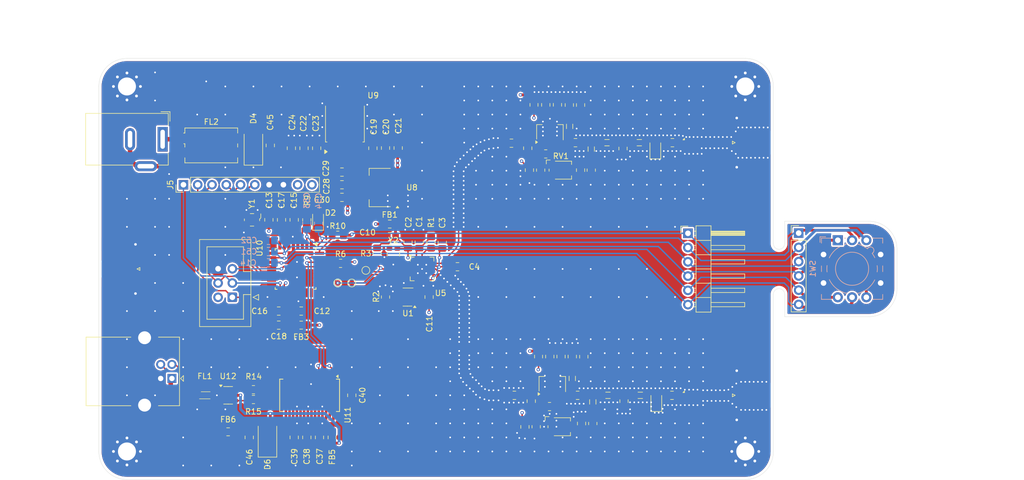
<source format=kicad_pcb>
(kicad_pcb (version 20241229) (generator "pcbnew") (generator_version "9.0")
  (title_block (title "SI5351 Kammgenerator") (date "2025-04-15") (rev "1.0") (company "Professur für TET und EMV, TU Dresden") (comment 1 "DM2LCT"))
  (layers (0 "F.Cu" signal) (4 "In1.Cu" signal) (6 "In2.Cu" signal) (2 "B.Cu" signal) (13 "F.Paste" user) (15 "B.Paste" user) (5 "F.SilkS" user "F.Silkscreen") (7 "B.SilkS" user "B.Silkscreen") (1 "F.Mask" user) (3 "B.Mask" user) (25 "Edge.Cuts" user))
  (net 0 "")
  (net 1 "GND")
  (net 2 "/Comb_Generator/3V3D")
  (net 3 "Net-(U5-VDDOA)")
  (net 4 "Net-(C26-Pad1)")
  (net 5 "Net-(C25-Pad1)")
  (net 6 "/Comb_Generator/CLK0")
  (net 7 "Net-(C8-Pad2)")
  (net 8 "Net-(C8-Pad1)")
  (net 9 "Net-(C9-Pad2)")
  (net 10 "Net-(U10-AREF)")
  (net 11 "Net-(U10-XTAL1{slash}PB6)")
  (net 12 "/Controller/3V3D_FIL")
  (net 13 "+9VA")
  (net 14 "Net-(D4-A2)")
  (net 15 "Net-(C25-Pad2)")
  (net 16 "Net-(C27-Pad2)")
  (net 17 "+3V3")
  (net 18 "Net-(D1-A)")
  (net 19 "Net-(C31-Pad1)")
  (net 20 "Net-(C32-Pad1)")
  (net 21 "Net-(C33-Pad2)")
  (net 22 "Net-(C34-Pad1)")
  (net 23 "Net-(C34-Pad2)")
  (net 24 "Net-(C35-Pad1)")
  (net 25 "Net-(C36-Pad1)")
  (net 26 "/Controller/VBUS_FIL")
  (net 27 "Net-(U11-3V3OUT)")
  (net 28 "Net-(C41-Pad2)")
  (net 29 "Net-(C43-Pad1)")
  (net 30 "Net-(D3-A)")
  (net 31 "/Controller/VBUS")
  (net 32 "Net-(J7-D-)")
  (net 33 "Net-(J7-D+)")
  (net 34 "Net-(FL1-Pad3)")
  (net 35 "Net-(FL1-Pad2)")
  (net 36 "/Comb_Generator/10MHz_IN")
  (net 37 "/Comb_Generator/comb_out_1")
  (net 38 "Net-(J5-Pin_4)")
  (net 39 "/Controller/MISO")
  (net 40 "/Controller/MOSI")
  (net 41 "Net-(J5-Pin_5)")
  (net 42 "Net-(J5-Pin_6)")
  (net 43 "/Controller/SCK")
  (net 44 "/Controller/RXD")
  (net 45 "/Controller/TXD")
  (net 46 "/Controller/RESET")
  (net 47 "/Comb_Generator/comb_out_2")
  (net 48 "Net-(L4-Pad1)")
  (net 49 "Net-(L6-Pad1)")
  (net 50 "/Comb_Generator/INTR")
  (net 51 "Net-(R8-Pad1)")
  (net 52 "Net-(R12-Pad1)")
  (net 53 "Net-(U11-USBD-)")
  (net 54 "/Controller/USB_D-")
  (net 55 "/Controller/USB_D+")
  (net 56 "Net-(U11-USBD+)")
  (net 57 "/Comb_Generator/SDA")
  (net 58 "/Comb_Generator/SCL")
  (net 59 "Net-(U1-RO)")
  (net 60 "Net-(U5-XA)")
  (net 62 "unconnected-(U5-CLK1-Pad12)")
  (net 89 "Net-(D2-A)")
  (net 90 "Net-(U10-PE0)")
  (net 91 "Net-(U10-PD2)")
  (net 92 "Net-(J10-Pin_6)")
  (net 93 "Net-(J10-Pin_4)")
  (net 94 "Net-(J10-Pin_3)")
  (net 95 "Net-(J10-Pin_2)")
  (net 96 "Net-(J10-Pin_1)")
  (net 97 "Net-(J10-Pin_5)")
  (net 98 "/Power_Supply/VIN-")
  (net 99 "/Power_Supply/VIN+")
  (net 100 "Net-(J7-VBUS)")
  (net 101 "Net-(D4-A1)")
  (net 103 "/Comb_Generator/CLK1")
  (footprint "LED_SMD:LED_0805_2012Metric_Pad1.15x1.40mm_HandSolder" (layer "F.Cu") (at 139 78.75 90)
    (property "Reference" "D2")
    (property "Value" "LED_Small")
  )
  (footprint "Package_QFP:TQFP-32_7x7mm_P0.8mm" (layer "F.Cu") (at 135 87.5 -90)
    (property "Reference" "U10")
    (property "Value" "ATmega328PB-A")
  )
  (footprint "Resistor_SMD:R_0805_2012Metric_Pad1.20x1.40mm_HandSolder" (layer "F.Cu") (at 177.8 115.6 90)
    (property "Reference" "R8" (hide yes))
    (property "Value" "10k")
  )
  (footprint "Capacitor_SMD:C_0805_2012Metric_Pad1.18x1.45mm_HandSolder" (layer "F.Cu") (at 132 97.5)
    (property "Reference" "C18")
    (property "Value" "2u2")
  )
  (footprint "Package_TO_SOT_SMD:SOT-23-5_HandSoldering" (layer "F.Cu") (at 155 92.5 180)
    (property "Reference" "U1")
    (property "Value" "ISL3280ExHZ")
  )
  (footprint "Package_TO_SOT_SMD:SOT-89-3" (layer "F.Cu") (at 180.675 108 90)
    (property "Reference" "U2" (hide yes))
    (property "Value" "PHA-13HLN+")
  )
  (footprint "Resistor_SMD:R_0805_2012Metric_Pad1.20x1.40mm_HandSolder" (layer "F.Cu") (at 187.6 69.9 -90)
    (property "Reference" "R13" (hide yes))
    (property "Value" "470")
  )
  (footprint "Capacitor_SMD:C_0805_2012Metric_Pad1.18x1.45mm_HandSolder" (layer "F.Cu") (at 163.8 87.1)
    (property "Reference" "C4")
    (property "Value" "100n")
  )
  (footprint "Capacitor_SMD:C_0805_2012Metric_Pad1.18x1.45mm_HandSolder" (layer "F.Cu") (at 130.25 78.75 -90)
    (property "Reference" "C13")
    (property "Value" "100n")
  )
  (footprint "Connector_BarrelJack:BarrelJack_Wuerth_6941xx301002" (layer "F.Cu") (at 111.35 64.4 -90)
    (property "Reference" "J3" (hide yes))
    (property "Value" "Barrel_Jack_Switch")
  )
  (footprint "RF_Shielding:Wuerth_3670473_47.3x23.3" (layer "F.Cu") (at 185.05 65)
    (property "Reference" "J2" (hide yes))
    (property "Value" "RFShield_TwoPieces")
  )
  (footprint "Inductor_SMD:L_0805_2012Metric_Pad1.05x1.20mm_HandSolder" (layer "F.Cu") (at 187.875 111.175 90)
    (property "Reference" "L6" (hide yes))
    (property "Value" "1uH")
  )
  (footprint "TestPoint:TestPoint_Pad_D1.0mm" (layer "F.Cu") (at 145 90)
    (property "Reference" "TP1" (hide yes))
    (property "Value" "TestPoint_Small")
  )
  (footprint "Resistor_SMD:R_0805_2012Metric_Pad1.20x1.40mm_HandSolder" (layer "F.Cu") (at 137 78.75 -90)
    (property "Reference" "R9")
    (property "Value" "1k")
  )
  (footprint "Connector_PinHeader_2.54mm:PinHeader_1x06_P2.54mm_Vertical" (layer "F.Cu") (at 224.5 81.114466)
    (property "Reference" "J10" (hide yes))
    (property "Value" "Conn_01x06_Socket")
  )
  (footprint "Capacitor_SMD:C_0805_2012Metric_Pad1.18x1.45mm_HandSolder" (layer "F.Cu") (at 143.25 70.25 180)
    (property "Reference" "C29")
    (property "Value" "22u")
  )
  (footprint "Inductor_SMD:L_0805_2012Metric_Pad1.15x1.40mm_HandSolder" (layer "F.Cu") (at 141.5 117.5 90)
    (property "Reference" "FB5")
    (property "Value" "FerriteBead_Small")
  )
  (footprint "Inductor_SMD:L_CommonMode_Wuerth_WE-SL2" (layer "F.Cu") (at 120 65.5)
    (property "Reference" "FL2")
    (property "Value" "Filter_EMI_CommonMode")
  )
  (footprint "Resistor_SMD:R_0805_2012Metric_Pad1.20x1.40mm_HandSolder" (layer "F.Cu") (at 149.5 84.75 -90)
    (property "Reference" "R3")
    (property "Value" "10k")
  )
  (footprint "Inductor_SMD:L_0805_2012Metric_Pad1.05x1.20mm_HandSolder" (layer "F.Cu") (at 196.15 65.0125)
    (property "Reference" "L3" (hide yes))
    (property "Value" "12n7")
  )
  (footprint "Inductor_SMD:L_CommonModeChoke_Coilcraft_0603USB" (layer "F.Cu") (at 119 110 90)
    (property "Reference" "FL1")
    (property "Value" "Choke_Coilcraft_0603USB-251")
  )
  (footprint "Resistor_SMD:R_0805_2012Metric_Pad1.20x1.40mm_HandSolder" (layer "F.Cu") (at 180.175 112)
    (property "Reference" "R4" (hide yes))
    (property "Value" "1k5")
  )
  (footprint "Inductor_SMD:L_0805_2012Metric_Pad1.05x1.20mm_HandSolder" (layer "F.Cu") (at 190.575 110)
    (property "Reference" "L7" (hide yes))
    (property "Value" "32n")
  )
  (footprint "Connector_PinHeader_2.54mm:PinHeader_1x06_P2.54mm_Horizontal" (layer "F.Cu") (at 204.8 81.15)
    (property "Reference" "J6" (hide yes))
    (property "Value" "Conn_01x06_Socket")
  )
  (footprint "Capacitor_SMD:C_0805_2012Metric_Pad1.18x1.45mm_HandSolder" (layer "F.Cu") (at 185.7 58.3 90)
    (property "Reference" "C5" (hide yes))
    (property "Value" "2u2")
  )
  (footprint "Oscillator:Oscillator_SMD_ECS_2520MV-xxx-xx-4Pin_2.5x2.0mm" (layer "F.Cu") (at 127.25 78.75 -90)
    (property "Reference" "Y1")
    (property "Value" "ECS-2520MV-xxx-xx")
  )
  (footprint "NetTie:NetTie-2_SMD_Pad0.5mm" (layer "F.Cu") (at 130.5 68.25 90)
    (property "Reference" "NT1" (hide yes))
    (property "Value" "NetTie_2" (hide yes))
  )
  (footprint "TestPoint:TestPoint_Pad_D1.0mm" (layer "F.Cu") (at 147.5 87.75)
    (property "Reference" "TP2" (hide yes))
    (property "Value" "TestPoint_Small")
  )
  (footprint "Capacitor_SMD:C_0805_2012Metric_Pad1.18x1.45mm_HandSolder" (layer "F.Cu") (at 186.275 103.125 90)
    (property "Reference" "C48" (hide yes))
    (property "Value" "100n")
  )
  (footprint "Capacitor_SMD:C_0805_2012Metric_Pad1.18x1.45mm_HandSolder" (layer "F.Cu") (at 143.25 74.75 180)
    (property "Reference" "C30")
    (property "Value" "100n")
  )
  (footprint "Capacitor_SMD:C_0805_2012Metric_Pad1.18x1.45mm_HandSolder" (layer "F.Cu") (at 175.8 115.625 -90)
    (property "Reference" "C47" (hide yes))
    (property "Value" "100n")
  )
  (footprint "Inductor_SMD:L_0805_2012Metric_Pad1.05x1.20mm_HandSolder" (layer "F.Cu") (at 184.225 107 -90)
    (property "Reference" "L5" (hide yes))
    (property "Value" "15uH")
  )
  (footprint "Diode_SMD:D_SMA" (layer "F.Cu") (at 130 117.5 90)
    (property "Reference" "D6")
    (property "Value" "SMAJ5.0CA")
  )
  (footprint "Capacitor_SMD:C_0805_2012Metric_Pad1.18x1.45mm_HandSolder" (layer "F.Cu") (at 173.4 65.1)
    (property "Reference" "C7" (hide yes))
    (property "Value" "2u2")
  )
  (footprint "Capacitor_SMD:C_0805_2012Metric_Pad1.18x1.45mm_HandSolder" (layer "F.Cu") (at 139.25 117.5 90)
    (property "Reference" "C37")
    (property "Value" "2u2")
  )
  (footprint "Capacitor_SMD:C_0805_2012Metric_Pad1.18x1.45mm_HandSolder" (layer "F.Cu") (at 143.25 72.5 180)
    (property "Reference" "C28")
    (property "Value" "22u")
  )
  (footprint "Resistor_SMD:R_0805_2012Metric_Pad1.20x1.40mm_HandSolder" (layer "F.Cu") (at 159.1 82.8 90)
    (property "Reference" "R1")
    (property "Value" "10")
  )
  (footprint "Resistor_SMD:R_0805_2012Metric_Pad1.20x1.40mm_HandSolder" (layer "F.Cu") (at 179.5 67.0125)
    (property "Reference" "R5" (hide yes))
    (property "Value" "1k5")
  )
  (footprint "Capacitor_SMD:C_0805_2012Metric_Pad1.18x1.45mm_HandSolder" (layer "F.Cu") (at 134.75 117.5 90)
    (property "Reference" "C39")
    (property "Value" "100n")
  )
  (footprint "Capacitor_SMD:C_0805_2012Metric_Pad1.18x1.45mm_HandSolder" (layer "F.Cu") (at 126.75 117.5 90)
    (property "Reference" "C46")
    (property "Value" "2u2")
  )
  (footprint "RF_Converter:RF_Attenuator_Susumu_PAT1220" (layer "F.Cu") (at 205.6 65.6)
    (property "Reference" "U7" (hide yes))
    (property "Value" "PAT1220-C-3DB")
  )
  (footprint "Diode_SMD:D_SMA" (layer "F.Cu") (at 127.5 65.5 90)
    (property "Reference" "D4")
    (property "Value" "SMAJ15CA")
  )
  (footprint "TestPoint:TestPoint_Pad_D1.0mm" (layer "F.Cu") (at 142.5 90)
    (property "Reference" "TP3" (hide yes))
    (property "Value" "TestPoint_Small")
  )
  (footprint "MountingHole:MountingHole_3.2mm_M3_Pad_Via" (layer "F.Cu") (at 105 55)
    (property "Reference" "H1" (hide yes))
    (property "Value" "MountingHole_Pad")
  )
  (footprint "Package_TO_SOT_SMD:SOT-23-6" (layer "F.Cu") (at 123 110)
    (property "Reference" "U12")
    (property "Value" "WE-TVS-82400102")
  )
  (footprint "Capacitor_SMD:C_0805_2012Metric_Pad1.18x1.45mm_HandSolder" (layer "F.Cu") (at 201.9625 110 180)
    (property "Reference" "C43" (hide yes))
    (property "Value" "2u2")
  )
  (footprint "Capacitor_SMD:C_0805_2012Metric_Pad1.18x1.45mm_HandSolder" (layer "F.Cu") (at 151.75 81.75 180)
    (property "Reference" "C10")
    (property "Value" "100n")
  )
  (footprint "Package_TO_SOT_SMD:SOT-223-3_TabPin2" (layer "F.Cu") (at 150 73 180)
    (property "Reference" "U8")
    (property "Value" "AMS1117-3.3")
  )
  (footprint "Inductor_SMD:L_0805_2012Metric_Pad1.05x1.20mm_HandSolder" (layer "F.Cu") (at 183.75 62.1125 -90)
    (property "Reference" "L1" (hide yes))
    (property "Value" "15uH")
  )
  (footprint "Oscillator:Oscillator_SMD_SeikoEpson_TG2520SMN-xxx-xxxxxx-4Pin_2.5x2.0mm" (layer "F.Cu") (at 152.4 84.9)
    (property "Reference" "Y2")
    (property "Value" "TG2520SMN-xx.xxxxxxMhz-xxxxNM")
  )
  (footprint "Capacitor_SMD:C_0805_2012Metric_Pad1.18x1.45mm_HandSolder" (layer "F.Cu") (at 184.7875 65.0125)
    (property "Reference" "C8" (hide yes))
    (property "Value" "2u2")
  )
  (footprint "Capacitor_SMD:C_0805_2012Metric_Pad1.18x1.45mm_HandSolder" (layer "F.Cu") (at 183.7 58.3 90)
    (property "Reference" "C49" (hide yes))
    (property "Value" "100n")
  )
  (footprint "Capacitor_SMD:C_0805_2012Metric_Pad1.18x1.45mm_HandSolder" (layer "F.Cu") (at 157 82.75 90)
    (property "Reference" "C1")
    (property "Value" "100n")
  )
  (footprint "MountingHole:MountingHole_3.2mm_M3_Pad_Via" (layer "F.Cu") (at 105 120)
    (property "Reference" "H4" (hide yes))
    (property "Value" "MountingHole_Pad")
  )
  (footprint "Capacitor_SMD:C_0805_2012Metric_Pad1.18x1.45mm_HandSolder" (layer "F.Cu") (at 138.75 66 90)
    (property "Reference" "C23")
    (property "Value" "22u")
  )
  (footprint "Resistor_SMD:R_0805_2012Metric_Pad1.20x1.40mm_HandSolder" (layer "F.Cu") (at 127.5 109)
    (property "Reference" "R14")
    (property "Value" "33")
  )
  (footprint "Potentiometer_SMD:Potentiometer_Bourns_TC33X_Vertical" (layer "F.Cu") (at 182.2 69.9)
    (property "Reference" "RV1")
    (property "Value" "10k")
  )
  (footprint "Package_TO_SOT_SMD:TO-252-3_TabPin2" (layer "F.Cu") (at 143.775 61.585 90)
    (property "Reference" "U9")
    (property "Value" "L7809")
  )
  (footprint "Package_DFN_QFN:QFN-20-1EP_4x4mm_P0.5mm_EP2.7x2.7mm" (layer "F.Cu") (at 157.5 87.5)
    (property "Reference" "U5")
    (property "Value" "Si5351C-B-GM")
  )
  (footprint "Capacitor_SMD:C_0805_2012Metric_Pad1.18x1.45mm_HandSolder" (layer "F.Cu") (at 193.425 111.0375 90)
    (property "Reference" "C41" (hide yes))
    (property "Value" "100p")
  )
  (footprint "Capacitor_SMD:C_0805_2012Metric_Pad1.18x1.45mm_HandSolder" (layer "F.Cu") (at 158.75 92.5 90)
    (property "Reference" "C11")
    (property "Value" "100n")
  )
  (footprint "Resistor_SMD:R_0805_2012Metric_Pad1.20x1.40mm_HandSolder" (layer "F.Cu") (at 127.5 110.75)
    (property "Reference" "R15")
    (property "Value" "33")
  )
  (footprint "RF_Converter:RF_Attenuator_Susumu_PAT1220" (layer "F.Cu") (at 205.6 110.6)
    (property "Reference" "U13" (hide yes))
    (property "Value" "PAT1220-C-3DB")
  )
  (footprint "MountingHole:MountingHole_3.2mm_M3_Pad_Via" (layer "F.Cu") (at 215 55)
    (property "Reference" "H2" (hide yes))
    (property "Value" "MountingHole_Pad")
  )
  (footprint "Potentiometer_SMD:Potentiometer_Bourns_TC33X_Vertical" (layer "F.Cu") (at 182 115.6)
    (property "Reference" "RV2" (hide yes))
    (property "Value" "10k")
  )
  (footprint "Capacitor_SMD:C_0805_2012Metric_Pad1.18x1.45mm_HandSolder" (layer "F.Cu") (at 193.25 66.05 90)
    (property "Reference" "C9" (hide yes))
    (property "Value" "100p")
  )
  (footprint "Capacitor_SMD:C_0805_2012Metric_Pad1.18x1.45mm_HandSolder" (layer "F.Cu") (at 148.75 66 90)
    (property "Reference" "C19")
    (property "Value" "22u")
  )
  (footprint "Capacitor_SMD:C_0805_2012Metric_Pad1.18x1.45mm_HandSolder" (layer "F.Cu") (at 180.225 103.1 90)
    (property "Reference" "C35" (hide yes))
    (property "Value" "1n")
  )
  (footprint "Connector_USB:USB_B_Lumberg_2411_02_Horizontal" (layer "F.Cu") (at 113 107 180)
    (property "Reference" "J7" (hide yes))
    (property "Value" "USB_B")
  )
  (footprint "Package_SO:SSOP-28_5.3x10.2mm_P0.65mm" (layer "F.Cu") (at 137.5 110 -90)
    (property "Reference" "U11")
    (property "Value" "FT232RL")
  )
  (footprint "Resistor_SMD:R_0805_2012Metric_Pad1.20x1.40mm_HandSolder" (layer "F.Cu") (at 187.875 115.025 -90)
    (property "Reference" "R7" (hide yes))
    (property "Value" "470")
  )
  (footprint "Inductor_SMD:L_0805_2012Metric_Pad1.05x1.20mm_HandSolder" (layer "F.Cu") (at 196.325 110)
    (property "Reference" "L8" (hide yes))
    (property "Value" "12n7")
  )
  (footprint "Capacitor_SMD:C_0805_2012Metric_Pad1.18x1.45mm_HandSolder" (layer "F.Cu") (at 136.5 66 90)
    (property "Reference" "C22")
    (property "Value" "22u")
  )
  (footprint "Connector_PinHeader_2.54mm:PinHeader_1x10_P2.54mm_Vertical" (layer "F.Cu") (at 115.05 72.5 90)
    (property "Reference" "J5")
    (property "Value" "Conn_01x10_Pin")
  )
  (footprint "Inductor_SMD:L_0805_2012Metric_Pad1.15x1.40mm_HandSolder" (layer "F.Cu") (at 123 116.5)
    (property "Reference" "FB6")
    (property "Value" "FerriteBead_Small")
  )
  (footprint "Capacitor_SMD:C_0805_2012Metric_Pad1.18x1.45mm_HandSolder" (layer "F.Cu") (at 184.225 103.1 90)
    (property "Reference" "C42" (hide yes))
    (property "Value" "2u2")
  )
  (footprint "Capacitor_SMD:C_0805_2012Metric_Pad1.18x1.45mm_HandSolder" (layer "F.Cu") (at 134.25 66 90)
    (property "Reference" "C24")
    (property "Value" "100n")
  )
  (footprint "Inductor_SMD:L_0805_2012Metric_Pad1.15x1.40mm_HandSolder" (layer "F.Cu") (at 178.225 103.1 90)
    (property "Reference" "FB4" (hide yes))
    (property "Value" "FerriteBead_Small")
  )
  (footprint "Resistor_SMD:R_0805_2012Metric_Pad1.20x1.40mm_HandSolder" (layer "F.Cu") (at 151 92.5 90)
    (property "Reference" "R2")
    (property "Value" "51")
  )
  (footprint "Capacitor_SMD:C_0805_2012Metric_Pad1.18x1.45mm_HandSolder" (layer "F.Cu") (at 176.925 111.0375 -90)
    (property "Reference" "C33" (hide yes))
    (property "Value" "100n")
  )
  (footprint "Inductor_SMD:L_0805_2012Metric_Pad1.05x1.20mm_HandSolder" (layer "F.Cu") (at 190.4 65.0125)
    (property "Reference" "L2" (hide yes))
    (property "Value" "32n")
  )
  (footprint "Capacitor_SMD:C_0805_2012Metric_Pad1.18x1.45mm_HandSolder" (layer "F.Cu") (at 155 82.75 90)
    (property "Reference" "C2")
    (property "Value" "2u2")
  )
  (footprint "Capacitor_SMD:C_0805_2012Metric_Pad1.18x1.45mm_HandSolder" (layer "F.Cu") (at 185.875 115.025 90)
    (property "Reference" "C36" (hide yes))
    (property "Value" "100n")
  )
  (footprint "Inductor_SMD:L_0805_2012Metric_Pad1.15x1.40mm_HandSolder" (layer "F.Cu") (at 136 97.5 180)
    (property "Reference" "FB3")
    (property "Value" "FerriteBead_Small")
  )
  (footprint "Resistor_SMD:R_0805_2012Metric_Pad1.20x1.40mm_HandSolder" (layer "F.Cu") (at 143 86.5)
    (property "Reference" "R6")
    (property "Value" "1k")
  )
  (footprint "Capacitor_SMD:C_0805_2012Metric_Pad1.18x1.45mm_HandSolder" (layer "F.Cu") (at 130.5 65.5 -90)
    (property "Reference" "C45")
    (property "Value" "22u")
  )
  (footprint "Diode_SMD:D_0805_2012Metric_Pad1.15x1.40mm_HandSolder" (layer "F.Cu") (at 199 66.0375 90)
    (property "Reference" "D1" (hide yes))
    (property "Value" "MMD835-0805")
  )
  (footprint "Inductor_SMD:L_0805_2012Metric_Pad1.05x1.20mm_HandSolder" (layer "F.Cu") (at 187.6 66.15 90)
    (property "Reference" "L4" (hide yes))
    (property "Value" "1uH")
  )
  (footprint "Package_TO_SOT_SMD:SOT-89-3" (layer "F.Cu") (at 180.25 63.15 90)
    (property "Reference" "U6" (hide yes))
    (property "Value" "PHA-13HLN+")
  )
  (footprint "Capacitor_SMD:C_0805_2012Metric_Pad1.18x1.45mm_HandSolder" (layer "F.Cu") (at 176.3 66 -90)
    (property "Reference" "C25" (hide yes))
    (property "Value" "100n")
  )
  (footprint "Connector_IDC:IDC-Header_2x03_P2.54mm_Vertical" (layer "F.Cu") (at 123.7525 92.545 180)
    (property "Reference" "J8" (hide yes))
    (property "Value" "AVR-ISP-6")
  )
  (footprint "Capacitor_SMD:C_0805_2012Metric_Pad1.18x1.45mm_HandSolder" (layer "F.Cu") (at 182.225 103.1 90)
    (property "Reference" "C44" (hide yes))
    (property "Value" "100n")
  )
  (footprint "Connector_Coaxial:SMA_Molex_73251-1153_EdgeMount_Horizontal" (layer "F.Cu") (at 215.2 65 180)
    (property "Reference" "J4" (hide yes))
    (property "Value" "Conn_Coaxial_Small")
  )
  (footprint "Capacitor_SMD:C_0805_2012Metric_Pad1.18x1.45mm_HandSolder" (layer "F.Cu") (at 202.0375 65.0125 180)
    (property "Reference" "C31" (hide yes))
    (property "Value" "2u2")
  )
  (footprint "Capacitor_SMD:C_0805_2012Metric_Pad1.18x1.45mm_HandSolder" (layer "F.Cu") (at 176.6 69.9 -90)
    (property "Reference" "C6" (hide yes))
    (property "Value" "100n")
  )
  (footprint "Resistor_SMD:R_0805_2012Metric_Pad1.20x1.40mm_HandSolder" (layer "F.Cu") (at 178.6 69.9 90)
    (property "Reference" "R12" (hide yes))
    (property "Value" "10k")
  )
  (footprint "Capacitor_SMD:C_0805_2012Metric_Pad1.18x1.45mm_HandSolder" (layer "F.Cu") (at 185.7 69.9 90)
    (property "Reference" "C32" (hide yes))
    (property "Value" "100n")
  )
  (footprint "Capacitor_SMD:C_0805_2012Metric_Pad1.18x1.45mm_HandSolder" (layer "F.Cu") (at 185.175 110)
    (property "Reference" "C34" (hide yes))
    (property "Value" "2u2")
  )
  (footprint "RF_Shielding:Wuerth_3670473_47.3x23.3" (layer "F.Cu") (at 185 110)
    (property "Reference" "J11" (hide yes))
    (property "Value" "RFShield_TwoPieces")
  )
  (footprint "Capacitor_SMD:C_0805_2012Metric_Pad1.18x1.45mm_HandSolder" (layer "F.Cu") (at 179.5125 58.275 90)
    (property "Reference" "C50" (hide yes))
    (property "Value" "100n")
  )
  (footprint "Capacitor_SMD:C_0805_2012Metric_Pad1.18x1.45mm_HandSolder" (layer "F.Cu") (at 181.5875 58.2625 90)
    (property "Reference" "C26" (hide yes))
    (property "Value" "1n")
  )
  (footprint "Capacitor_SMD:C_0805_2012Metric_Pad1.18x1.45mm_HandSolder" (layer "F.Cu") (at 173.925 110)
    (property "Reference" "C27" (hide yes))
    (property "Value" "2u2")
  )
  (footprint "Resistor_SMD:R_0805_2012Metric_Pad1.20x1.40mm_HandSolder" (layer "F.Cu") (at 142.5 81.5)
    (property "Reference" "R10")
    (property "Value" "1k")
  )
  (footprint "Inductor_SMD:L_0805_2012Metric_Pad1.15x1.40mm_HandSolder" (layer "F.Cu") (at 151.75 79.5)
    (property "Reference" "FB1")
    (property "Value" "FerriteBead_Small")
  )
  (footprint "Capacitor_SMD:C_0805_2012Metric_Pad1.18x1.45mm_HandSolder" (layer "F.Cu") (at 145 110 90)
    (property "Reference" "C40")
    (property "Value" "100n")
  )
  (footprint "Capacitor_SMD:C_0805_2012Metric_Pad1.18x1.45mm_HandSolder" (layer "F.Cu") (at 153.25 65.9625 90)
    (property "Reference" "C21")
    (property "Value" "100n")
  )
  (footprint "Diode_SMD:D_0805_2012Metric_Pad1.15x1.40mm_HandSolder" (layer "F.Cu") (at 199.175 111.025 90)
    (property "Reference" "D3" (hide yes))
    (property "Value" "MMD835-0805")
  )
  (footprint "Capacitor_SMD:C_0805_2012Metric_Pad1.18x1.45mm_HandSolder" (layer "F.Cu") (at 132.5 78.75 -90)
    (property "Reference" "C17")
    (property "Value" "2u2")
  )
  (footprint "Connector_Coaxial:SMA_Molex_73251-1153_EdgeMount_Horizontal" (layer "F.Cu") (at 215.2 110 180)
    (property "Reference" "J9" (hide yes))
    (property "Value" "Conn_Coaxial_Small")
  )
  (footprint "Capacitor_SMD:C_0805_2012Metric_Pad1.18x1.45mm_HandSolder" (layer "F.Cu") (at 134.75 78.75 -90)
    (property "Reference" "C15")
    (property "Value" "100n")
  )
  (footprint "Capacitor_SMD:C_0805_2012Metric_Pad1.18x1.45mm_HandSolder" (layer "F.Cu") (at 136 95 180)
    (property "Reference" "C12")
    (property "Value" "100n")
  )
  (footprint "Capacitor_SMD:C_0805_2012Metric_Pad1.18x1.45mm_HandSolder" (layer "F.Cu") (at 137 117.5 90)
    (property "Reference" "C38")
    (property "Value" "100n")
  )
  (footprint "MountingHole:MountingHole_3.2mm_M3_Pad_Via" (layer "F.Cu") (at 215 120)
    (property "Reference" "H3" (hide yes))
    (property "Value" "MountingHole_Pad")
  )
  (footprint "Inductor_SMD:L_0805_2012Metric_Pad1.15x1.40mm_HandSolder" (layer "F.Cu") (at 177.4125 58.275 90)
    (property "Reference" "FB2" (hide yes))
    (property "Value" "FerriteBead_Small")
  )
  (footprint "Capacitor_SMD:C_0805_2012Metric_Pad1.18x1.45mm_HandSolder" (layer "F.Cu") (at 161.1 82.8 90)
    (property "Reference" "C3")
    (property "Value" "2u2")
  )
  (footprint "Connector_Coaxial:SMA_Molex_73251-1153_EdgeMount_Horizontal" (layer "F.Cu") (at 104.8 87.5)
    (property "Reference" "J1" (hide yes))
    (property "Value" "Conn_Coaxial_Small")
  )
  (footprint "Capacitor_SMD:C_0805_2012Metric_Pad1.18x1.45mm_HandSolder" (layer "F.Cu") (at 151 65.9625 90)
    (property "Reference" "C20")
    (property "Value" "22u")
  )
  (footprint "Capacitor_SMD:C_0805_2012Metric_Pad1.18x1.45mm_HandSolder" (layer "F.Cu") (at 132 95)
    (property "Reference" "C16")
    (property "Value" "100n")
  )
  (footprint "Button_Switch_THT:SW_NKK_NR01" (layer "B.Cu") (at 231.46 82.384466 -90)
    (property "Reference" "SW1")
    (property "Value" "SW_SP5T_NR01105")
  )
  (footprint "Capacitor_SMD:C_0805_2012Metric_Pad1.18x1.45mm_HandSolder" (layer "B.Cu") (at 130.2 84.4)
    (property "Reference" "C51")
    (property "Value" "100n")
  )
  (footprint "Capacitor_SMD:C_0805_2012Metric_Pad1.18x1.45mm_HandSolder" (layer "B.Cu") (at 130.2 82.4)
    (property "Reference" "C52")
    (property "Value" "100n")
  )
  (footprint "Capacitor_SMD:C_0805_2012Metric_Pad1.18x1.45mm_HandSolder" (layer "B.Cu") (at 130.2 86.4)
    (property "Reference" "C14")
    (property "Value" "100n")
  )
  (footprint "Capacitor_SMD:C_0805_2012Metric_Pad1.18x1.45mm_HandSolder" (layer "B.Cu") (at 137 79.4 -90)
    (property "Reference" "C53")
    (property "Value" "100n")
  )
  (footprint "Capacitor_SMD:C_0805_2012Metric_Pad1.18x1.45mm_HandSolder" (layer "B.Cu") (at 139.1 79.4 -90)
    (property "Reference" "C54")
    (property "Value" "100n")
  )
  (gr_arc (start 215 50) (mid 218.535534 51.464466) (end 220 55) (stroke (width 0.05)) (layer "Edge.Cuts"))
  (gr_arc (start 105 125) (mid 101.464466 123.535534) (end 100 120) (stroke (width 0.05)) (layer "Edge.Cuts"))
  (gr_arc (start 220 120) (mid 218.535534 123.535534) (end 215 125) (stroke (width 0.05)) (layer "Edge.Cuts"))
  (gr_arc (start 222 83) (mid 221 84) (end 220 83) (stroke (width 0.05)) (layer "Edge.Cuts"))
  (gr_line (start 105 125) (end 215 125) (stroke (width 0.05)) (layer "Edge.Cuts"))
  (gr_line (start 222 96) (end 237 96) (stroke (width 0.05)) (layer "Edge.Cuts"))
  (gr_line (start 222 83) (end 222 79) (stroke (width 0.05)) (layer "Edge.Cuts"))
  (gr_line (start 242 84) (end 242 91) (stroke (width 0.05)) (layer "Edge.Cuts"))
  (gr_line (start 105 50) (end 215 50) (stroke (width 0.05)) (layer "Edge.Cuts"))
  (gr_arc (start 100 55) (mid 101.464466 51.464466) (end 105 50) (stroke (width 0.05)) (layer "Edge.Cuts"))
  (gr_line (start 222 92) (end 222 96) (stroke (width 0.05)) (layer "Edge.Cuts"))
  (gr_line (start 220 55) (end 220 83) (stroke (width 0.05)) (layer "Edge.Cuts"))
  (gr_line (start 237 79) (end 222 79) (stroke (width 0.05)) (layer "Edge.Cuts"))
  (gr_arc (start 237 79) (mid 240.535534 80.464466) (end 242 84) (stroke (width 0.05)) (layer "Edge.Cuts"))
  (gr_arc (start 220 92) (mid 221 91) (end 222 92) (stroke (width 0.05)) (layer "Edge.Cuts"))
  (gr_arc (start 242 91) (mid 240.535534 94.535534) (end 237 96) (stroke (width 0.05)) (layer "Edge.Cuts"))
  (gr_line (start 220 120) (end 220 92) (stroke (width 0.05)) (layer "Edge.Cuts"))
  (gr_line (start 100 55) (end 100 120) (stroke (width 0.05)) (layer "Edge.Cuts"))
  (segment (start 185.5 108.75) (end 185.526 108.724) (width 0.7) (layer "F.Cu") (net 1))
  (segment (start 185.526 108.724) (end 203.974 108.724) (width 0.7) (layer "F.Cu") (net 1))
  (segment (start 137.175 112.075) (end 137.25 112) (width 0.25) (layer "F.Cu") (net 1))
  (segment (start 134.6 83.25) (end 134.6 81.85) (width 0.5) (layer "F.Cu") (net 1))
  (segment (start 157 89.901154) (end 157.598846 90.5) (width 0.25) (layer "F.Cu") (net 1))
  (segment (start 203.974 108.724) (end 204.25 109) (width 0.7) (layer "F.Cu") (net 1))
  (segment (start 184.9 63.7) (end 203.8 63.7) (width 0.7) (layer "F.Cu") (net 1))
  (segment (start 137.825 104.575) (end 137.75 104.5) (width 0.25) (layer "F.Cu") (net 1))
  (segment (start 204.5 64) (end 212.5 64) (width 0.7) (layer "F.Cu") (net 1))
  (segment (start 134.6 85.6) (end 135.25 86.25) (width 0.5) (layer "F.Cu") (net 1))
  (segment (start 137.175 114.925) (end 137.25 115) (width 0.25) (layer "F.Cu") (net 1))
  (segment (start 139.75 113.575) (end 139.775 113.6) (width 0.25) (layer "F.Cu") (net 1))
  (segment (start 139.75 112) (end 139.75 113.575) (width 0.25) (layer "F.Cu") (net 1))
  (segment (start 139.75 113.625) (end 139.775 113.6) (width 0.25) (layer "F.Cu") (net 1))
  (segment (start 137.175 113.6) (end 137.175 112.075) (width 0.25) (layer "F.Cu") (net 1))
  (segment (start 157 89.45) (end 157 89.901154) (width 0.25) (layer "F.Cu") (net 1))
  (segment (start 135.4 91.75) (end 135.4 89.15) (width 0.25) (layer "F.Cu") (net 1))
  (segment (start 157.75 90.5) (end 157.7875 90.5) (width 0.25) (layer "F.Cu") (net 1))
  (segment (start 157.5 87.5) (end 156.75 86.75) (width 0.5) (layer "F.Cu") (net 1))
  (segment (start 137.825 106.4) (end 137.825 104.575) (width 0.25) (layer "F.Cu") (net 1))
  (segment (start 157.598846 90.5) (end 157.75 90.5) (width 0.25) (layer "F.Cu") (net 1))
  (segment (start 183.25 111.5) (end 186.25 111.5) (width 0.7) (layer "F.Cu") (net 1))
  (segment (start 134.6 81.85) (end 134.5 81.75) (width 0.5) (layer "F.Cu") (net 1))
  (segment (start 139.75 115) (end 139.75 113.625) (width 0.25) (layer "F.Cu") (net 1))
  (segment (start 200.6 111.75) (end 207.5 111.75) (width 0.7) (layer "F.Cu") (net 1))
  (segment (start 189.25 111.25) (end 192.25 111.25) (width 0.7) (layer "F.Cu") (net 1))
  (segment (start 135.225 114.975) (end 135.25 115) (width 0.25) (layer "F.Cu") (net 1))
  (segment (start 204.25 109) (end 207.4 109) (width 0.7) (layer "F.Cu") (net 1))
  (segment (start 137.825 107.925) (end 137.75 108) (width 0.25) (layer "F.Cu") (net 1))
  (segment (start 135.225 113.6) (end 135.225 112.025) (width 0.25) (layer "F.Cu") (net 1))
  (segment (start 161.0625 81.8) (end 161.1 81.7625) (width 0.25) (layer "F.Cu") (net 1))
  (segment (start 135.225 112.025) (end 135.25 112) (width 0.25) (layer "F.Cu") (net 1))
  (segment (start 203.8 63.7) (end 203.9 63.8) (width 0.7) (layer "F.Cu") (net 1))
  (segment (start 194.5 111.25) (end 198.25 111.25) (width 0.7) (layer "F.Cu") (net 1))
  (segment (start 207.4 109) (end 207.5 109.1) (width 0.7) (layer "F.Cu") (net 1))
  (segment (start 134.6 83.25) (end 134.6 85.6) (width 0.5) (layer "F.Cu") (net 1))
  (segment (start 182.674 121.684) (end 167.307 121.684) (width 0.25) (layer "F.Cu") (net 1))
  (segment (start 135.4 91.75) (end 135.4 93.15) (width 0.25) (layer "F.Cu") (net 1))
  (segment (start 135.225 113.6) (end 135.225 114.975) (width 0.25) (layer "F.Cu") (net 1))
  (segment (start 137.825 106.4) (end 137.825 107.925) (width 0.25) (layer "F.Cu") (net 1))
  (segment (start 157.7875 90.5) (end 158.75 91.4625) (width 0.25) (layer "F.Cu") (net 1))
  (segment (start 135.4 93.15) (end 135.5 93.25) (width 0.25) (layer "F.Cu") (net 1))
  (segment (start 135.4 89.15) (end 135.25 89) (width 0.25) (layer "F.Cu") (net 1))
  (segment (start 121.8625 110) (end 121 110) (width 0.5) (layer "F.Cu") (net 1))
  (segment (start 137.175 113.6) (end 137.175 114.925) (width 0.25) (layer "F.Cu") (net 1))
  (via (at 200.3 112.4) (size 0.6) (drill 0.3) (layers "F.Cu" "B.Cu") (net 1))
  (via (at 188.5 63.7) (size 0.6) (drill 0.3) (layers "F.Cu" "B.Cu") (net 1))
  (via (at 187.5 107.5) (size 0.6) (drill 0.3) (layers "F.Cu" "B.Cu") (net 1))
  (via (at 164.1 97.1) (size 0.6) (drill 0.3) (layers "F.Cu" "B.Cu") (net 1))
  (via (at 177.5 75) (size 0.6) (drill 0.3) (layers "F.Cu" "B.Cu") (net 1))
  (via (at 179.2 114.6) (size 0.6) (drill 0.3) (layers "F.Cu" "B.Cu") (net 1))
  (via (at 194.5 113.25) (size 0.6) (drill 0.3) (layers "F.Cu" "B.Cu") (net 1))
  (via (at 160 105) (size 0.6) (drill 0.3) (layers "F.Cu" "B.Cu") (net 1))
  (via (at 153.2 63.25) (size 0.6) (drill 0.3) (layers "F.Cu" "B.Cu") (net 1))
  (via (at 179.2 113.6) (size 0.6) (drill 0.3) (layers "F.Cu" "B.Cu") (net 1))
  (via (at 122.5 85) (size 0.6) (drill 0.3) (layers "F.Cu" "B.Cu") (net 1))
  (via (at 199 108.75) (size 0.6) (drill 0.3) (layers "F.Cu" "B.Cu") (net 1))
  (via (at 211.75 64) (size 0.6) (drill 0.3) (layers "F.Cu" "B.Cu") (net 1))
  (via (at 145 115) (size 0.6) (drill 0.3) (layers "F.Cu" "B.Cu") (net 1))
  (via (at 142.5 55) (size 0.6) (drill 0.3) (layers "F.Cu" "B.Cu") (net 1))
  (via (at 197.6 63.7) (size 0.6) (drill 0.3) (layers "F.Cu" "B.Cu") (net 1))
  (via (at 112.5 85) (size 0.6) (drill 0.3) (layers "F.Cu" "B.Cu") (net 1))
  (via (at 167.5 105) (size 0.6) (drill 0.3) (layers "F.Cu" "B.Cu") (net 1))
  (via (at 207.25 66) (size 0.6) (drill 0.3) (layers "F.Cu" "B.Cu") (net 1))
  (via (at 192.5 102.5) (size 0.6) (drill 0.3) (layers "F.Cu" "B.Cu") (net 1))
  (via (at 180 75) (size 0.6) (drill 0.3) (layers "F.Cu" "B.Cu") (net 1))
  (via (at 165.4 108.2) (size 0.6) (drill 0.3) (layers "F.Cu" "B.Cu") (net 1))
  (via (at 205 105) (size 0.6) (drill 0.3) (layers "F.Cu" "B.Cu") (net 1))
  (via (at 179 62.25) (size 0.6) (drill 0.3) (layers "F.Cu" "B.Cu") (net 1))
  (via (at 209 111) (size 0.6) (drill 0.3) (layers "F.Cu" "B.Cu") (net 1))
  (via (at 157.75 90.5) (size 0.6) (drill 0.3) (layers "F.Cu" "B.Cu") (net 1))
  (via (at 202.5 112.5) (size 0.6) (drill 0.3) (layers "F.Cu" "B.Cu") (net 1))
  (via (at 182.75 56) (size 0.6) (drill 0.3) (layers "F.Cu" "B.Cu") (net 1))
  (via (at 202 111.75) (size 0.6) (drill 0.3) (layers "F.Cu" "B.Cu") (net 1))
  (via (at 190.75 111.25) (size 0.6) (drill 0.3) (layers "F.Cu" "B.Cu") (net 1))
  (via (at 211 64) (size 0.6) (drill 0.3) (layers "F.Cu" "B.Cu") (net 1))
  (via (at 139.75 115) (size 0.6) (drill 0.3) (layers "F.Cu" "B.Cu") (net 1))
  (via (at 213.4 107.9) (size 0.6) (drill 0.3) (layers "F.Cu" "B.Cu") (net 1))
  (via (at 177.5 56) (size 0.6) (drill 0.3) (layers "F.Cu" "B.Cu") (net 1))
  (via (at 180.225 100.675) (size 0.6) (drill 0.3) (layers "F.Cu" "B.Cu") (net 1))
  (via (at 208 64) (size 0.6) (drill 0.3) (layers "F.Cu" "B.Cu") (net 1))
  (via (at 205 57.5) (size 0.6) (drill 0.3) (layers "F.Cu" "B.Cu") (net 1))
  (via (at 190 105) (size 0.6) (drill 0.3) (layers "F.Cu" "B.Cu") (net 1))
  (via (at 187.5 60) (size 0.6) (drill 0.3) (layers "F.Cu" "B.Cu") (net 1))
  (via (at 164.1 94.7) (size 0.6) (drill 0.3) (layers "F.Cu" "B.Cu") (net 1))
  (via (at 135.25 89) (size 0.6) (drill 0.3) (layers "F.Cu" "B.Cu") (net 1))
  (via (at 175 102.5) (size 0.6) (drill 0.3) (layers "F.Cu" "B.Cu") (net 1))
  (via (at 165.9 92.3) (size 0.6) (drill 0.3) (layers "F.Cu" "B.Cu") (net 1))
  (via (at 180.25 60.75) (size 0.6) (drill 0.3) (layers "F.Cu" "B.Cu") (net 1))
  (via (at 205.8 64) (size 0.6) (drill 0.3) (layers "F.Cu" "B.Cu") (net 1))
  (via (at 170 62.5) (size 0.6) (drill 0.3) (layers "F.Cu" "B.Cu") (net 1))
  (via (at 167.5 55) (size 0.6) (drill 0.3) (layers "F.Cu" "B.Cu") (net 1))
  (via (at 194.5 112.5) (size 0.6) (drill 0.3) (layers "F.Cu" "B.Cu") (net 1))
  (via (at 165.9 95.5) (size 0.6) (drill 0.3) (layers "F.Cu" "B.Cu") (net 1))
  (via (at 172.1 108.7) (size 0.6) (drill 0.3) (layers "F.Cu" "B.Cu") (net 1))
  (via (at 175 57.5) (size 0.6) (drill 0.3) (layers "F.Cu" "B.Cu") (net 1))
  (via (at 151 63.25) (size 0.6) (drill 0.3) (layers "F.Cu" "B.Cu") (net 1))
  (via (at 170.2 66) (size 0.6) (drill 0.3) (layers "F.Cu" "B.Cu") (net 1))
  (via (at 149.8 95) (size 0.6) (drill 0.3) (layers "F.Cu" "B.Cu") (net 1))
  (via (at 189.25 108.75) (size 0.6) (drill 0.3) (layers "F.Cu" "B.Cu") (net 1))
  (via (at 145 120) (size 0.6) (drill 0.3) (layers "F.Cu" "B.Cu") (net 1))
  (via (at 218.75 107.6) (size 0.6) (drill 0.3) (layers "F.Cu" "B.Cu") (net 1))
  (via (at 182.5 80) (size 0.6) (drill 0.3) (layers "F.Cu" "B.Cu") (net 1))
  (via (at 172.5 80) (size 0.6) (drill 0.3) (layers "F.Cu" "B.Cu") (net 1))
  (via (at 187.5 117.5) (size 0.6) (drill 0.3) (layers "F.Cu" "B.Cu") (net 1))
  (via (at 190 60) (size 0.6) (drill 0.3) (layers "F.Cu" "B.Cu") (net 1))
  (via (at 163.1 72.6) (size 0.6) (drill 0.3) (layers "F.Cu" "B.Cu") (net 1))
  (via (at 168.7 108.9) (size 0.6) (drill 0.3) (layers "F.Cu" "B.Cu") (net 1))
  (via (at 165.9 100.5) (size 0.6) (drill 0.3) (layers "F.Cu" "B.Cu") (net 1))
  (via (at 201.25 111.75) (size 0.6) (drill 0.3) (layers "F.Cu" "B.Cu") (net 1))
  (via (at 173.8 108.7) (size 0.6) (drill 0.3) (layers "F.Cu" "B.Cu") (net 1))
  (via (at 157.5 70) (size 0.6) (drill 0.3) (layers "F.Cu" "B.Cu") (net 1))
  (via (at 185 72.5) (size 0.6) (drill 0.3) (layers "F.Cu" "B.Cu") (net 1))
  (via (at 205 109) (size 0.6) (drill 0.3) (layers "F.Cu" "B.Cu") (net 1))
  (via (at 187.5 100) (size 0.6) (drill 0.3) (layers "F.Cu" "B.Cu") (net 1))
  (via (at 197.5 111.25) (size 0.6) (drill 0.3) (layers "F.Cu" "B.Cu") (net 1))
  (via (at 167.5 67.3) (size 0.6) (drill 0.3) (layers "F.Cu" "B.Cu") (net 1))
  (via (at 172.5 105) (size 0.6) (drill 0.3) (layers "F.Cu" "B.Cu") (net 1))
  (via (at 156.75 88.25) (size 0.6) (drill 0.3) (layers "F.Cu" "B.Cu") (net 1))
  (via (at 163.1 80) (size 0.6) (drill 0.3) (layers "F.Cu" "B.Cu") (net 1))
  (via (at 205 62.5) (size 0.6) (drill 0.3) (layers "F.Cu" "B.Cu") (net 1))
  (via (at 185 117.5) (size 0.6) (drill 0.3) (layers "F.Cu" "B.Cu") (net 1))
  (via (at 215.25 67.7) (size 0.6) (drill 0.3) (layers "F.Cu" "B.Cu") (net 1))
  (via (at 171 65.9) (size 0.6) (drill 0.3) (layers "F.Cu" "B.Cu") (net 1))
  (via (at 169.4 110.9) (size 0.6) (drill 0.3) (layers "F.Cu" "B.Cu") (net 1))
  (via (at 135.25 112) (size 0.6) (drill 0.3) (layers "F.Cu" "B.Cu") (net 1))
  (via (at 163.7 68.5) (size 0.6) (drill 0.3) (layers "F.Cu" "B.Cu") (net 1))
  (via (at 197.5 62.5) (size 0.6) (drill 0.3) (layers "F.Cu" "B.Cu") (net 1))
  (via (at 197.5 87.5) (size 0.6) (drill 0.3) (layers "F.Cu" "B.Cu") (net 1))
  (via (at 166 108.8) (size 0.6) (drill 0.3) (layers "F.Cu" "B.Cu") (net 1))
  (via (at 202.5 80) (size 0.6) (drill 0.3) (layers "F.Cu" "B.Cu") (net 1))
  (via (at 197.5 75) (size 0.6) (drill 0.3) (layers "F.Cu" "B.Cu") (net 1))
  (via (at 175 55) (size 0.6) (drill 0.3) (layers "F.Cu" "B.Cu") (net 1))
  (via (at 198.25 108.75) (size 0.6) (drill 0.3) (layers "F.Cu" "B.Cu") (net 1))
  (via (at 177.5 120) (size 0.6) (drill 0.3) (layers "F.Cu" "B.Cu") (net 1))
  (via (at 182.5 120) (size 0.6) (drill 0.3) (layers "F.Cu" "B.Cu") (net 1))
  (via (at 210.25 66) (size 0.6) (drill 0.3) (layers "F.Cu" "B.Cu") (net 1))
  (via (at 162 89.8) (size 0.6) (drill 0.3) (layers "F.Cu" "B.Cu") (net 1))
  (via (at 179.35 106.5) (size 0.6) (drill 0.3) (layers "F.Cu" "B.Cu") (net 1))
  (via (at 177.5 100) (size 0.6) (drill 0.3) (layers "F.Cu" "B.Cu") (net 1))
  (via (at 180.5 56) (size 0.6) (drill 0.3) (layers "F.Cu" "B.Cu") (net 1))
  (via (at 172.1 111.3) (size 0.6) (drill 0.3) (layers "F.Cu" "B.Cu") (net 1))
  (via (at 152.386814 86.715801) (size 0.6) (drill 0.3) (layers "F.Cu" "B.Cu") (net 1))
  (via (at 163.1 71.8) (size 0.6) (drill 0.3) (layers "F.Cu" "B.Cu") (net 1))
  (via (at 165 57.5) (size 0.6) (drill 0.3) (layers "F.Cu" "B.Cu") (net 1))
  (via (at 200.5 66.5) (size 0.6) (drill 0.3) (layers "F.Cu" "B.Cu") (net 1))
  (via (at 184.475 113.025) (size 0.6) (drill 0.3) (layers "F.Cu" "B.Cu") (net 1))
  (via (at 137 63.75) (size 0.6) (drill 0.3) (layers "F.Cu" "B.Cu") (net 1))
  (via (at 187 108.75) (size 0.6) (drill 0.3) (layers "F.Cu" "B.Cu") (net 1))
  (via (at 216.5 107.6) (size 0.6) (drill 0.3) (layers "F.Cu" "B.Cu") (net 1))
  (via (at 170 67.5) (size 0.6) (drill 0.3) (layers "F.Cu" "B.Cu") (net 1))
  (via (at 201.1 63.7) (size 0.6) (drill 0.3) (layers "F.Cu" "B.Cu") (net 1))
  (via (at 190 115) (size 0.6) (drill 0.3) (layers "F.Cu" "B.Cu") (net 1))
  (via (at 163.4 88.7) (size 0.6) (drill 0.3) (layers "F.Cu" "B.Cu") (net 1))
  (via (at 177.5 55) (size 0.6) (drill 0.3) (layers "F.Cu" "B.Cu") (net 1))
  (via (at 151.4 75.4) (size 0.6) (drill 0.3) (layers "F.Cu" "B.Cu") (net 1))
  (via (at 166.4 68.3) (size 0.6) (drill 0.3) (layers "F.Cu" "B.Cu") (net 1))
  (via (at 188.5 66.5) (size 0.6) (drill 0.3) (layers "F.Cu" "B.Cu") (net 1))
  (via (at 167.2 65.3) (size 0.6) (drill 0.3) (layers "F.Cu" "B.Cu") (net 1))
  (via (at 192.5 62.5) (size 0.6) (drill 0.3) (layers "F.Cu" "B.Cu") (net 1))
  (via (at 197.5 60) (size 0.6) (drill 0.3) (layers "F.Cu" "B.Cu") (net 1))
  (via (at 200 100) (size 0.6) (drill 0.3) (layers "F.Cu" "B.Cu") (net 1))
  (via (at 170.2 64.2) (size 0.6) (drill 0.3) (layers "F.Cu" "B.Cu") (net 1))
  (via (at 165 65) (size 0.6) (drill 0.3) (layers "F.Cu" "B.Cu") (net 1))
  (via (at 195 60) (size 0.6) (drill 0.3) (layers "F.Cu" "B.Cu") (net 1))
  (via (at 160 120) (size 0.6) (drill 0.3) (layers "F.Cu" "B.Cu") (net 1))
  (via (at 205 120) (size 0.6) (drill 0.3) (layers "F.Cu" "B.Cu") (net 1))
  (via (at 194.5 67.5) (size 0.6) (drill 0.3) (layers "F.Cu" "B.Cu") (net 1))
  (via (at 207.5 117.5) (size 0.6) (drill 0.3) (layers "F.Cu" "B.Cu") (net 1))
  (via (at 215.75 107.6) (size 0.6) (drill 0.3) (layers "F.Cu" "B.Cu") (net 1))
  (via (at 164.1 100.5) (size 0.6) (drill 0.3) (layers "F.Cu" "B.Cu") (net 1))
  (via (at 175 120) (size 0.6) (drill 0.3) (layers "F.Cu" "B.Cu") (net 1))
  (via (at 192.25 108.75) (size 0.6) (drill 0.3) (layers "F.Cu" "B.Cu") (net 1))
  (via (at 200 107.5) (size 0.6) (drill 0.3) (layers "F.Cu" "B.Cu") (net 1))
  (via (at 160.8 88.6) (size 0.6) (drill 0.3) (layers "F.Cu" "B.Cu") (net 1))
  (via (at 199.75 68) (size 0.6) (drill 0.3) (layers "F.Cu" "B.Cu") (net 1))
  (via (at 170 75) (size 0.6) (drill 0.3) (layers "F.Cu" "B.Cu") (net 1))
  (via (at 202.5 62.5) (size 0.6) (drill 0.3) (layers "F.Cu" "B.Cu") (net 1))
  (via (at 135 122.5) (size 0.6) (drill 0.3) (layers "F.Cu" "B.Cu") (net 1))
  (via (at 208.75 66) (size 0.6) (drill 0.3) (layers "F.Cu" "B.Cu") (net 1))
  (via (at 148.75 63.25) (size 0.6) (drill 0.3) (layers "F.Cu" "B.Cu") (net 1))
  (via (at 205.1 64) (size 0.6) (drill 0.3) (layers "F.Cu" "B.Cu") (net 1))
  (via (at 192.25 111.25) (size 0.6) (drill 0.3) (layers "F.Cu" "B.Cu") (net 1))
  (via (at 202.5 100) (size 0.6) (drill 0.3) (layers "F.Cu" "B.Cu") (net 1))
  (via (at 200 117.5) (size 0.6) (drill 0.3) (layers "F.Cu" "B.Cu") (net 1))
  (via (at 182.1 106.5) (size 0.6) (drill 0.3) (layers "F.Cu" "B.Cu") (net 1))
  (via (at 192.5 115) (size 0.6) (drill 0.3) (layers "F.Cu" "B.Cu") (net 1))
  (via (at 164.9 75.9) (size 0.6) (drill 0.3) (layers "F.Cu" "B.Cu") (net 1))
  (via (at 185.5 108.75) (size 0.6) (drill 0.3) (layers "F.Cu" "B.Cu") (net 1))
  (via (at 202.5 92.5) (size 0.6) (drill 0.3) (layers "F.Cu" "B.Cu") (net 1))
  (via (at 167.5 92.5) (size 0.6) (drill 0.3) (layers "F.Cu" "B.Cu") (net 1))
  (via (at 139.25 63.75) (size 0.6) (drill 0.3) (layers "F.Cu" "B.Cu") (net 1))
  (via (at 190 55) (size 0.6) (drill 0.3) (layers "F.Cu" "B.Cu") (net 1))
  (via (at 200.5 108.75) (size 0.6) (drill 0.3) (layers "F.Cu" "B.Cu") (net 1))
  (via (at 164.3 67.9) (size 0.6) (drill 0.3) (layers "F.Cu" "B.Cu") (net 1))
  (via (at 207.5 109.1) (size 0.6) (drill 0.3) (layers "F.Cu" "B.Cu") (net 1))
  (via (at 105 105) (size 0.6) (drill 0.3) (layers "F.Cu" "B.Cu") (net 1))
  (via (at 205 107.5) (size 0.6) (drill 0.3) (layers "F.Cu" "B.Cu") (net 1))
  (via (at 138 63.75) (size 0.6) (drill 0.3) (layers "F.Cu" "B.Cu") (net 1))
  (via (at 200 102.5) (size 0.6) (drill 0.3) (layers "F.Cu" "B.Cu") (net 1))
  (via (at 190 111.25) (size 0.6) (drill 0.3) (layers "F.Cu" "B.Cu") (net 1))
  (via (at 214.25 107.6) (size 0.6) (drill 0.3) (layers "F.Cu" "B.Cu") (net 1))
  (via (at 168.6 64.6) (size 0.6) (drill 0.3) (layers "F.Cu" "B.Cu") (net 1))
  (via (at 167.5 117.5) (size 0.6) (drill 0.3) (layers "F.Cu" "B.Cu") (net 1))
  (via (at 192.5 107.5) (size 0.6) (drill 0.3) (layers "F.Cu" "B.Cu") (net 1))
  (via (at 194.8 63.7) (size 0.6) (drill 0.3) (layers "F.Cu" "B.Cu") (net 1))
  (via (at 200 115) (size 0.6) (drill 0.3) (layers "F.Cu" "B.Cu") (net 1))
  (via (at 172.5 55) (size 0.6) (drill 0.3) (layers "F.Cu" "B.Cu") (net 1))
  (via (at 164.1 99.6) (size 0.6) (drill 0.3) (layers "F.Cu" "B.Cu") (net 1))
  (via (at 162.6 90.4) (size 0.6) (drill 0.3) (layers "F.Cu" "B.Cu") (net 1))
  (via (at 170 72.5) (size 0.6) (drill 0.3) (layers "F.Cu" "B.Cu") (net 1))
  (via (at 195.25 111.25) (size 0.6) (drill 0.3) (layers "F.Cu" "B.Cu") (net 1))
  (via (at 212 111) (size 0.6) (drill 0.3) (layers "F.Cu" "B.Cu") (net 1))
  (via (at 185.5 67.5) (size 0.6) (drill 0.3) (layers "F.Cu" "B.Cu") (net 1))
  (via (at 163.1 74.2) (size 0.6) (drill 0.3) (layers "F.Cu" "B.Cu") (net 1))
  (via (at 167.1 109.9) (size 0.6) (drill 0.3) (layers "F.Cu" "B.Cu") (net 1))
  (via (at 177.5 92.5) (size 0.6) (drill 0.3) (layers "F.Cu" "B.Cu") (net 1))
  (via (at 182.5 87.5) (size 0.6) (drill 0.3) (layers "F.Cu" "B.Cu") (net 1))
  (via (at 190 75) (size 0.6) (drill 0.3) (layers "F.Cu" "B.Cu") (net 1))
  (via (at 195.25 108.75) (size 0.6) (drill 0.3) (layers "F.Cu" "B.Cu") (net 1))
  (via (at 192.25 112.5) (size 0.6) (drill 0.3) (layers "F.Cu" "B.Cu") (net 1))
  (via (at 197.5 72.5) (size 0.6) (drill 0.3) (layers "F.Cu" "B.Cu") (net 1))
  (via (at 195 102.5) (size 0.6) (drill 0.3) (layers "F.Cu" "B.Cu") (net 1))
  (via (at 179 61.25) (size 0.6) (drill 0.3) (layers "F.Cu" "B.Cu") (net 1))
  (via (at 158.25 88.25) (size 0.6) (drill 0.3) (layers "F.Cu" "B.Cu") (net 1))
  (via (at 197.5 115) (size 0.6) (drill 0.3) (layers "F.Cu" "B.Cu") (net 1))
  (via (at 120 105) (size 0.6) (drill 0.3) (layers "F.Cu" "B.Cu") (net 1))
  (via (at 155 105) (size 0.6) (drill 0.3) (layers "F.Cu" "B.Cu") (net 1))
  (via (at 172.5 60) (size 0.6) (drill 0.3) (layers "F.Cu" "B.Cu") (net 1))
  (via (at 165.9 96.3) (size 0.6) (drill 0.3) (layers "F.Cu" "B.Cu") (net 1))
  (via (at 190 67.5) (size 0.6) (drill 0.3) (layers "F.Cu" "B.Cu") (net 1))
  (via (at 218 112.6) (size 0.6) (drill 0.3) (layers "F.Cu" "B.Cu") (net 1))
  (via (at 167.5 80) (size 0.6) (drill 0.3) (layers "F.Cu" "B.Cu") (net 1))
  (via (at 159.5 90.5) (size 0.6) (drill 0.3) (layers "F.Cu" "B.Cu") (net 1))
  (via (at 211.25 111) (size 0.6) (drill 0.3) (layers "F.Cu" "B.Cu") (net 1))
  (via (at 157.5 55) (size 0.6) (drill 0.3) (layers "F.Cu" "B.Cu") (net 1))
  (via (at 168 66.8) (size 0.6) (drill 0.3) (layers "F.Cu" "B.Cu") (net 1))
  (via (at 194.1 63.7) (size 0.6) (drill 0.3) (layers "F.Cu" "B.Cu") (net 1))
  (via (at 130 122.5) (size 0.6) (drill 0.3) (layers "F.Cu" "B.Cu") (net 1))
  (via (at 202.5 120) (size 0.6) (drill 0.3) (layers "F.Cu" "B.Cu") (net 1))
  (via (at 172.5 92.5) (size 0.6) (drill 0.3) (layers "F.Cu" "B.Cu") (net 1))
  (via (at 197.5 80) (size 0.6) (drill 0.3) (layers "F.Cu" "B.Cu") (net 1))
  (via (at 125 122.5) (size 0.6) (drill 0.3) (layers "F.Cu" "B.Cu") (net 1))
  (via (at 157.5 87.5) (size 0.6) (drill 0.3) (layers "F.Cu" "B.Cu") (net 1))
  (via (at 173 111.3) (size 0.6) (drill 0.3) (layers "F.Cu" "B.Cu") (net 1))
  (via (at 190 120) (size 0.6) (drill 0.3) (layers "F.Cu" "B.Cu") (net 1))
  (via (at 210.5 109.1) (size 0.6) (drill 0.3) (layers "F.Cu" "B.Cu") (net 1))
  (via (at 183.5 56) (size 0.6) (drill 0.3) (layers "F.Cu" "B.Cu") (net 1))
  (via (at 145 105) (size 0.6) (drill 0.3) (layers "F.Cu" "B.Cu") (net 1))
  (via (at 185.75 56) (size 0.6) (drill 0.3) (layers "F.Cu" "B.Cu") (net 1))
  (via (at 185.5 111.5) (size 0.6) (drill 0.3) (layers "F.Cu" "B.Cu") (net 1))
  (via (at 184.75 67.5) (size 0.6) (drill 0.3) (layers "F.Cu" "B.Cu") (net 1))
  (via (at 166.1 66.2) (size 0.6) (drill 0.3) (layers "F.Cu" "B.Cu") (net 1))
  (via (at 193 108.75) (size 0.6) (drill 0.3) (layers "F.Cu" "B.Cu") (net 1))
  (via (at 190 100) (size 0.6) (drill 0.3) (layers "F.Cu" "B.Cu") (net 1))
  (via (at 162.5 105) (size 0.6) (drill 0.3) (layers "F.Cu" "B.Cu") (net 1))
  (via (at 170 100) (size 0.6) (drill 0.3) (layers "F.Cu" "B.Cu") (net 1))
  (via (at 175 71) (size 0.6) (drill 0.3) (layers "F.Cu" "B.Cu") (net 1))
  (via (at 205 117.5) (size 0.6) (drill 0.3) (layers "F.Cu" "B.Cu") (net 1))
  (via (at 187.5 102.5) (size 0.6) (drill 0.3) (layers "F.Cu" "B.Cu") (net 1))
  (via (at 195 57.5) (size 0.6) (drill 0.3) (layers "F.Cu" "B.Cu") (net 1))
  (via (at 162.5 120) (size 0.6) (drill 0.3) (layers "F.Cu" "B.Cu") (net 1))
  (via (at 207.5 120) (size 0.6) (drill 0.3) (layers "F.Cu" "B.Cu") (net 1))
  (via (at 182.5 100) (size 0.6) (drill 0.3) (layers "F.Cu" "B.Cu") (net 1))
  (via (at 163.3 69.2) (size 0.6) (drill 0.3) (layers "F.Cu" "B.Cu") (net 1))
  (via (at 164.1 96.3) (size 0.6) (drill 0.3) (layers "F.Cu" "B.Cu") (net 1))
  (via (at 182.225 100.7) (size 0.6) (drill 0.3) (layers "F.Cu" "B.Cu") (net 1))
  (via (at 200 57.5) (size 0.6) (drill 0.3) (layers "F.Cu" "B.Cu") (net 1))
  (via (at 213.3 63) (size 0.6) (drill 0.3) (layers "F.Cu" "B.Cu") (net 1))
  (via (at 163.1 70.1) (size 0.6) (drill 0.3) (layers "F.Cu" "B.Cu") (net 1))
  (via (at 189.25 111.25) (size 0.6) (drill 0.3) (layers "F.Cu" "B.Cu") (net 1))
  (via (at 193.75 108.75) (size 0.6) (drill 0.3) (layers "F.Cu" "B.Cu") (net 1))
  (via (at 185.875 112.925) (size 0.6) (drill 0.3) (layers "F.Cu" "B.Cu") (net 1))
  (via (at 126.25 77) (size 0.6) (drill 0.3) (layers "F.Cu" "B.Cu") (net 1))
  (via (at 170 105) (size 0.6) (drill 0.3) (layers "F.Cu" "B.Cu") (net 1))
  (via (at 151 90.4) (size 0.6) (drill 0.3) (layers "F.Cu" "B.Cu") (net 1))
  (via (at 185.175 112.925) (size 0.6) (drill 0.3) (layers "F.Cu" "B.Cu") (net 1))
  (via (at 137.25 112) (size 0.6) (drill 0.3) (layers "F.Cu" "B.Cu") (net 1))
  (via (at 192.5 120) (size 0.6) (drill 0.3) (layers "F.Cu" "B.Cu") (net 1))
  (via (at 184.475 113.825) (size 0.6) (drill 0.3) (layers "F.Cu" "B.Cu") (net 1))
  (via (at 206.5 111.75) (size 0.6) (drill 0.3) (layers "F.Cu" "B.Cu") (net 1))
  (via (at 212.7 108.5) (size 0.6) (drill 0.3) (layers "F.Cu" "B.Cu") (net 1))
  (via (at 170 107.5) (size 0.6) (drill 0.3) (layers "F.Cu" "B.Cu") (net 1))
  (via (at 208.75 64) (size 0.6) (drill 0.3) (layers "F.Cu" "B.Cu") (net 1))
  (via (at 139.75 58) (size 0.6) (drill 0.3) (layers "F.Cu" "B.Cu") (net 1))
  (via (at 132.4 69.4) (size 0.6) (drill 0.3) (layers "F.Cu" "B.Cu") (net 1))
  (via (at 181.4 115.6) (size 0.6) (drill 0.3) (layers "F.Cu" "B.Cu") (net 1))
  (via (at 165.7 91.6) (size 0.6) (drill 0.3) (layers "F.Cu" "B.Cu") (net 1))
  (via (at 185.6 63.7) (size 0.6) (drill 0.3) (layers "F.Cu" "B.Cu") (net 1))
  (via (at 209.5 64) (size 0.6) (drill 0.3) (layers "F.Cu" "B.Cu") (net 1))
  (via (at 181.5 61.25) (size 0.6) (drill 0.3) (layers "F.Cu" "B.Cu") (net 1))
  (via (at 170.2 110.9) (size 0.6) (drill 0.3) (layers "F.Cu" "B.Cu") (net 1))
  (via (at 213.4 112.1) (size 0.6) (drill 0.3) (layers "F.Cu" "B.Cu") (net 1))
  (via (at 205.75 111.75) (size 0.6) (drill 0.3) (layers "F.Cu" "B.Cu") (net 1))
  (via (at 167.5 112.5) (size 0.6) (drill 0.3) (layers "F.Cu" "B.Cu") (net 1))
  (via (at 179.35 108.5) (size 0.6) (drill 0.3) (layers "F.Cu" "B.Cu") (net 1))
  (via (at 155 74.4) (size 0.6) (drill 0.3) (layers "F.Cu" "B.Cu") (net 1))
  (via (at 163.1 73.4) (size 0.6) (drill 0.3) (layers "F.Cu" "B.Cu") (net 1))
  (via (at 219 67.7) (size 0.6) (drill 0.3) (layers "F.Cu" "B.Cu") (net 1))
  (via (at 203.2 63.7) (size 0.6) (drill 0.3) (layers "F.Cu" "B.Cu") (net 1))
  (via (at 186.25 108.75) (size 0.6) (drill 0.3) (layers "F.Cu" "B.Cu") (net 1))
  (via (at 172.5 72.5) (size 0.6) (drill 0.3) (layers "F.Cu" "B.Cu") (net 1))
  (via (at 150 110) (size 0.6) (drill 0.3) (layers "F.Cu" "B.Cu") (net 1))
  (via (at 167.5 102.5) (size 0.6) (drill 0.3) (layers "F.Cu" "B.Cu") (net 1))
  (via (at 135.25 115) (size 0.6) (drill 0.3) (layers "F.Cu" "B.Cu") (net 1))
  (via (at 200 75) (size 0.6) (drill 0.3) (layers "F.Cu" "B.Cu") (net 1))
  (via (at 196.75 111.25) (size 0.6) (drill 0.3) (layers "F.Cu" "B.Cu") (net 1))
  (via (at 150 90.6) (size 0.6) (drill 0.3) (layers "F.Cu" "B.Cu") (net 1))
  (via (at 190.6 63.7) (size 0.6) (drill 0.3) (layers "F.Cu" "B.Cu") (net 1))
  (via (at 212 109) (size 0.6) (drill 0.3) (layers "F.Cu" "B.Cu") (net 1))
  (via (at 179.75 56) (size 0.6) (drill 0.3) (layers "F.Cu" "B.Cu") (net 1))
  (via (at 152.5 55) (size 0.6) (drill 0.3) (layers "F.Cu" "B.Cu") (net 1))
  (via (at 197.5 120) (size 0.6) (drill 0.3) (layers "F.Cu" "B.Cu") (net 1))
  (via (at 196 66.5) (size 0.6) (drill 0.3) (layers "F.Cu" "B.Cu") (net 1))
  (via (at 164.9 71.8) (size 0.6) (drill 0.3) (layers "F.Cu" "B.Cu") (net 1))
  (via (at 165 115) (size 0.6) (drill 0.3) (layers "F.Cu" "B.Cu") (net 1))
  (via (at 137.5 55) (size 0.6) (drill 0.3) (layers "F.Cu" "B.Cu") (net 1))
  (via (at 197.5 107.5) (size 0.6) (drill 0.3) (layers "F.Cu" "B.Cu") (net 1))
  (via (at 164.9 80) (size 0.6) (drill 0.3) (layers "F.Cu" "B.Cu") (net 1))
  (via (at 202.75 108.75) (size 0.6) (drill 0.3) (layers "F.Cu" "B.Cu") (net 1))
  (via (at 198.25 111.25) (size 0.6) (drill 0.3) (layers "F.Cu" "B.Cu") (net 1))
  (via (at 122.5 112.5) (size 0.6) (drill 0.3) (layers "F.Cu" "B.Cu") (net 1))
  (via (at 187.5 72.5) (size 0.6) (drill 0.3) (layers "F.Cu" "B.Cu") (net 1))
  (via (at 173 108.7) (size 0.6) (drill 0.3) (layers "F.Cu" "B.Cu") (net 1))
  (via (at 182.5 72.5) (size 0.6) (drill 0.3) (layers "F.Cu" "B.Cu") (net 1))
  (via (at 147.75 60.25) (size 0.6) (drill 0.3) (layers "F.Cu" "B.Cu") (net 1))
  (via (at 193.1 113.25) (size 0.6) (drill 0.3) (layers "F.Cu" "B.Cu") (net 1))
  (via (at 199 68) (size 0.6) (drill 0.3) (layers "F.Cu" "B.Cu") (net 1))
  (via (at 174.8 117.6) (size 0.6) (drill 0.3) (layers "F.Cu" "B.Cu") (net 1))
  (via (at 181.5 62.25) (size 0.6) (drill 0.3) (layers "F.Cu" "B.Cu") (net 1))
  (via (at 127.5 60) (size 0.6) (drill 0.3) (layers "F.Cu" "B.Cu") (net 1))
  (via (at 177.5 72.5) (size 0.6) (drill 0.3) (layers "F.Cu" "B.Cu") (net 1))
  (via (at 193 68) (size 0.6) (drill 0.3) (layers "F.Cu" "B.Cu") (net 1))
  (via (at 187.5 62.5) (size 0.6) (drill 0.3) (layers "F.Cu" "B.Cu") (net 1))
  (via (at 190 72.5) (size 0.6) (drill 0.3) (layers "F.Cu" "B.Cu") (net 1))
  (via (at 208.25 111) (size 0.6) (drill 0.3) (layers "F.Cu" "B.Cu") (net 1))
  (via (at 164.1 98) (size 0.6) (drill 0.3) (layers "F.Cu" "B.Cu") (net 1))
  (via (at 164.1 105.3) (size 0.6) (drill 0.3) (layers "F.Cu" "B.Cu") (net 1))
  (via (at 195.5 63.7) (size 0.6) (drill 0.3) (layers "F.Cu" "B.Cu") (net 1))
  (via (at 169.4 64.4) (size 0.6) (drill 0.3) (layers "F.Cu" "B.Cu") (net 1))
  (via (at 162.5 100) (size 0.6) (drill 0.3) (layers "F.Cu" "B.Cu") (net 1))
  (via (at 202.5 102.5) (size 0.6) (drill 0.3) (layers "F.Cu" "B.Cu") (net 1))
  (via (at 181.25 56) (size 0.6) (drill 0.3) (layers "F.Cu" "B.Cu") (net 1))
  (via (at 176.6 72.2) (size 0.6) (drill 0.3) (layers "F.Cu" "B.Cu") (net 1))
  (via (at 198.3 63.7) (size 0.6) (drill 0.3) (layers "F.Cu" "B.Cu") (net 1))
  (via (at 190 66.5) (size 0.6) (drill 0.3) (layers "F.Cu" "B.Cu") (net 1))
  (via (at 120 122.5) (size 0.6) (drill 0.3) (layers "F.Cu" "B.Cu") (net 1))
  (via (at 194.5 66.5) (size 0.6) (drill 0.3) (layers "F.Cu" "B.Cu") (net 1))
  (via (at 125 105) (size 0.6) (drill 0.3) (layers "F.Cu" "B.Cu") (net 1))
  (via (at 193.75 68) (size 0.6) (drill 0.3) (layers "F.Cu" "B.Cu") (net 1))
  (via (at 187.5 87.5) (size 0.6) (drill 0.3) (layers "F.Cu" "B.Cu") (net 1))
  (via (at 164.9 75.1) (size 0.6) (drill 0.3) (layers "F.Cu" "B.Cu") (net 1))
  (via (at 175 105) (size 0.6) (drill 0.3) (layers "F.Cu" "B.Cu") (net 1))
  (via (at 192.5 70) (size 0.6) (drill 0.3) (layers "F.Cu" "B.Cu") (net 1))
  (via (at 195 55) (size 0.6) (drill 0.3) (layers "F.Cu" "B.Cu") (net 1))
  (via (at 139.75 60.25) (size 0.6) (drill 0.3) (layers "F.Cu" "B.Cu") (net 1))
  (via (at 120 100) (size 0.6) (drill 0.3) (layers "F.Cu" "B.Cu") (net 1))
  (via (at 202.5 75) (size 0.6) (drill 0.3) (layers "F.Cu" "B.Cu") (net 1))
  (via (at 172.5 102.5) (size 0.6) (drill 0.3) (layers "F.Cu" "B.Cu") (net 1))
  (via (at 207.5 57.5) (size 0.6) (drill 0.3) (layers "F.Cu" "B.Cu") (net 1))
  (via (at 134.5 81.75) (size 0.6) (drill 0.3) (layers "F.Cu" "B.Cu") (net 1))
  (via (at 214.5 67.7) (size 0.6) (drill 0.3) (layers "F.Cu" "B.Cu") (net 1))
  (via (at 175.5 111.3) (size 0.6) (drill 0.3) (layers "F.Cu" "B.Cu") (net 1))
  (via (at 167.5 87.5) (size 0.6) (drill 0.3) (layers "F.Cu" "B.Cu") (net 1))
  (via (at 167.9 64.9) (size 0.6) (drill 0.3) (layers "F.Cu" "B.Cu") (net 1))
  (via (at 204.25 109) (size 0.6) (drill 0.3) (layers "F.Cu" "B.Cu") (net 1))
  (via (at 164.9 76.7) (size 0.6) (drill 0.3) (layers "F.Cu" "B.Cu") (net 1))
  (via (at 164.1 93.1) (size 0.6) (drill 0.3) (layers "F.Cu" "B.Cu") (net 1))
  (via (at 195 72.5) (size 0.6) (drill 0.3) (layers "F.Cu" "B.Cu") (net 1))
  (via (at 177.5 87.5) (size 0.6) (drill 0.3) (layers "F.Cu" "B.Cu") (net 1))
  (via (at 155 76.4) (size 0.6) (drill 0.3) (layers "F.Cu" "B.Cu") (net 1))
  (via (at 164.1 106.1) (size 0.6) (drill 0.3) (layers "F.Cu" "B.Cu") (net 1))
  (via (at 200 55) (size 0.6) (drill 0.3) (layers "F.Cu" "B.Cu") (net 1))
  (via (at 167.1 107.3) (size 0.6) (drill 0.3) (layers "F.Cu" "B.Cu") (net 1))
  (via (at 205 100) (size 0.6) (drill 0.3) (layers "F.Cu" "B.Cu") (net 1))
  (via (at 187.5 55) (size 0.6) (drill 0.3) (layers "F.Cu" "B.Cu") (net 1))
  (via (at 192.5 72.5) (size 0.6) (drill 0.3) (layers "F.Cu" "B.Cu") (net 1))
  (via (at 147.75 58.25) (size 0.6) (drill 0.3) (layers "F.Cu" "B.Cu") (net 1))
  (via (at 162.5 117.5) (size 0.6) (drill 0.3) (layers "F.Cu" "B.Cu") (net 1))
  (via (at 203.5 108.75) (size 0.6) (drill 0.3) (layers "F.Cu" "B.Cu") (net 1))
  (via (at 202.5 72.5) (size 0.6) (drill 0.3) (layers "F.Cu" "B.Cu") (net 1))
  (via (at 202.5 60) (size 0.6) (drill 0.3) (layers "F.Cu" "B.Cu") (net 1))
  (via (at 160 110) (size 0.6) (drill 0.3) (layers "F.Cu" "B.Cu") (net 1))
  (via (at 175 62.5) (size 0.6) (drill 0.3) (layers "F.Cu" "B.Cu") (net 1))
  (via (at 105 110) (size 0.6) (drill 0.3) (layers "F.Cu" "B.Cu") (net 1))
  (via (at 215.75 112.6) (size 0.6) (drill 0.3) (layers "F.Cu" "B.Cu") (net 1))
  (via (at 215 107.6) (size 0.6) (drill 0.3) (layers "F.Cu" "B.Cu") (net 1))
  (via (at 105 95) (size 0.6) (drill 0.3) (layers "F.Cu" "B.Cu") (net 1))
  (via (at 137.5 60) (size 0.6) (drill 0.3) (layers "F.Cu" "B.Cu") (net 1))
  (via (at 202.5 115) (size 0.6) (drill 0.3) (layers "F.Cu" "B.Cu") (net 1))
  (via (at 156.75 86.75) (size 0.6) (drill 0.3) (layers "F.Cu" "B.Cu") (net 1))
  (via (at 170 117.5) (size 0.6) (drill 0.3) (layers "F.Cu" "B.Cu") (net 1))
  (via (at 140 92.5) (size 0.6) (drill 0.3) (layers "F.Cu" "B.Cu") (net 1))
  (via (at 112.5 75) (size 0.6) (drill 0.3) (layers "F.Cu" "B.Cu") (net 1))
  (via (at 192.5 87.5) (size 0.6) (drill 0.3) (layers "F.Cu" "B.Cu") (net 1))
  (via (at 207.5 72.5) (size 0.6) (drill 0.3) (layers "F.Cu" "B.Cu") (net 1))
  (via (at 186.25 66.5) (size 0.6) (drill 0.3) (layers "F.Cu" "B.Cu") (net 1))
  (via (at 164.1 93.9) (size 0.6) (drill 0.3) (layers "F.Cu" "B.Cu") (net 1))
  (via (at 212.6 66.5) (size 0.6) (drill 0.3) (layers "F.Cu" "B.Cu") (net 1))
  (via (at 180.2 113.3) (size 0.6) (drill 0.3) (layers "F.Cu" "B.Cu") (net 1))
  (via (at 164.9 72.6) (size 0.6) (drill 0.3) (layers "F.Cu" "B.Cu") (net 1))
  (via (at 207.5 107.5) (size 0.6) (drill 0.3) (layers "F.Cu" "B.Cu") (net 1))
  (via (at 198.25 68) (size 0.6) (drill 0.3) (layers "F.Cu" "B.Cu") (net 1))
  (via (at 192.7 63.7) (size 0.6) (drill 0.3) (layers "F.Cu" "B.Cu") (net 1))
  (via (at 164.1 104.5) (size 0.6) (drill 0.3) (layers "F.Cu" "B.Cu") (net 1))
  (via (at 156 80.5) (size 0.6) (drill 0.3) (layers "F.Cu" "B.Cu") (net 1))
  (via (at 170 55) (size 0.6) (drill 0.3) (layers "F.Cu" "B.Cu") (net 1))
  (via (at 165.9 102.9) (size 0.6) (drill 0.3) (layers "F.Cu" "B.Cu") (net 1))
  (via (at 201.25 108.75) (size 0.6) (drill 0.3) (layers "F.Cu" "B.Cu") (net 1))
  (via (at 180 100) (size 0.6) (drill 0.3) (layers "F.Cu" "B.Cu") (net 1))
  (via (at 201.8 63.7) (size 0.6) (drill 0.3) (layers "F.Cu" "B.Cu") (net 1))
  (via (at 137.75 104.5) (size 0.6) (drill 0.3) (layers "F.Cu" "B.Cu") (net 1))
  (via (at 187 63.7) (size 0.6) (drill 0.3) (layers "F.Cu" "B.Cu") (net 1))
  (via (at 191.5 66.5) (size 0.6) (drill 0.3) (layers "F.Cu" "B.Cu") (net 1))
  (via (at 187.5 120) (size 0.6) (drill 0.3) (layers "F.Cu" "B.Cu") (net 1))
  (via (at 163.1 71) (size 0.6) (drill 0.3) (layers "F.Cu" "B.Cu") (net 1))
  (via (at 190 117.5) (size 0.6) (drill 0.3) (layers "F.Cu" "B.Cu") (net 1))
  (via (at 173.8 111.3) (size 0.6) (drill 0.3) (layers "F.Cu" "B.Cu") (net 1))
  (via (at 164.1 102.9) (size 0.6) (drill 0.3) (layers "F.Cu" "B.Cu") (net 1))
  (via (at 170 60) (size 0.6) (drill 0.3) (layers "F.Cu" "B.Cu") (net 1))
  (via (at 166.5 106.8) (size 0.6) (drill 0.3) (layers "F.Cu" "B.Cu") (net 1))
  (via (at 165.9 97.1) (size 0.6) (drill 0.3) (layers "F.Cu" "B.Cu") (net 1))
  (via (at 217.5 67.7) (size 0.6) (drill 0.3) (layers "F.Cu" "B.Cu") (net 1))
  (via (at 199.75 108.75) (size 0.6) (drill 0.3) (layers "F.Cu" "B.Cu") (net 1))
  (via (at 197.5 55) (size 0.6) (drill 0.3) (layers "F.Cu" "B.Cu") (net 1))
  (via (at 186.25 67.5) (size 0.6) (drill 0.3) (layers "F.Cu" "B.Cu") (net 1))
  (via (at 155 115) (size 0.6) (drill 0.3) (layers "F.Cu" "B.Cu") (net 1))
  (via (at 201.25 66.5) (size 0.6) (drill 0.3) (layers "F.Cu" "B.Cu") (net 1))
  (via (at 166.6 109.3) (size 0.6) (drill 0.3) (layers "F.Cu" "B.Cu") (net 1))
  (via (at 193.4 63.7) (size 0.6) (drill 0.3) (layers "F.Cu" "B.Cu") (net 1))
  (via (at 130 105) (size 0.6) (drill 0.3) (layers "F.Cu" "B.Cu") (net 1))
  (via (at 213.75 67.7) (size 0.6) (drill 0.3) (layers "F.Cu" "B.Cu") (net 1))
  (via (at 174.7 108.7) (size 0.6) (drill 0.3) (layers "F.Cu" "B.Cu") (net 1))
  (via (at 202.5 70) (size 0.6) (drill 0.3) (layers "F.Cu" "B.Cu") (net 1))
  (via (at 179 63) (size 0.6) (drill 0.3) (layers "F.Cu" "B.Cu") (net 1))
  (via (at 192.5 80) (size 0.6) (drill 0.3) (layers "F.Cu" "B.Cu") (net 1))
  (via (at 181.225 100.7) (size 0.6) (drill 0.3) (layers "F.Cu" "B.Cu") (net 1))
  (via (at 110 75) (size 0.6) (drill 0.3) (layers "F.Cu" "B.Cu") (net 1))
  (via (at 202.5 117.5) (size 0.6) (drill 0.3) (layers "F.Cu" "B.Cu") (net 1))
  (via (at 150.8 85.4) (size 0.6) (drill 0.3) (layers "F.Cu" "B.Cu") (net 1))
  (via (at 218 107.6) (size 0.6) (drill 0.3) (layers "F.Cu" "B.Cu") (net 1))
  (via (at 192.5 55) (size 0.6) (drill 0.3) (layers "F.Cu" "B.Cu") (net 1))
  (via (at 150 120) (size 0.6) (drill 0.3) (layers "F.Cu" "B.Cu") (net 1))
  (via (at 158.25 86.75) (size 0.6) (drill 0.3) (layers "F.Cu" "B.Cu") (net 1))
  (via (at 165 117.5) (size 0.6) (drill 0.3) (layers "F.Cu" "B.Cu") (net 1))
  (via (at 195.25 66.5) (size 0.6) (drill 0.3) (layers "F.Cu" "B.Cu") (net 1))
  (via (at 175 100) (size 0.6) (drill 0.3) (layers "F.Cu" "B.Cu") (net 1))
  (via (at 164.8 107.6) (size 0.6) (drill 0.3) (layers "F.Cu" "B.Cu") (net 1))
  (via (at 175.5 108.7) (size 0.6) (drill 0.3) (layers "F.Cu" "B.Cu") (net 1))
  (via (at 184 111.5) (size 0.6) (drill 0.3) (layers "F.Cu" "B.Cu") (net 1))
  (via (at 169.4 109.1) (size 0.6) (drill 0.3) (layers "F.Cu" "B.Cu") (net 1))
  (via (at 197.5 100) (size 0.6) (drill 0.3) (layers "F.Cu" "B.Cu") (net 1))
  (via (at 152.3 91.5) (size 0.6) (drill 0.3) (layers "F.Cu" "B.Cu") (net 1))
  (via (at 196.2 63.7) (size 0.6) (drill 0.3) (layers "F.Cu" "B.Cu") (net 1))
  (via (at 202 108.75) (size 0.6) (drill 0.3) (layers "F.Cu" "B.Cu") (net 1))
  (via (at 203.5 66.5) (size 0.6) (drill 0.3) (layers "F.Cu" "B.Cu") (net 1))
  (via (at 184.9 63.7) (size 0.6) (drill 0.3) (layers "F.Cu" "B.Cu") (net 1))
  (via (at 165.4 91) (size 0.6) (drill 0.3) (layers "F.Cu" "B.Cu") (net 1))
  (via (at 185.225 100.7) (size 0.6) (drill 0.3) (layers "F.Cu" "B.Cu") (net 1))
  (via (at 211.75 66) (size 0.6) (drill 0.3) (layers "F.Cu" "B.Cu") (net 1))
  (via (at 212.5 64) (size 0.6) (drill 0.3) (layers "F.Cu" "B.Cu") (net 1))
  (via (at 181.4 114.5) (size 0.6) (drill 0.3) (layers "F.Cu" "B.Cu") (net 1))
  (via (at 164.4 89.8) (size 0.6) (drill 0.3) (layers "F.Cu" "B.Cu") (net 1))
  (via (at 165 120) (size 0.6) (drill 0.3) (layers "F.Cu" "B.Cu") (net 1))
  (via (at 210.25 64) (size 0.6) (drill 0.3) (layers "F.Cu" "B.Cu") (net 1))
  (via (at 135 100) (size 0.6) (drill 0.3) (layers "F.Cu" "B.Cu") (net 1))
  (via (at 200 62.5) (size 0.6) (drill 0.3) (layers "F.Cu" "B.Cu") (net 1))
  (via (at 197.5 70) (size 0.6) (drill 0.3) (layers "F.Cu" "B.Cu") (net 1))
  (via (at 119.1 54.1) (size 0.6) (drill 0.3) (layers "F.Cu" "B.Cu") (net 1))
  (via (at 190 102.5) (size 0.6) (drill 0.3) (layers "F.Cu" "B.Cu") (net 1))
  (via (at 205 115) (size 0.6) (drill 0.3) (layers "F.Cu" "B.Cu") (net 1))
  (via (at 132.5 55) (size 0.6) (drill 0.3) (layers "F.Cu" "B.Cu") (net 1))
  (via (at 192.25 68) (size 0.6) (drill 0.3) (layers "F.Cu" "B.Cu") (net 1))
  (via (at 170 57.5) (size 0.6) (drill 0.3) (layers "F.Cu" "B.Cu") (net 1))
  (via (at 208.25 109.1) (size 0.6) (drill 0.3) (layers "F.Cu" "B.Cu") (net 1))
  (via (at 197.5 57.5) (size 0.6) (drill 0.3) (layers "F.Cu" "B.Cu") (net 1))
  (via (at 163.1 76.7) (size 0.6) (drill 0.3) (layers "F.Cu" "B.Cu") (net 1))
  (via (at 192.5 57.5) (size 0.6) (drill 0.3) (layers "F.Cu" "B.Cu") (net 1))
  (via (at 172.5 67.5) (size 0.6) (drill 0.3) (layers "F.Cu" "B.Cu") (net 1))
  (via (at 195 75) (size 0.6) (drill 0.3) (layers "F.Cu" "B.Cu") (net 1))
  (via (at 217.5 62.3) (size 0.6) (drill 0.3) (layers "F.Cu" "B.Cu") (net 1))
  (via (at 202.5 67.5) (size 0.6) (drill 0.3) (layers "F.Cu" "B.Cu") (net 1))
  (via (at 165.9 98) (size 0.6) (drill 0.3) (layers "F.Cu" "B.Cu") (net 1))
  (via (at 207.5 115) (size 0.6) (drill 0.3) (layers "F.Cu" "B.Cu") (net 1))
  (via (at 192 63.7) (size 0.6) (drill 0.3) (layers "F.Cu" "B.Cu") (net 1))
  (via (at 155 100) (size 0.6) (drill 0.3) (layers "F.Cu" "B.Cu") (net 1))
  (via (at 192.5 60) (size 0.6) (drill 0.3) (layers "F.Cu" "B.Cu") (net 1))
  (via (at 175 75) (size 0.6) (drill 0.3) (layers "F.Cu" "B.Cu") (net 1))
  (via (at 208 66) (size 0.6) (drill 0.3) (layers "F.Cu" "B.Cu") (net 1))
  (via (at 190 108.75) (size 0.6) (drill 0.3) (layers "F.Cu" "B.Cu") (net 1))
  (via (at 157.5 65) (size 0.6) (drill 0.3) (layers "F.Cu" "B.Cu") (net 1))
  (via (at 207.5 105) (size 0.6) (drill 0.3) (layers "F.Cu" "B.Cu") (net 1))
  (via (at 105 80) (size 0.6) (drill 0.3) (layers "F.Cu" "B.Cu") (net 1))
  (via (at 122.5 75) (size 0.6) (drill 0.3) (layers "F.Cu" "B.Cu") (net 1))
  (via (at 180 72.5) (size 0.6) (drill 0.3) (layers "F.Cu" "B.Cu") (net 1))
  (via (at 216.75 62.3) (size 0.6) (drill 0.3) (layers "F.Cu" "B.Cu") (net 1))
  (via (at 213.3 67) (size 0.6) (drill 0.3) (layers "F.Cu" "B.Cu") (net 1))
  (via (at 122.5 60) (size 0.6) (drill 0.3) (layers "F.Cu" "B.Cu") (net 1))
  (via (at 200.6 111.75) (size 0.6) (drill 0.3) (layers "F.Cu" "B.Cu") (net 1))
  (via (at 175 60) (size 0.6) (drill 0.3) (layers "F.Cu" "B.Cu") (net 1))
  (via (at 184.25 56) (size 0.6) (drill 0.3) (layers "F.Cu" "B.Cu") (net 1))
  (via (at 164.9 78.4) (size 0.6) (drill 0.3) (layers "F.Cu" "B.Cu") (net 1))
  (via (at 166.6 65.7) (size 0.6) (drill 0.3) (layers "F.Cu" "B.Cu") (net 1))
  (via (at 132.5 76.5) (size 0.6) (drill 0.3) (layers "F.Cu" "B.Cu") (net 1))
  (via (at 205 75) (size 0.6) (drill 0.3) (layers "F.Cu" "B.Cu") (net 1))
  (via (at 175 70) (size 0.6) (drill 0.3) (layers "F.Cu" "B.Cu") (net 1))
  (via (at 165 112.5) (size 0.6) (drill 0.3) (layers "F.Cu" "B.Cu") (net 1))
  (via (at 164.9 90.3) (size 0.6) (drill 0.3) (layers "F.Cu" "B.Cu") (net 1))
  (via (at 200 72.5) (size 0.6) (drill 0.3) (layers "F.Cu" "B.Cu") (net 1))
  (via (at 183.225 100.7) (size 0.6) (drill 0.3) (layers "F.Cu" "B.Cu") (net 1))
  (via (at 218.25 67.7) (size 0.6) (drill 0.3) (layers "F.Cu" "B.Cu") (net 1))
  (via (at 184.75 66.5) (size 0.6) (drill 0.3) (layers "F.Cu" "B.Cu") (net 1))
  (via (at 121 110) (size 0.6) (drill 0.3) (layers "F.Cu" "B.Cu") (net 1))
  (via (at 217.25 107.6) (size 0.6) (drill 0.3) (layers "F.Cu" "B.Cu") (net 1))
  (via (at 152.5 60) (size 0.6) (drill 0.3) (layers "F.Cu" "B.Cu") (net 1))
  (via (at 163.2 91) (size 0.6) (drill 0.3) (layers "F.Cu" "B.Cu") (net 1))
  (via (at 145 122.5) (size 0.6) (drill 0.3) (layers "F.Cu" "B.Cu") (net 1))
  (via (at 110 85) (size 0.6) (drill 0.3) (layers "F.Cu" "B.Cu") (net 1))
  (via (at 151.4 74.4) (size 0.6) (drill 0.3) (layers "F.Cu" "B.Cu") (net 1))
  (via (at 137.25 115) (size 0.6) (drill 0.3) (layers "F.Cu" "B.Cu") (net 1))
  (via (at 167.5 120) (size 0.6) (drill 0.3) (layers "F.Cu" "B.Cu") (net 1))
  (via (at 127.5 69.4) (size 0.6) (drill 0.3) (layers "F.Cu" "B.Cu") (net 1))
  (via (at 172.5 107.5) (size 0.6) (drill 0.3) (layers "F.Cu" "B.Cu") (net 1))
  (via (at 164.9 73.4) (size 0.6) (drill 0.3) (layers "F.Cu" "B.Cu") (net 1))
  (via (at 198.25 112) (size 0.6) (drill 0.3) (layers "F.Cu" "B.Cu") (net 1))
  (via (at 115 105) (size 0.6) (drill 0.3) (layers "F.Cu" "B.Cu") (net 1))
  (via (at 196 108.75) (size 0.6) (drill 0.3) (layers "F.Cu" "B.Cu") (net 1))
  (via (at 163.1 77.6) (size 0.6) (drill 0.3) (layers "F.Cu" "B.Cu") (net 1))
  (via (at 167.6 107.9) (size 0.6) (drill 0.3) (layers "F.Cu" "B.Cu") (net 1))
  (via (at 187.5 92.5) (size 0.6) (drill 0.3) (layers "F.Cu" "B.Cu") (net 1))
  (via (at 165 62.5) (size 0.6) (drill 0.3) (layers "F.Cu" "B.Cu") (net 1))
  (via (at 181.4 113.3) (size 0.6) (drill 0.3) (layers "F.Cu" "B.Cu") (net 1))
  (via (at 115 100) (size 0.6) (drill 0.3) (layers "F.Cu" "B.Cu") (net 1))
  (via (at 172.5 115) (size 0.6) (drill 0.3) (layers "F.Cu" "B.Cu") (net 1))
  (via (at 172.5 62.5) (size 0.6) (drill 0.3) (layers "F.Cu" "B.Cu") (net 1))
  (via (at 219 62.3) (size 0.6) (drill 0.3) (layers "F.Cu" "B.Cu") (net 1))
  (via (at 204.25 111.75) (size 0.6) (drill 0.3) (layers "F.Cu" "B.Cu") (net 1))
  (via (at 197.5 108.75) (size 0.6) (drill 0.3) (layers "F.Cu" "B.Cu") (net 1))
  (via (at 197.5 92.5) (size 0.6) (drill 0.3) (layers "F.Cu" "B.Cu") (net 1))
  (via (at 171.1 110.9) (size 0.6) (drill 0.3) (layers "F.Cu" "B.Cu") (net 1))
  (via (at 196.75 108.75) (size 0.6) (drill 0.3) (layers "F.Cu" "B.Cu") (net 1))
  (via (at 185 55) (size 0.6) (drill 0.3) (layers "F.Cu" "B.Cu") (net 1))
  (via (at 164.1 92.3) (size 0.6) (drill 0.3) (layers "F.Cu" "B.Cu") (net 1))
  (via (at 202 66.5) (size 0.6) (drill 0.3) (layers "F.Cu" "B.Cu") (net 1))
  (via (at 170.2 109.1) (size 0.6) (drill 0.3) (layers "F.Cu" "B.Cu") (net 1))
  (via (at 210.5 111) (size 0.6) (drill 0.3) (layers "F.Cu" "B.Cu") (net 1))
  (via (at 164.9 77.6) (size 0.6) (drill 0.3) (layers "F.Cu" "B.Cu") (net 1))
  (via (at 207.5 75) (size 0.6) (drill 0.3) (layers "F.Cu" "B.Cu") (net 1))
  (via (at 195 117.5) (size 0.6) (drill 0.3) (layers "F.Cu" "B.Cu") (net 1))
  (via (at 165.9 94.7) (size 0.6) (drill 0.3) (layers "F.Cu" "B.Cu") (net 1))
  (via (at 190 57.5) (size 0.6) (drill 0.3) (layers "F.Cu" "B.Cu") (net 1))
  (via (at 170 112.5) (size 0.6) (drill 0.3) (layers "F.Cu" "B.Cu") (net 1))
  (via (at 217.25 112.6) (size 0.6) (drill 0.3) (layers "F.Cu" "B.Cu") (net 1))
  (via (at 184.225 100.7) (size 0.6) (drill 0.3) (layers "F.Cu" "B.Cu") (net 1))
  (via (at 172.5 70) (size 0.6) (drill 0.3) (layers "F.Cu" "B.Cu") (net 1))
  (via (at 164.1 95.5) (size 0.6) (drill 0.3) (layers "F.Cu" "B.Cu") (net 1))
  (via (at 172.5 57.5) (size 0.6) (drill 0.3) (layers "F.Cu" "B.Cu") (net 1))
  (via (at 171.1 109.1) (size 0.6) (drill 0.3) (layers "F.Cu" "B.Cu") (net 1))
  (via (at 163.1 79.2) (size 0.6) (drill 0.3) (layers "F.Cu" "B.Cu") (net 1))
  (via (at 185 100) (size 0.6) (drill 0.3) (layers "F.Cu" "B.Cu") (net 1))
  (via (at 182.1 107.5) (size 0.6) (drill 0.3) (layers "F.Cu" "B.Cu") (net 1))
  (via (at 196.75 66.5) (size 0.6) (drill 0.3) (layers "F.Cu" "B.Cu") (net 1))
  (via (at 145 95) (size 0.6) (drill 0.3) (layers "F.Cu" "B.Cu") (net 1))
  (via (at 209.75 109.1) (size 0.6) (drill 0.3) (layers "F.Cu" "B.Cu") (net 1))
  (via (at 202.5 105) (size 0.6) (drill 0.3) (layers "F.Cu" "B.Cu") (net 1))
  (via (at 205 72.5) (size 0.6) (drill 0.3) (layers "F.Cu" "B.Cu") (net 1))
  (via (at 165.8 68.9) (size 0.6) (drill 0.3) (layers "F.Cu" "B.Cu") (net 1))
  (via (at 195 100) (size 0.6) (drill 0.3) (layers "F.Cu" "B.Cu") (net 1))
  (via (at 205.75 67) (size 0.6) (drill 0.3) (layers "F.Cu" "B.Cu") (net 1))
  (via (at 200.5 67.5) (size 0.6) (drill 0.3) (layers "F.Cu" "B.Cu") (net 1))
  (via (at 192.5 117.5) (size 0.6) (drill 0.3) (layers "F.Cu" "B.Cu") (net 1))
  (via (at 195 70) (size 0.6) (drill 0.3) (layers "F.Cu" "B.Cu") (net 1))
  (via (at 207.5 70) (size 0.6) (drill 0.3) (layers "F.Cu" "B.Cu") (net 1))
  (via (at 112.5 80) (size 0.6) (drill 0.3) (layers "F.Cu" "B.Cu") (net 1))
  (via (at 167.5 57.5) (size 0.6) (drill 0.3) (layers "F.Cu" "B.Cu") (net 1))
  (via (at 155 120) (size 0.6) (drill 0.3) (layers "F.Cu" "B.Cu") (net 1))
  (via (at 211 66) (size 0.6) (drill 0.3) (layers "F.Cu" "B.Cu") (net 1))
  (via (at 200.3 113.1) (size 0.6) (drill 0.3) (layers "F.Cu" "B.Cu") (net 1))
  (via (at 134.75 63.75) (size 0.6) (drill 0.3) (layers "F.Cu" "B.Cu") (net 1))
  (via (at 178.25 56) (size 0.6) (drill 0.3) (layers "F.Cu" "B.Cu") (net 1))
  (via (at 207.5 111.75) (size 0.6) (drill 0.3) (layers "F.Cu" "B.Cu") (net 1))
  (via (at 110 52.5) (size 0.6) (drill 0.3) (layers "F.Cu" "B.Cu") (net 1))
  (via (at 200 105) (size 0.6) (drill 0.3) (layers "F.Cu" "B.Cu") (net 1))
  (via (at 199.7 63.7) (size 0.6) (drill 0.3) (layers "F.Cu" "B.Cu") (net 1))
  (via (at 215 112.6) (size 0.6) (drill 0.3) (layers "F.Cu" "B.Cu") (net 1))
  (via (at 202.75 66.5) (size 0.6) (drill 0.3) (layers "F.Cu" "B.Cu") (net 1))
  (via (at 170 102.5) (size 0.6) (drill 0.3) (layers "F.Cu" "B.Cu") (net 1))
  (via (at 197.5 67.5) (size 0.6) (drill 0.3) (layers "F.Cu" "B.Cu") (net 1))
  (via (at 165.5 66.7) (size 0.6) (drill 0.3) (layers "F.Cu" "B.Cu") (net 1))
  (via (at 174.4 116.7) (size 0.6) (drill 0.3) (layers "F.Cu" "B.Cu") (net 1))
  (via (at 167.5 100) (size 0.6) (drill 0.3) (layers "F.Cu" "B.Cu") (net 1))
  (via (at 218.25 62.3) (size 0.6) (drill 0.3) (layers "F.Cu" "B.Cu") (net 1))
  (via (at 185 62.5) (size 0.6) (drill 0.3) (layers "F.Cu" "B.Cu") (net 1))
  (via (at 198.25 112.75) (size 0.6) (drill 0.3) (layers "F.Cu" "B.Cu") (net 1))
  (via (at 165 110) (size 0.6) (drill 0.3) (layers "F.Cu" "B.Cu") (net 1))
  (via (at 110 110) (size 0.6) (drill 0.3) (layers "F.Cu" "B.Cu") (net 1))
  (via (at 192.5 100) (size 0.6) (drill 0.3) (layers "F.Cu" "B.Cu") (net 1))
  (via (at 196 111.25) (size 0.6) (drill 0.3) (layers "F.Cu" "B.Cu") (net 1))
  (via (at 180 55) (size 0.6) (drill 0.3) (layers "F.Cu" "B.Cu") (net 1))
  (via (at 122.5 80) (size 0.6) (drill 0.3) (layers "F.Cu" "B.Cu") (net 1))
  (via (at 117.5 112.5) (size 0.6) (drill 0.3) (layers "F.Cu" "B.Cu") (net 1))
  (via (at 110 57.5) (size 0.6) (drill 0.3) (layers "F.Cu" "B.Cu") (net 1))
  (via (at 137.75 108) (size 0.6) (drill 0.3) (layers "F.Cu" "B.Cu") (net 1))
  (via (at 186.3 63.7) (size 0.6) (drill 0.3) (layers "F.Cu" "B.Cu") (net 1))
  (via (at 207.5 60) (size 0.6) (drill 0.3) (layers "F.Cu" "B.Cu") (net 1))
  (via (at 187.5 105) (size 0.6) (drill 0.3) (layers "F.Cu" "B.Cu") (net 1))
  (via (at 165.9 104.5) (size 0.6) (drill 0.3) (layers "F.Cu" "B.Cu") (net 1))
  (via (at 203.5 111.75) (size 0.6) (drill 0.3) (layers "F.Cu" "B.Cu") (net 1))
  (via (at 190.75 66.5) (size 0.6) (drill 0.3) (layers "F.Cu" "B.Cu") (net 1))
  (via (at 205 70) (size 0.6) (drill 0.3) (layers "F.Cu" "B.Cu") (net 1))
  (via (at 135.25 86.25) (size 0.6) (drill 0.3) (layers "F.Cu" "B.Cu") (net 1))
  (via (at 186.25 111.5) (size 0.6) (drill 0.3) (layers "F.Cu" "B.Cu") (net 1))
  (via (at 192.5 92.5) (size 0.6) (drill 0.3) (layers "F.Cu" "B.Cu") (net 1))
  (via (at 181.5 63) (size 0.6) (drill 0.3) (layers "F.Cu" "B.Cu") (net 1))
  (via (at 163.9 89.3) (size 0.6) (drill 0.3) (layers "F.Cu" "B.Cu") (net 1))
  (via (at 193.75 113.25) (size 0.6) (drill 0.3) (layers "F.Cu" "B.Cu") (net 1))
  (via (at 168.6 110.7) (size 0.6) (drill 0.3) (layers "F.Cu" "B.Cu") (net 1))
  (via (at 186.5 56) (size 0.6) (drill 0.3) (layers "F.Cu" "B.Cu") (net 1))
  (via (at 110 90) (size 0.6) (drill 0.3) (layers "F.Cu" "B.Cu") (net 1))
  (via (at 172.5 117.5) (size 0.6) (drill 0.3) (layers "F.Cu" "B.Cu") (net 1))
  (via (at 157.5 60) (size 0.6) (drill 0.3) (layers "F.Cu" "B.Cu") (net 1))
  (via (at 207.5 62.5) (size 0.6) (drill 0.3) (layers "F.Cu" "B.Cu") (net 1))
  (via (at 192.5 75) (size 0.6) (drill 0.3) (layers "F.Cu" "B.Cu") (net 1))
  (via (at 195 105) (size 0.6) (drill 0.3) (layers "F.Cu" "B.Cu") (net 1))
  (via (at 164.9 74.2) (size 0.6) (drill 0.3) (layers "F.Cu" "B.Cu") (net 1))
  (via (at 179.2 115.6) (size 0.6) (drill 0.3) (layers "F.Cu" "B.Cu") (net 1))
  (via (at 190.75 108.75) (size 0.6) (drill 0.3) (layers "F.Cu" "B.Cu") (net 1))
  (via (at 177.5 117.7) (size 0.6) (drill 0.3) (layers "F.Cu" "B.Cu") (net 1))
  (via (at 207.25 64) (size 0.6) (drill 0.3) (layers "F.Cu" "B.Cu") (net 1))
  (via (at 203.9 63.8) (size 0.6) (drill 0.3) (layers "F.Cu" "B.Cu") (net 1))
  (via (at 151.4 76.4) (size 0.6) (drill 0.3) (layers "F.Cu" "B.Cu") (net 1))
  (via (at 200 120) (size 0.6) (drill 0.3) (layers "F.Cu" "B.Cu") (net 1))
  (via (at 185 75) (size 0.6) (drill 0.3) (layers "F.Cu" "B.Cu") (net 1))
  (via (at 181.5 63.75) (size 0.6) (drill 0.3) (layers "F.Cu" "B.Cu") (net 1))
  (via (at 207.5 55) (size 0.6) (drill 0.3) (layers "F.Cu" "B.Cu") (net 1))
  (via (at 190 107.5) (size 0.6) (drill 0.3) (layers "F.Cu" "B.Cu") (net 1))
  (via (at 167.100977 72.5) (size 0.6) (drill 0.3) (layers "F.Cu" "B.Cu") (net 1))
  (via (at 185.5 66.5) (size 0.6) (drill 0.3) (layers "F.Cu" "B.Cu") (net 1))
  (via (at 117.5 60) (size 0.6) (drill 0.3) (layers "F.Cu" "B.Cu") (net 1))
  (via (at 205 55) (size 0.6) (drill 0.3) (layers "F.Cu" "B.Cu") (net 1))
  (via (at 162.5 110) (size 0.6) (drill 0.3) (layers "F.Cu" "B.Cu") (net 1))
  (via (at 162.5 107.5) (size 0.6) (drill 0.3) (layers "F.Cu" "B.Cu") (net 1))
  (via (at 182.5 55) (size 0.6) (drill 0.3) (layers "F.Cu" "B.Cu") (net 1))
  (via (at 202.75 111.75) (size 0.6) (drill 0.3) (layers "F.Cu" "B.Cu") (net 1))
  (via (at 165.9 105.3) (size 0.6) (drill 0.3) (layers "F.Cu" "B.Cu") (net 1))
  (via (at 105 75) (size 0.6) (drill 0.3) (layers "F.Cu" "B.Cu") (net 1))
  (via (at 160 115) (size 0.6) (drill 0.3) (layers "F.Cu" "B.Cu") (net 1))
  (via (at 204.5 64) (size 0.6) (drill 0.3) (layers "F.Cu" "B.Cu") (net 1))
  (via (at 200.4 63.7) (size 0.6) (drill 0.3) (layers "F.Cu" "B.Cu") (net 1))
  (via (at 167.100977 75) (size 0.6) (drill 0.3) (layers "F.Cu" "B.Cu") (net 1))
  (via (at 186.575 112.925) (size 0.6) (drill 0.3) (layers "F.Cu" "B.Cu") (net 1))
  (via (at 211.25 109.1) (size 0.6) (drill 0.3) (layers "F.Cu" "B.Cu") (net 1))
  (via (at 204.25 67) (size 0.6) (drill 0.3) (layers "F.Cu" "B.Cu") (net 1))
  (via (at 170 120) (size 0.6) (drill 0.3) (layers "F.Cu" "B.Cu") (net 1))
  (via (at 209.5 66) (size 0.6) (drill 0.3) (layers "F.Cu" "B.Cu") (net 1))
  (via (at 169.4 66.1) (size 0.6) (drill 0.3) (layers "F.Cu" "B.Cu") (net 1))
  (via (at 171 64.2) (size 0.6) (drill 0.3) (layers "F.Cu" "B.Cu") (net 1))
  (via (at 212.7 111.5) (size 0.6) (drill 0.3) (layers "F.Cu" "B.Cu") (net 1))
  (via (at 202.5 55) (size 0.6) (drill 0.3) (layers "F.Cu" "B.Cu") (net 1))
  (via (at 185.4 107.5) (size 0.6) (drill 0.3) (layers "F.Cu" "B.Cu") (net 1))
  (via (at 168.6 66.4) (size 0.6) (drill 0.3) (layers "F.Cu" "B.Cu") (net 1))
  (via (at 155 110) (size 0.6) (drill 0.3) (layers "F.Cu" "B.Cu") (net 1))
  (via (at 194.5 111.25) (size 0.6) (drill 0.3) (layers "F.Cu" "B.Cu") (net 1))
  (via (at 164.1 103.7) (size 0.6) (drill 0.3) (layers "F.Cu" "B.Cu") (net 1))
  (via (at 147.5 55) (size 0.6) (drill 0.3) (layers "F.Cu" "B.Cu") (net 1))
  (via (at 195 107.5) (size 0.6) (drill 0.3) (layers "F.Cu" "B.Cu") (net 1))
  (via (at 125 100) (size 0.6) (drill 0.3) (layers "F.Cu" "B.Cu") (net 1))
  (via (at 167.8 110.4) (size 0.6) (drill 0.3) (layers "F.Cu" "B.Cu") (net 1))
  (via (at 165.9 99.6) (size 0.6) (drill 0.3) (layers "F.Cu" "B.Cu") (net 1))
  (via (at 198.9 113.1) (size 0.6) (drill 0.3) (layers "F.Cu" "B.Cu") (net 1))
  (via (at 182.5 75) (size 0.6) (drill 0.3) (layers "F.Cu" "B.Cu") (net 1))
  (via (at 182.1 108.5) (size 0.6) (drill 0.3) (layers "F.Cu" "B.Cu") (net 1))
  (via (at 164.9 70.1) (size 0.6) (drill 0.3) (layers "F.Cu" "B.Cu") (net 1))
  (via (at 190 62.5) (size 0.6) (drill 0.3) (layers "F.Cu" "B.Cu") (net 1))
  (via (at 112.5 70.6) (size 0.6) (drill 0.3) (layers "F.Cu" "B.Cu") (net 1))
  (via (at 134.75 76.5) (size 0.6) (drill 0.3) (layers "F.Cu" "B.Cu") (net 1))
  (via (at 197.5 117.5) (size 0.6) (drill 0.3) (layers "F.Cu" "B.Cu") (net 1))
  (via (at 149.7 91.5) (size 0.6) (drill 0.3) (layers "F.Cu" "B.Cu") (net 1))
  (via (at 195 120) (size 0.6) (drill 0.3) (layers "F.Cu" "B.Cu") (net 1))
  (via (at 166.9 67.8) (size 0.6) (drill 0.3) (layers "F.Cu" "B.Cu") (net 1))
  (via (at 207.5 111) (size 0.6) (drill 0.3) (layers "F.Cu" "B.Cu") (net 1))
  (via (at 187.75 63.7) (size 0.6) (drill 0.3) (layers "F.Cu" "B.Cu") (net 1))
  (via (at 140.7 80) (size 0.6) (drill 0.3) (layers "F.Cu" "B.Cu") (net 1))
  (via (at 214.5 62.3) (size 0.6) (drill 0.3) (layers "F.Cu" "B.Cu") (net 1))
  (via (at 189.2 63.7) (size 0.6) (drill 0.3) (layers "F.Cu" "B.Cu") (net 1))
  (via (at 205 111.75) (size 0.6) (drill 0.3) (layers "F.Cu" "B.Cu") (net 1))
  (via (at 150 115) (size 0.6) (drill 0.3) (layers "F.Cu" "B.Cu") (net 1))
  (via (at 147.75 62.5) (size 0.6) (drill 0.3) (layers "F.Cu" "B.Cu") (net 1))
  (via (at 214.25 112.6) (size 0.6) (drill 0.3) (layers "F.Cu" "B.Cu") (net 1))
  (via (at 164.1 98.8) (size 0.6) (drill 0.3) (layers "F.Cu" "B.Cu") (net 1))
  (via (at 122.5 69.4) (size 0.6) (drill 0.3) (layers "F.Cu" "B.Cu") (net 1))
  (via (at 164.9 79.2) (size 0.6) (drill 0.3) (layers "F.Cu" "B.Cu") (net 1))
  (via (at 172.5 100) (size 0.6) (drill 0.3) (layers "F.Cu" "B.Cu") (net 1))
  (via (at 172.5 112.5) (size 0.6) (drill 0.3) (layers "F.Cu" "B.Cu") (net 1))
  (via (at 190 112.5) (size 0.6) (drill 0.3) (layers "F.Cu" "B.Cu") (net 1))
  (via (at 202.5 57.5) (size 0.6) (drill 0.3) (layers "F.Cu" "B.Cu") (net 1))
  (via (at 175 72.5) (size 0.6) (drill 0.3) (layers "F.Cu" "B.Cu") (net 1))
  (via (at 139.75 62.25) (size 0.6) (drill 0.3) (layers "F.Cu" "B.Cu") (net 1))
  (via (at 207.5 100) (size 0.6) (drill 0.3) (layers "F.Cu" "B.Cu") (net 1))
  (via (at 197.5 105) (size 0.6) (drill 0.3) (layers "F.Cu" "B.Cu") (net 1))
  (via (at 168.1 108.4) (size 0.6) (drill 0.3) (layers "F.Cu" "B.Cu") (net 1))
  (via (at 165.9 93.1) (size 0.6) (drill 0.3) (layers "F.Cu" "B.Cu") (net 1))
  (via (at 115 95) (size 0.6) (drill 0.3) (layers "F.Cu" "B.Cu") (net 1))
  (via (at 180 120) (size 0.6) (drill 0.3) (layers "F.Cu" "B.Cu") (net 1))
  (via (at 164.1 102.1) (size 0.6) (drill 0.3) (layers "F.Cu" "B.Cu") (net 1))
  (via (at 209 109.1) (size 0.6) (drill 0.3) (layers "F.Cu" "B.Cu") (net 1))
  (via (at 167.5 62.5) (size 0.6) (drill 0.3) (layers "F.Cu" "B.Cu") (net 1))
  (via (at 184.75 111.5) (size 0.6) (drill 0.3) (layers "F.Cu" "B.Cu") (net 1))
  (via (at 191.5 108.75) (size 0.6) (drill 0.3) (layers "F.Cu" "B.Cu") (net 1))
  (via (at 216 67.7) (size 0.6) (drill 0.3) (layers "F.Cu" "B.Cu") (net 1))
  (via (at 172.5 120) (size 0.6) (drill 0.3) (layers "F.Cu" "B.Cu") (net 1))
  (via (at 199 63.7) (size 0.6) (drill 0.3) (layers "F.Cu" "B.Cu") (net 1))
  (via (at 192.5 105) (size 0.6) (drill 0.3) (layers "F.Cu" "B.Cu") (net 1))
  (via (at 206.5 109) (size 0.6) (drill 0.3) (layers "F.Cu" "B.Cu") (net 1))
  (via (at 175 107.5) (size 0.6) (drill 0.3) (layers "F.Cu" "B.Cu") (net 1))
  (via (at 110 95) (size 0.6) (drill 0.3) (layers "F.Cu" "B.Cu") (net 1))
  (via (at 191.5 111.25) (size 0.6) (drill 0.3) (layers "F.Cu" "B.Cu") (net 1))
  (via (at 199.6 113.1) (size 0.6) (drill 0.3) (layers "F.Cu" "B.Cu") (net 1))
  (via (at 172.5 87.5) (size 0.6) (drill 0.3) (layers "F.Cu" "B.Cu") (net 1))
  (via (at 206.5 67) (size 0.6) (drill 0.3) (layers "F.Cu" "B.Cu") (net 1))
  (via (at 194.5 108.75) (size 0.6) (drill 0.3) (layers "F.Cu" "B.Cu") (net 1))
  (via (at 127.5 55) (size 0.6) (drill 0.3) (layers "F.Cu" "B.Cu") (net 1))
  (via (at 182.5 92.5) (size 0.6) (drill 0.3) (layers "F.Cu" "B.Cu") (net 1))
  (via (at 209.75 111) (size 0.6) (drill 0.3) (layers "F.Cu" "B.Cu") (net 1))
  (via (at 135.5 93.25) (size 0.6) (drill 0.3) (layers "F.Cu" "B.Cu") (net 1))
  (via (at 163.1 75.1) (size 0.6) (drill 0.3) (layers "F.Cu" "B.Cu") (net 1))
  (via (at 182 56) (size 0.6) (drill 0.3) (layers "F.Cu" "B.Cu") (net 1))
  (via (at 185 56) (size 0.6) (drill 0.3) (layers "F.Cu" "B.Cu") (net 1))
  (via (at 115 90) (size 0.6) (drill 0.3) (layers "F.Cu" "B.Cu") (net 1))
  (via (at 205.75 109) (size 0.6) (drill 0.3) (layers "F.Cu" "B.Cu") (net 1))
  (via (at 135.75 63.75) (size 0.6) (drill 0.3) (layers "F.Cu" "B.Cu") (net 1))
  (via (at 192.25 113.25) (size 0.6) (drill 0.3) (layers "F.Cu" "B.Cu") (net 1))
  (via (at 170 115) (size 0.6) (drill 0.3) (layers "F.Cu" "B.Cu") (net 1))
  (via (at 165.9 93.9) (size 0.6) (drill 0.3) (layers "F.Cu" "B.Cu") (net 1))
  (via (at 200 70) (size 0.6) (drill 0.3) (layers "F.Cu" "B.Cu") (net 1))
  (via (at 177.5 80) (size 0.6) (drill 0.3) (layers "F.Cu" "B.Cu") (net 1))
  (via (at 172.5 75) (size 0.6) (drill 0.3) (layers "F.Cu" "B.Cu") (net 1))
  (via (at 218.75 112.6) (size 0.6) (drill 0.3) (layers "F.Cu" "B.Cu") (net 1))
  (via (at 150 105) (size 0.6) (drill 0.3) (layers "F.Cu" "B.Cu") (net 1))
  (via (at 179 56) (size 0.6) (drill 0.3) (layers "F.Cu" "B.Cu") (net 1))
  (via (at 110 80) (size 0.6) (drill 0.3) (layers "F.Cu" "B.Cu") (net 1))
  (via (at 167.5 115) (size 0.6) (drill 0.3) (layers "F.Cu" "B.Cu") (net 1))
  (via (at 152.3 95) (size 0.6) (drill 0.3) (layers "F.Cu" "B.Cu") (net 1))
  (via (at 174.7 111.3) (size 0.6) (drill 0.3) (layers "F.Cu" "B.Cu") (net 1))
  (via (at 163.1 78.4) (size 0.6) (drill 0.3) (layers "F.Cu" "B.Cu") (net 1))
  (via (at 185 120) (size 0.6) (drill 0.3) (layers "F.Cu" "B.Cu") (net 1))
  (via (at 170 70) (size 0.6) (drill 0.3) (layers "F.Cu" "B.Cu") (net 1))
  (via (at 105 100) (size 0.6) (drill 0.3) (layers "F.Cu" "B.Cu") (net 1))
  (via (at 216.5 112.6) (size 0.6) (drill 0.3) (layers "F.Cu" "B.Cu") (net 1))
  (via (at 139.75 112) (size 0.6) (drill 0.3) (layers "F.Cu" "B.Cu") (net 1))
  (via (at 133.75 63.75) (size 0.6) (drill 0.3) (layers "F.Cu" "B.Cu") (net 1))
  (via (at 207.25 67) (size 0.6) (drill 0.3) (layers "F.Cu" "B.Cu") (net 1))
  (via (at 152 90.6) (size 0.6) (drill 0.3) (layers "F.Cu" "B.Cu") (net 1))
  (via (at 167.100977 70) (size 0.6) (drill 0.3) (layers "F.Cu" "B.Cu") (net 1))
  (via (at 202.5 63.7) (size 0.6) (drill 0.3) (layers "F.Cu" "B.Cu") (net 1))
  (via (at 196.9 63.7) (size 0.6) (drill 0.3) (layers "F.Cu" "B.Cu") (net 1))
  (via (at 205 67) (size 0.6) (drill 0.3) (layers "F.Cu" "B.Cu") (net 1))
  (via (at 189.25 66.5) (size 0.6) (drill 0.3) (layers "F.Cu" "B.Cu") (net 1))
  (via (at 179 63.75) (size 0.6) (drill 0.3) (layers "F.Cu" "B.Cu") (net 1))
  (via (at 189.9 63.7) (size 0.6) (drill 0.3) (layers "F.Cu" "B.Cu") (net 1))
  (via (at 187.5 80) (size 0.6) (drill 0.3) (layers "F.Cu" "B.Cu") (net 1))
  (via (at 165.3 69.4) (size 0.6) (drill 0.3) (layers "F.Cu" "B.Cu") (net 1))
  (via (at 167.5 60) (size 0.6) (drill 0.3) (layers "F.Cu" "B.Cu") (net 1))
  (via (at 195 62.5) (size 0.6) (drill 0.3) (layers "F.Cu" "B.Cu") (net 1))
  (via (at 163.1 75.9) (size 0.6) (drill 0.3) (layers "F.Cu" "B.Cu") (net 1))
  (via (at 188.5 108.75) (size 0.6) (drill 0.3) (layers "F.Cu" "B.Cu") (net 1))
  (via (at 130 100) (size 0.6) (drill 0.3) (layers "F.Cu" "B.Cu") (net 1))
  (via (at 164.9 67.3) (size 0.6) (drill 0.3) (layers "F.Cu" "B.Cu") (net 1))
  (via (at 216.75 67.7) (size 0.6) (drill 0.3) (layers "F.Cu" "B.Cu") (net 1))
  (via (at 157.5 75) (size 0.6) (drill 0.3) (layers "F.Cu" "B.Cu") (net 1))
  (via (at 216 62.3) (size 0.6) (drill 0.3) (layers "F.Cu" "B.Cu") (net 1))
  (via (at 187.5 75) (size 0.6) (drill 0.3) (layers "F.Cu" "B.Cu") (net 1))
  (via (at 205 60) (size 0.6) (drill 0.3) (layers "F.Cu" "B.Cu") (net 1))
  (via (at 183.25 111.5) (size 0.6) (drill 0.3) (layers "F.Cu" "B.Cu") (net 1))
  (via (at 165 60) (size 0.6) (drill 0.3) (layers "F.Cu" "B.Cu") (net 1))
  (via (at 179.35 107.5) (size 0.6) (drill 0.3) (layers "F.Cu" "B.Cu") (net 1))
  (via (at 162.5 102.5) (size 0.6) (drill 0.3) (layers "F.Cu" "B.Cu") (net 1))
  (via (at 187.5 57.5) (size 0.6) (drill 0.3) (layers "F.Cu" "B.Cu") (net 1))
  (via (at 130.25 76.5) (size 0.6) (drill 0.3) (layers "F.Cu" "B.Cu") (net 1))
  (via (at 155 75.4) (size 0.6) (drill 0.3) (layers "F.Cu" "B.Cu") (net 1))
  (via (at 195 115) (size 0.6) (drill 0.3) (layers "F.Cu" "B.Cu") (net 1))
  (via (at 202.5 107.5) (size 0.6) (drill 0.3) (layers "F.Cu" "B.Cu") (net 1))
  (via (at 206.5 64) (size 0.6) (drill 0.3) (layers "F.Cu" "B.Cu") (net 1))
  (via (at 200 60) (size 0.6) (drill 0.3) (layers "F.Cu" "B.Cu") (net 1))
  (via (at 157.75 80.5) (size 0.6) (drill 0.3) (layers "F.Cu" "B.Cu") (net 1))
  (via (at 154.25 90) (size 0.6) (drill 0.3) (layers "F.Cu" "B.Cu") (net 1))
  (via (at 163.8 91.6) (size 0.6) (drill 0.3) (layers "F.Cu" "B.Cu") (net 1))
  (via (at 165.9 103.7) (size 0.6) (drill 0.3) (layers "F.Cu" "B.Cu") (net 1))
  (via (at 135 105) (size 0.6) (drill 0.3) (layers "F.Cu" "B.Cu") (net 1))
  (via (at 190 70) (size 0.6) (drill 0.3) (layers "F.Cu" "B.Cu") (net 1))
  (via (at 205 102.5) (size 0.6) (drill 0.3) (layers "F.Cu" "B.Cu") (net 1))
  (via (at 154.5 80.5) (size 0.6) (drill 0.3) (layers "F.Cu" "B.Cu") (net 1))
  (via (at 132.5 60) (size 0.6) (drill 0.3) (layers "F.Cu" "B.Cu") (net 1))
  (via (at 161.4 89.2) (size 0.6) (drill 0.3) (layers "F.Cu" "B.Cu") (net 1))
  (via (at 197.5 102.5) (size 0.6) (drill 0.3) (layers "F.Cu" "B.Cu") (net 1))
  (via (at 166.1 106.2) (size 0.6) (drill 0.3) (layers "F.Cu" "B.Cu") (net 1))
  (via (at 182.5 117.5) (size 0.6) (drill 0.3) (layers "F.Cu" "B.Cu") (net 1))
  (via (at 207.5 102.5) (size 0.6) (drill 0.3) (layers "F.Cu" "B.Cu") (net 1))
  (via (at 125.8 81) (size 0.6) (drill 0.3) (layers "F.Cu" "B.Cu") (net 1))
  (via (at 164.4 106.9) (size 0.6) (drill 0.3) (layers "F.Cu" "B.Cu") (net 1))
  (via (at 162.5 112.5) (size 0.6) (drill 0.3) (layers "F.Cu" "B.Cu") (net 1))
  (via (at 197.5 66.5) (size 0.6) (drill 0.3) (layers "F.Cu" "B.Cu") (net 1))
  (via (at 165 55) (size 0.6) (drill 0.3) (layers "F.Cu" "B.Cu") (net 1))
  (via (at 115 122.5) (size 0.6) (drill 0.3) (layers "F.Cu" "B.Cu") (net 1))
  (via (at 213.75 62.3) (size 0.6) (drill 0.3) (layers "F.Cu" "B.Cu") (net 1))
  (via (at 130 92.5) (size 0.6) (drill 0.3) (layers "F.Cu" "B.Cu") (net 1))
  (via (at 165.9 98.8) (size 0.6) (drill 0.3) (layers "F.Cu" "B.Cu") (net 1))
  (via (at 164.9 71) (size 0.6) (drill 0.3) (layers "F.Cu" "B.Cu") (net 1))
  (via (at 122.5 55) (size 0.6) (drill 0.3) (layers "F.Cu" "B.Cu") (net 1))
  (via (at 162.5 115) (size 0.6) (drill 0.3) (layers "F.Cu" "B.Cu") (net 1))
  (via (at 145 100) (size 0.6) (drill 0.3) (layers "F.Cu" "B.Cu") (net 1))
  (via (at 187.75 108.75) (size 0.6) (drill 0.3) (layers "F.Cu" "B.Cu") (net 1))
  (via (at 215.25 62.3) (size 0.6) (drill 0.3) (layers "F.Cu" "B.Cu") (net 1))
  (via (at 191.3 63.7) (size 0.6) (drill 0.3) (layers "F.Cu" "B.Cu") (net 1))
  (via (at 115 117.5) (size 0.6) (drill 0.3) (layers "F.Cu" "B.Cu") (net 1))
  (via (at 128.25 77) (size 0.6) (drill 0.3) (layers "F.Cu" "B.Cu") (net 1))
  (via (at 175.8 117.7) (size 0.6) (drill 0.3) (layers "F.Cu" "B.Cu") (net 1))
  (segment (start 154.825 83.7875) (end 152.7875 81.75) (width 0.25) (layer "F.Cu") (net 2))
  (segment (start 155 83.7875) (end 154.825 83.7875) (width 0.25) (layer "F.Cu") (net 2))
  (segment (start 152.775 81.7375) (end 152.7875 81.75) (width 0.5) (layer "F.Cu") (net 2))
  (segment (start 152.775 79.5) (end 152.775 81.7375) (width 0.5) (layer "F.Cu") (net 2))
  (segment (start 158.6625 93.45) (end 158.75 93.5375) (width 0.25) (layer "F.Cu") (net 2))
  (segment (start 154.9375 83.85) (end 155 83.7875) (width 0.25) (layer "F.Cu") (net 2))
  (segment (start 150.25 83) (end 149.5 83.75) (width 0.25) (layer "F.Cu") (net 2))
  (segment (start 152.7875 81.75) (end 151.5375 83) (width 0.25) (layer "F.Cu") (net 2))
  (segment (start 157.1125 83.7875) (end 158.781095 82.118905) (width 0.25) (layer "F.Cu") (net 2))
  (segment (start 151.5375 83) (end 150.25 83) (width 0.25) (layer "F.Cu") (net 2))
  (segment (start 157 83.7875) (end 155 83.7875) (width 0.25) (layer "F.Cu") (net 2))
  (segment (start 156.5 84.2875) (end 157 83.7875) (width 0.25) (layer "F.Cu") (net 2))
  (segment (start 156.35 93.45) (end 158.6625 93.45) (width 0.25) (layer "F.Cu") (net 2))
  (segment (start 157 83.7875) (end 157.1125 83.7875) (width 0.25) (layer "F.Cu") (net 2))
  (segment (start 155 83.7875) (end 155 85.5) (width 0.25) (layer "F.Cu") (net 2))
  (segment (start 153.1 83.85) (end 154.9375 83.85) (width 0.25) (layer "F.Cu") (net 2))
  (segment (start 158.75 95.25) (end 158.75 93.5375) (width 0.25) (layer "F.Cu") (net 2))
  (segment (start 156.5 85.55) (end 156.5 84.2875) (width 0.25) (layer "F.Cu") (net 2))
  (via (at 158.75 95.25) (size 0.6) (drill 0.3) (layers "F.Cu" "B.Cu") (net 2))
  (via (at 155 85.5) (size 0.6) (drill 0.3) (layers "F.Cu" "B.Cu") (net 2))
  (segment (start 160.515708 87.074736) (end 160.515708 87.149846) (width 0.25) (layer "F.Cu") (net 3))
  (segment (start 158.5 89.45) (end 159.102 89.45) (width 0.25) (layer "F.Cu") (net 3))
  (segment (start 160.515708 87.149846) (end 160.528515 87.162653) (width 0.25) (layer "F.Cu") (net 3))
  (segment (start 160.6 85.5) (end 160.6 84.3375) (width 0.25) (layer "F.Cu") (net 3))
  (segment (start 162.7625 87.1) (end 160.454679 87.1) (width 0.25) (layer "F.Cu") (net 3))
  (segment (start 159.1 83.8) (end 161.0625 83.8) (width 0.25) (layer "F.Cu") (net 3))
  (segment (start 159.102 89.45) (end 159.401 89.151) (width 0.25) (layer "F.Cu") (net 3))
  (segment (start 160.528515 87.109426) (end 160.528515 87.162653) (width 0.25) (layer "F.Cu") (net 3))
  (segment (start 159.401 89.151) (end 159.45 89.102) (width 0.25) (layer "F.Cu") (net 3))
  (segment (start 160.6 84.3375) (end 161.1 83.8375) (width 0.25) (layer "F.Cu") (net 3))
  (segment (start 159.45 87) (end 160.419089 87) (width 0.25) (layer "F.Cu") (net 3))
  (segment (start 160.419089 87) (end 160.528515 87.109426) (width 0.25) (layer "F.Cu") (net 3))
  (segment (start 158.621514 83.8) (end 159.1 83.8) (width 0.25) (layer "F.Cu") (net 3))
  (segment (start 161.0625 83.8) (end 161.1 83.8375) (width 0.25) (layer "F.Cu") (net 3))
  (segment (start 160.454679 87.013707) (end 160.515708 87.074736) (width 0.25) (layer "F.Cu") (net 3))
  (segment (start 159.0875 83.7875) (end 159.1 83.8) (width 0.25) (layer "F.Cu") (net 3))
  (segment (start 159.45 89.102) (end 159.45 88.5) (width 0.25) (layer "F.Cu") (net 3))
  (segment (start 157.5 84.921514) (end 158.621514 83.8) (width 0.25) (layer "F.Cu") (net 3))
  (segment (start 160.454679 87.1) (end 160.454679 87.013707) (width 0.25) (layer "F.Cu") (net 3))
  (segment (start 157.5 85.55) (end 157.5 84.921514) (width 0.25) (layer "F.Cu") (net 3))
  (via (at 160.528515 87.162653) (size 0.6) (drill 0.3) (layers "F.Cu" "B.Cu") (net 3))
  (via (at 160.6 85.5) (size 0.6) (drill 0.3) (layers "F.Cu" "B.Cu") (net 3))
  (via (at 159.401 89.151) (size 0.6) (drill 0.3) (layers "F.Cu" "B.Cu") (net 3))
  (segment (start 160.469231 87.050142) (end 160.528515 87.109426) (width 0.25) (layer "B.Cu") (net 3))
  (segment (start 159.401 89.151) (end 160.25 88.302) (width 0.25) (layer "B.Cu") (net 3))
  (segment (start 160.528515 87.109426) (end 160.528515 87.162653) (width 0.25) (layer "B.Cu") (net 3))
  (segment (start 160.25 87.203571) (end 160.403429 87.050142) (width 0.25) (layer "B.Cu") (net 3))
  (segment (start 160.403429 87.050142) (end 160.469231 87.050142) (width 0.25) (layer "B.Cu") (net 3))
  (segment (start 160.25 88.302) (end 160.25 87.203571) (width 0.25) (layer "B.Cu") (net 3))
  (segment (start 160.528515 85.571485) (end 160.6 85.5) (width 0.25) (layer "B.Cu") (net 3))
  (segment (start 160.528515 87.162653) (end 160.528515 85.571485) (width 0.25) (layer "B.Cu") (net 3))
  (segment (start 177.4125 59.3) (end 177.4125 60.5875) (width 0.25) (layer "F.Cu") (net 4))
  (segment (start 185.6625 59.3) (end 185.7 59.3375) (width 0.25) (layer "F.Cu") (net 4))
  (segment (start 175.2 68.3) (end 175.7625 68.8625) (width 0.25) (layer "F.Cu") (net 4))
  (segment (start 183.7 60.9125) (end 183.75 60.9625) (width 0.25) (layer "F.Cu") (net 4))
  (segment (start 176.6 68.8625) (end 176.6375 68.9) (width 0.25) (layer "F.Cu") (net 4))
  (segment (start 176.6375 68.9) (end 178.6 68.9) (width 0.25) (layer "F.Cu") (net 4))
  (segment (start 177.4125 60.5875) (end 177.4 60.6) (width 0.25) (layer "F.Cu") (net 4))
  (segment (start 183.7 59.3375) (end 183.7 60.9125) (width 0.25) (layer "F.Cu") (net 4))
  (segment (start 181.6125 59.325) (end 181.5875 59.3) (width 0.25) (layer "F.Cu") (net 4))
  (segment (start 175.7625 68.8625) (end 176.6 68.8625) (width 0.25) (layer "F.Cu") (net 4))
  (segment (start 177.4125 59.3) (end 185.6625 59.3) (width 0.25) (layer "F.Cu") (net 4))
  (via (at 175.2 68.3) (size 0.6) (drill 0.3) (layers "F.Cu" "B.Cu") (net 4))
  (via (at 177.4 60.6) (size 0.6) (drill 0.3) (layers "F.Cu" "B.Cu") (net 4))
  (segment (start 174.575 64.9625) (end 176.3 64.9625) (width 0.25) (layer "F.Cu") (net 5))
  (segment (start 176.3 64.9625) (end 176.4375 65.1) (width 0.25) (layer "F.Cu") (net 5))
  (segment (start 176.4375 65.1) (end 178.75 65.1) (width 0.25) (layer "F.Cu") (net 5))
  (segment (start 174.4375 65.1) (end 174.575 64.9625) (width 0.25) (layer "F.Cu") (net 5))
  (segment (start 159.45 87.5) (end 159.9 87.5) (width 0.25) (layer "F.Cu") (net 6))
  (segment (start 164.992894 105.492893) (end 164.992894 92.607105) (width 0.25) (layer "F.Cu") (net 6))
  (segment (start 172.8875 110) (end 169.514212 110) (width 0.25) (layer "F.Cu") (net 6))
  (segment (start 159.9 87.5) (end 160.237653 87.837653) (width 0.25) (layer "F.Cu") (net 6))
  (segment (start 169.514212 110) (end 169.507106 110.007106) (width 0.25) (layer "F.Cu") (net 6))
  (segment (start 160.237653 87.837653) (end 161.237653 87.837653) (width 0.25) (layer "F.Cu") (net 6))
  (segment (start 164.992894 92.607105) (end 164.999999 92.6) (width 0.25) (layer "F.Cu") (net 6))
  (segment (start 167.8 109.3) (end 165.7 107.2) (width 0.25) (layer "F.Cu") (net 6))
  (segment (start 164.292893 90.892893) (end 161.237653 87.837653) (width 0.25) (layer "F.Cu") (net 6))
  (arc (start 165.7 107.2) (mid 165.176665 106.416773) (end 164.992894 105.492893) (width 0.25) (layer "F.Cu") (net 6))
  (arc (start 164.292893 90.892893) (mid 164.816228 91.67612) (end 164.999999 92.6) (width 0.25) (layer "F.Cu") (net 6))
  (arc (start 169.507106 110.007106) (mid 168.583227 109.823335) (end 167.8 109.3) (width 0.25) (layer "F.Cu") (net 6))
  (segment (start 185.825 65.0125) (end 189.25 65.0125) (width 0.25) (layer "F.Cu") (net 7))
  (segment (start 183.75 63.2625) (end 183.75 65.0125) (width 0.25) (layer "F.Cu") (net 8))
  (segment (start 181.75 66.65) (end 181.3875 67.0125) (width 0.25) (layer "F.Cu") (net 8))
  (segment (start 181.3875 67.0125) (end 180.5 67.0125) (width 0.25) (layer "F.Cu") (net 8))
  (segment (start 183.6625 65.1) (end 183.75 65.0125) (width 0.25) (layer "F.Cu") (net 8))
  (segment (start 181.75 65.1) (end 181.75 66.65) (width 0.25) (layer "F.Cu") (net 8))
  (segment (start 181.75 65.1) (end 183.6625 65.1) (width 0.25) (layer "F.Cu") (net 8))
  (segment (start 191.55 65.0125) (end 195 65.0125) (width 0.25) (layer "F.Cu") (net 9))
  (segment (start 134.6 94.6375) (end 134.6 91.75) (width 0.25) (layer "F.Cu") (net 10))
  (segment (start 134.9625 95) (end 134.6 94.6375) (width 0.25) (layer "F.Cu") (net 10))
  (segment (start 132.5 81.5) (end 133 82) (width 0.25) (layer "F.Cu") (net 11))
  (segment (start 126.325 80.575) (end 127.25 81.5) (width 0.25) (layer "F.Cu") (net 11))
  (segment (start 127.25 81.5) (end 132.5 81.5) (width 0.25) (layer "F.Cu") (net 11))
  (segment (start 133 82) (end 133 83.25) (width 0.25) (layer "F.Cu") (net 11))
  (segment (start 126.325 79.475) (end 126.325 80.575) (width 0.25) (layer "F.Cu") (net 11))
  (segment (start 144.25 86.25) (end 144 86.5) (width 0.25) (layer "F.Cu") (net 12))
  (segment (start 133.0375 91.7875) (end 133 91.75) (width 0.5) (layer "F.Cu") (net 12))
  (segment (start 132.5 79.7875) (end 132.5 79.75) (width 0.5) (layer "F.Cu") (net 12))
  (segment (start 133 90.25) (end 133 91.75) (width 0.25) (layer "F.Cu") (net 12))
  (segment (start 128.4875 79.7875) (end 128.175 79.475) (width 0.5) (layer "F.Cu") (net 12))
  (segment (start 134.975 97.5) (end 133.0375 97.5) (width 0.5) (layer "F.Cu") (net 12))
  (segment (start 132.5 79.7875) (end 130.25 79.7875) (width 0.5) (layer "F.Cu") (net 12))
  (segment (start 130.25 80.75) (end 130.25 79.7875) (width 0.25) (layer "F.Cu") (net 12))
  (segment (start 135.4 83.25) (end 135.4 80.4375) (width 0.25) (layer "F.Cu") (net 12))
  (segment (start 135.4 80.4375) (end 134.75 79.7875) (width 0.25) (layer "F.Cu") (net 12))
  (segment (start 145.5 86.25) (end 144.25 86.25) (width 0.25) (layer "F.Cu") (net 12))
  (segment (start 133.0375 97.5) (end 133.0375 91.7875) (width 0.5) (layer "F.Cu") (net 12))
  (segment (start 133.25 90) (end 133 90.25) (width 0.25) (layer "F.Cu") (net 12))
  (segment (start 130.25 79.7875) (end 128.4875 79.7875) (width 0.5) (layer "F.Cu") (net 12))
  (segment (start 134.75 79.7875) (end 132.5 79.7875) (width 0.5) (layer "F.Cu") (net 12))
  (via (at 130.25 80.75) (size 0.6) (drill 0.3) (layers "F.Cu" "B.Cu") (net 12))
  (via (at 145.5 86.25) (size 0.6) (drill 0.3) (layers "F.Cu" "B.Cu") (net 12))
  (via (at 133.25 90) (size 0.6) (drill 0.3) (layers "F.Cu" "B.Cu") (net 12))
  (segment (start 153.15 69) (end 153.15 68.25) (width 0.5) (layer "F.Cu") (net 13))
  (segment (start 176.675 102.125) (end 178.175 102.125) (width 0.5) (layer "F.Cu") (net 13))
  (segment (start 153.15 70.7) (end 153.15 69) (width 0.5) (layer "F.Cu") (net 13))
  (segment (start 177.4125 57.15) (end 176.7625 56.5) (width 0.5) (layer "F.Cu") (net 13))
  (segment (start 148.75 67.0375) (end 153.2125 67.0375) (width 0.8) (layer "F.Cu") (net 13))
  (segment (start 153.25 70.6) (end 153.15 70.7) (width 0.5) (layer "F.Cu") (net 13))
  (segment (start 148.3375 66.625) (end 148.75 67.0375) (width 0.8) (layer "F.Cu") (net 13))
  (segment (start 176.7625 56.5) (end 175 56.5) (width 0.5) (layer "F.Cu") (net 13))
  (segment (start 153.4625 70.3875) (end 153.15 70.7) (width 0.5) (layer "F.Cu") (net 13))
  (segment (start 153.2125 67.0375) (end 153.25 67) (width 0.8) (layer "F.Cu") (net 13))
  (segment (start 153.15 67.1) (end 153.25 67) (width 0.5) (layer "F.Cu") (net 13))
  (segment (start 146.055 66.625) (end 148.3375 66.625) (width 0.8) (layer "F.Cu") (net 13))
  (segment (start 178.175 102.125) (end 178.225 102.075) (width 0.5) (layer "F.Cu") (net 13))
  (segment (start 153.15 68.25) (end 153.15 67.1) (width 0.5) (layer "F.Cu") (net 13))
  (via (at 153.15 68.25) (size 0.6) (drill 0.3) (layers "F.Cu" "B.Cu") (net 13))
  (via (at 175 56.5) (size 0.6) (drill 0.3) (layers "F.Cu" "B.Cu") (net 13))
  (via (at 153.15 69) (size 0.6) (drill 0.3) (layers "F.Cu" "B.Cu") (net 13))
  (via (at 176.675 102.125) (size 0.6) (drill 0.3) (layers "F.Cu" "B.Cu") (net 13))
  (segment (start 123.75 64.23) (end 126.77 64.23) (width 0.8) (layer "F.Cu") (net 14))
  (segment (start 132.1605 64.4625) (end 132.5 64.802) (width 0.8) (layer "F.Cu") (net 14))
  (segment (start 129.2875 63.5) (end 130.25 64.4625) (width 0.8) (layer "F.Cu") (net 14))
  (segment (start 130.5 64.4625) (end 132.1605 64.4625) (width 0.8) (layer "F.Cu") (net 14))
  (segment (start 126.77 64.23) (end 127.5 63.5) (width 0.8) (layer "F.Cu") (net 14))
  (segment (start 132.5 66.25) (end 133.2875 67.0375) (width 0.8) (layer "F.Cu") (net 14))
  (segment (start 132.5 64.802) (end 132.5 66.25) (width 0.8) (layer "F.Cu") (net 14))
  (segment (start 141.0825 67.0375) (end 141.495 66.625) (width 0.8) (layer "F.Cu") (net 14))
  (segment (start 134.25 67.0375) (end 141.0825 67.0375) (width 0.8) (layer "F.Cu") (net 14))
  (segment (start 127.5 63.5) (end 129.2875 63.5) (width 0.8) (layer "F.Cu") (net 14))
  (segment (start 133.2875 67.0375) (end 134.25 67.0375) (width 0.8) (layer "F.Cu") (net 14))
  (segment (start 130.25 64.4625) (end 130.5 64.4625) (width 0.8) (layer "F.Cu") (net 14))
  (segment (start 177.925 67.5875) (end 176.85 67.5875) (width 0.25) (layer "F.Cu") (net 15))
  (segment (start 178.5 67.0125) (end 177.925 67.5875) (width 0.25) (layer "F.Cu") (net 15))
  (segment (start 176.85 67.5875) (end 176.3 67.0375) (width 0.25) (layer "F.Cu") (net 15))
  (segment (start 174.9625 110) (end 176.925 110) (width 0.25) (layer "F.Cu") (net 16))
  (segment (start 179.125 110) (end 179.175 109.95) (width 0.25) (layer "F.Cu") (net 16))
  (segment (start 176.925 110) (end 179.125 110) (width 0.25) (layer "F.Cu") (net 16))
  (segment (start 145.1 74.75) (end 144.2875 74.75) (width 0.5) (layer "F.Cu") (net 17))
  (segment (start 144.25 76.75) (end 144.25 77.5) (width 0.5) (layer "F.Cu") (net 17))
  (segment (start 150.725 79.5) (end 150.15 79.5) (width 0.5) (layer "F.Cu") (net 17))
  (segment (start 137.025 97.5) (end 139.25 97.5) (width 0.5) (layer "F.Cu") (net 17))
  (segment (start 150.15 79.5) (end 149.25 79.5) (width 0.5) (layer "F.Cu") (net 17))
  (segment (start 153.15 73) (end 146.85 73) (width 0.5) (layer "F.Cu") (net 17))
  (segment (start 144.2875 74.75) (end 144.2875 70.25) (width 0.5) (layer "F.Cu") (net 17))
  (segment (start 144.2875 74.75) (end 144.2875 76.7125) (width 0.5) (layer "F.Cu") (net 17))
  (segment (start 146.85 73) (end 145.1 74.75) (width 0.5) (layer "F.Cu") (net 17))
  (segment (start 144.2875 76.7125) (end 144.25 76.75) (width 0.5) (layer "F.Cu") (net 17))
  (via (at 139.25 97.5) (size 0.6) (drill 0.3) (layers "F.Cu" "B.Cu") (net 17))
  (via (at 149.25 79.5) (size 0.6) (drill 0.3) (layers "F.Cu" "B.Cu") (net 17))
  (via (at 144.25 76.75) (size 0.6) (drill 0.3) (layers "F.Cu" "B.Cu") (net 17))
  (via (at 144.25 77.5) (size 0.6) (drill 0.3) (layers "F.Cu" "B.Cu") (net 17))
  (segment (start 197.3 65.0125) (end 201 65.0125) (width 0.25) (layer "F.Cu") (net 18))
  (segment (start 203.075 65.0125) (end 204.8375 65.0125) (width 0.25) (layer "F.Cu") (net 19))
  (segment (start 204.8375 65.0125) (end 204.85 65) (width 0.25) (layer "F.Cu") (net 19))
  (segment (start 185.7375 70.9) (end 185.7 70.9375) (width 0.25) (layer "F.Cu") (net 20))
  (segment (start 183.65 69.9) (end 184.6625 69.9) (width 0.25) (layer "F.Cu") (net 20))
  (segment (start 184.6625 69.9) (end 185.7 70.9375) (width 0.25) (layer "F.Cu") (net 20))
  (segment (start 187.6 70.9) (end 185.7375 70.9) (width 0.25) (layer "F.Cu") (net 20))
  (segment (start 179.175 112) (end 177 112) (width 0.25) (layer "F.Cu") (net 21))
  (segment (start 177 112) (end 176.925 112.075) (width 0.25) (layer "F.Cu") (net 21))
  (segment (start 184.175 108.15) (end 184.175 109.9625) (width 0.25) (layer "F.Cu") (net 22))
  (segment (start 182.175 109.95) (end 184.0875 109.95) (width 0.25) (layer "F.Cu") (net 22))
  (segment (start 184.0875 109.95) (end 184.1375 110) (width 0.25) (layer "F.Cu") (net 22))
  (segment (start 182.175 109.95) (end 182.175 111) (width 0.25) (layer "F.Cu") (net 22))
  (segment (start 182.175 111) (end 181.175 112) (width 0.25) (layer "F.Cu") (net 22))
  (segment (start 184.175 109.9625) (end 184.1375 110) (width 0.25) (layer "F.Cu") (net 22))
  (segment (start 186.2125 110) (end 189.425 110) (width 0.25) (layer "F.Cu") (net 23))
  (segment (start 177.25 114.6) (end 177.8 114.6) (width 0.25) (layer "F.Cu") (net 24))
  (segment (start 177.2375 114.5875) (end 177.25 114.6) (width 0.25) (layer "F.Cu") (net 24))
  (segment (start 186.2375 104.125) (end 186.275 104.1625) (width 0.25) (layer "F.Cu") (net 24))
  (segment (start 175.325 114.5875) (end 175.8 114.5875) (width 0.25) (layer "F.Cu") (net 24))
  (segment (start 178.225 104.125) (end 186.2375 104.125) (width 0.25) (layer "F.Cu") (net 24))
  (segment (start 175.3 113.1) (end 175.3 114.5625) (width 0.25) (layer "F.Cu") (net 24))
  (segment (start 175.3 114.5625) (end 175.325 114.5875) (width 0.25) (layer "F.Cu") (net 24))
  (segment (start 184.225 104.1375) (end 184.225 105.85) (width 0.25) (layer "F.Cu") (net 24))
  (segment (start 175.8 114.5875) (end 177.2375 114.5875) (width 0.25) (layer "F.Cu") (net 24))
  (segment (start 178.225 105.375) (end 178.175 105.425) (width 0.25) (layer "F.Cu") (net 24))
  (segment (start 178.225 104.125) (end 178.225 105.375) (width 0.25) (layer "F.Cu") (net 24))
  (via (at 175.3 113.1) (size 0.6) (drill 0.3) (layers "F.Cu" "B.Cu") (net 24))
  (via (at 178.175 105.425) (size 0.6) (drill 0.3) (layers "F.Cu" "B.Cu") (net 24))
  (segment (start 185.875 116.0625) (end 187.8375 116.0625) (width 0.25) (layer "F.Cu") (net 25))
  (segment (start 183.45 115.6) (end 185.4125 115.6) (width 0.25) (layer "F.Cu") (net 25))
  (segment (start 187.8375 116.0625) (end 187.875 116.025) (width 0.25) (layer "F.Cu") (net 25))
  (segment (start 185.4125 115.6) (end 185.875 116.0625) (width 0.25) (layer "F.Cu") (net 25))
  (segment (start 136.525 115.25) (end 136.525 115.9875) (width 0.25) (layer "F.Cu") (net 26))
  (segment (start 136.525 113.6) (end 136.525 115.25) (width 0.25) (layer "F.Cu") (net 26))
  (segment (start 136.525 115.9875) (end 137 116.4625) (width 0.25) (layer "F.Cu") (net 26))
  (segment (start 137.0125 116.475) (end 137 116.4625) (width 0.5) (layer "F.Cu") (net 26))
  (segment (start 141.5 116.475) (end 137.0125 116.475) (width 0.5) (layer "F.Cu") (net 26))
  (segment (start 135.875 115.125) (end 136 115.25) (width 0.25) (layer "F.Cu") (net 26))
  (segment (start 136 115.25) (end 136.525 115.25) (width 0.25) (layer "F.Cu") (net 26))
  (segment (start 135.875 113.6) (end 135.875 115.125) (width 0.25) (layer "F.Cu") (net 26))
  (segment (start 139.775 106.4) (end 139.775 108.9625) (width 0.25) (layer "F.Cu") (net 27))
  (segment (start 134.574 116.2865) (end 134.574 113.6) (width 0.25) (layer "F.Cu") (net 27))
  (segment (start 134.575 113.6) (end 134.575 111.175) (width 0.25) (layer "F.Cu") (net 27))
  (segment (start 141.5 108.9625) (end 145 108.9625) (width 0.25) (layer "F.Cu") (net 27))
  (segment (start 136.7875 108.9625) (end 141.5 108.9625) (width 0.25) (layer "F.Cu") (net 27))
  (segment (start 134.575 111.175) (end 136.7875 108.9625) (width 0.25) (layer "F.Cu") (net 27))
  (segment (start 134.75 116.4625) (end 134.574 116.2865) (width 0.25) (layer "F.Cu") (net 27))
  (segment (start 139.775 108.9625) (end 141.5 108.9625) (width 0.25) (layer "F.Cu") (net 27))
  (segment (start 191.725 110) (end 195.175 110) (width 0.25) (layer "F.Cu") (net 28))
  (segment (start 203 110) (end 204.85 110) (width 0.25) (layer "F.Cu") (net 29))
  (segment (start 204.825 109.975) (end 204.85 110) (width 0.25) (layer "F.Cu") (net 29))
  (segment (start 197.475 110) (end 200.925 110) (width 0.25) (layer "F.Cu") (net 30))
  (segment (start 130.02 116.23) (end 130 116.21) (width 0.8) (layer "F.Cu") (net 31))
  (segment (start 126.75 116.4625) (end 129.0375 116.4625) (width 0.8) (layer "F.Cu") (net 31))
  (segment (start 130.5 115) (end 130 115.5) (width 0.5) (layer "F.Cu") (net 31))
  (segment (start 130.5 113.25) (end 130.5 115) (width 0.5) (layer "F.Cu") (net 31))
  (segment (start 124.1375 110) (end 125.2 110) (width 0.5) (layer "F.Cu") (net 31))
  (segment (start 124.025 116.5) (end 126.7125 116.5) (width 0.8) (layer "F.Cu") (net 31))
  (segment (start 141.5 118.525) (end 142.725 118.525) (width 0.5) (layer "F.Cu") (net 31))
  (segment (start 129.0375 116.4625) (end 130 115.5) (width 0.8) (layer "F.Cu") (net 31))
  (segment (start 142.725 118.525) (end 142.75 118.5) (width 0.5) (layer "F.Cu") (net 31))
  (segment (start 130 116.21) (end 130 115.5) (width 0.8) (layer "F.Cu") (net 31))
  (segment (start 126.7125 116.5) (end 126.75 116.4625) (width 0.8) (layer "F.Cu") (net 31))
  (via (at 142.75 118.5) (size 0.6) (drill 0.3) (layers "F.Cu" "B.Cu") (net 31))
  (via (at 130.5 113.25) (size 0.6) (drill 0.3) (layers "F.Cu" "B.Cu") (net 31))
  (via (at 125.2 110) (size 0.6) (drill 0.3) (layers "F.Cu" "B.Cu") (net 31))
  (segment (start 142.75 115.75) (end 142.75 118.5) (width 0.5) (layer "B.Cu") (net 31))
  (segment (start 125.2 110) (end 125.2 112.45) (width 0.5) (layer "B.Cu") (net 31))
  (segment (start 130.5 113.25) (end 140.25 113.25) (width 0.5) (layer "B.Cu") (net 31))
  (segment (start 126 113.25) (end 130.5 113.25) (width 0.5) (layer "B.Cu") (net 31))
  (segment (start 125.2 112.45) (end 126 113.25) (width 0.5) (layer "B.Cu") (net 31))
  (segment (start 140.25 113.25) (end 142.75 115.75) (width 0.5) (layer "B.Cu") (net 31))
  (segment (start 118.345 109.725) (end 117.525 109.725) (width 0.25) (layer "F.Cu") (net 32))
  (segment (start 116.8 107.7) (end 113.6 104.5) (width 0.25) (layer "F.Cu") (net 32))
  (segment (start 117.525 109.725) (end 116.8 109) (width 0.25) (layer "F.Cu") (net 32))
  (segment (start 113.6 104.5) (end 113 104.5) (width 0.25) (layer "F.Cu") (net 32))
  (segment (start 116.8 109) (end 116.8 107.7) (width 0.25) (layer "F.Cu") (net 32))
  (segment (start 117.301 110.201) (end 116.3 109.2) (width 0.25) (layer "F.Cu") (net 33))
  (segment (start 116.3 109.2) (end 116.3 107.9) (width 0.25) (layer "F.Cu") (net 33))
  (segment (start 112.2 105.7) (end 111 104.5) (width 0.25) (layer "F.Cu") (net 33))
  (segment (start 116.3 107.9) (end 114.1 105.7) (width 0.25) (layer "F.Cu") (net 33))
  (segment (start 114.1 105.7) (end 112.2 105.7) (width 0.25) (layer "F.Cu") (net 33))
  (segment (start 118.345 110.275) (end 118.345 110.201) (width 0.25) (layer "F.Cu") (net 33))
  (segment (start 118.345 110.201) (end 117.301 110.201) (width 0.25) (layer "F.Cu") (net 33))
  (segment (start 119.655 109.725) (end 120.155 109.725) (width 0.25) (layer "F.Cu") (net 34))
  (segment (start 120.83 109.05) (end 121.8625 109.05) (width 0.25) (layer "F.Cu") (net 34))
  (segment (start 120.155 109.725) (end 120.83 109.05) (width 0.25) (layer "F.Cu") (net 34))
  (segment (start 120.83 110.95) (end 121.8625 110.95) (width 0.25) (layer "F.Cu") (net 35))
  (segment (start 119.655 110.275) (end 120.155 110.275) (width 0.25) (layer "F.Cu") (net 35))
  (segment (start 120.155 110.275) (end 120.83 110.95) (width 0.25) (layer "F.Cu") (net 35))
  (segment (start 153.6 93.5) (end 153.65 93.45) (width 0.25) (layer "F.Cu") (net 36))
  (segment (start 122.75 101.25) (end 148.25 101.25) (width 0.25) (layer "F.Cu") (net 36))
  (segment (start 109 87.5) (end 122.75 101.25) (width 0.25) (layer "F.Cu") (net 36))
  (segment (start 151 93.5) (end 153.6 93.5) (width 0.25) (layer "F.Cu") (net 36))
  (segment (start 151 98.5) (end 151 93.5) (width 0.25) (layer "F.Cu") (net 36))
  (segment (start 148.25 101.25) (end 151 98.5) (width 0.25) (layer "F.Cu") (net 36))
  (segment (start 103.08 87.5) (end 109 87.5) (width 0.25) (layer "F.Cu") (net 36))
  (segment (start 206.35 65) (end 216.92 65) (width 0.25) (layer "F.Cu") (net 37))
  (segment (start 122.67 72.5) (end 123.75 73.58) (width 0.25) (layer "F.Cu") (net 38))
  (segment (start 123.75 73.58) (end 123.75 83.5) (width 0.25) (layer "F.Cu") (net 38))
  (segment (start 128.95 88.7) (end 130.75 88.7) (width 0.25) (layer "F.Cu") (net 38))
  (segment (start 123.75 83.5) (end 128.95 88.7) (width 0.25) (layer "F.Cu") (net 38))
  (segment (start 130.75 90.3) (end 128.95 90.3) (width 0.25) (layer "F.Cu") (net 39))
  (segment (start 128.95 90.3) (end 126.705 92.545) (width 0.25) (layer "F.Cu") (net 39))
  (segment (start 117.59 72.5) (end 117.59 88.09) (width 0.25) (layer "F.Cu") (net 39))
  (segment (start 120.869 91.369) (end 122.5765 91.369) (width 0.25) (layer "F.Cu") (net 39))
  (segment (start 122.5765 91.369) (end 123.7525 92.545) (width 0.25) (layer "F.Cu") (net 39))
  (segment (start 126.705 92.545) (end 123.7525 92.545) (width 0.25) (layer "F.Cu") (net 39))
  (segment (start 117.59 88.09) (end 120.869 91.369) (width 0.25) (layer "F.Cu") (net 39))
  (segment (start 119.28 88.0725) (end 121.2125 90.005) (width 0.25) (layer "F.Cu") (net 40))
  (segment (start 120.13 72.5) (end 119.28 73.35) (width 0.25) (layer "F.Cu") (net 40))
  (segment (start 122.3885 88.829) (end 121.2125 90.005) (width 0.25) (layer "F.Cu") (net 40))
  (segment (start 129 89.5) (end 128.329 88.829) (width 0.25) (layer "F.Cu") (net 40))
  (segment (start 119.28 73.35) (end 119.28 88.0725) (width 0.25) (layer "F.Cu") (net 40))
  (segment (start 130.75 89.5) (end 129 89.5) (width 0.25) (layer "F.Cu") (net 40))
  (segment (start 128.329 88.829) (end 122.3885 88.829) (width 0.25) (layer "F.Cu") (net 40))
  (segment (start 124.36 73.35) (end 125.21 72.5) (width 0.25) (layer "F.Cu") (net 41))
  (segment (start 124.36 83.36) (end 124.36 73.35) (width 0.25) (layer "F.Cu") (net 41))
  (segment (start 128.9 87.9) (end 124.36 83.36) (width 0.25) (layer "F.Cu") (net 41))
  (segment (start 130.75 87.9) (end 128.9 87.9) (width 0.25) (layer "F.Cu") (net 41))
  (segment (start 125 74.75) (end 127.25 72.5) (width 0.25) (layer "F.Cu") (net 42))
  (segment (start 128.85 87.1) (end 125 83.25) (width 0.25) (layer "F.Cu") (net 42))
  (segment (start 127.25 72.5) (end 127.75 72.5) (width 0.25) (layer "F.Cu") (net 42))
  (segment (start 125 83.25) (end 125 74.75) (width 0.25) (layer "F.Cu") (net 42))
  (segment (start 130.75 87.1) (end 128.85 87.1) (width 0.25) (layer "F.Cu") (net 42))
  (segment (start 132.25 91.7) (end 132.2 91.75) (width 0.25) (layer "F.Cu") (net 43))
  (segment (start 132.25 90) (end 132.25 91.7) (width 0.25) (layer "F.Cu") (net 43))
  (via (at 132.25 90) (size 0.6) (drill 0.3) (layers "F.Cu" "B.Cu") (net 43))
  (segment (start 118.2525 88.7525) (end 122.5 88.7525) (width 0.25) (layer "B.Cu") (net 43))
  (segment (start 115.05 85.55) (end 118.2525 88.7525) (width 0.25) (layer "B.Cu") (net 43))
  (segment (start 122.5 88.7525) (end 123.7525 90.005) (width 0.25) (layer "B.Cu") (net 43))
  (segment (start 132.245 90.005) (end 132.25 90) (width 0.25) (layer "B.Cu") (net 43))
  (segment (start 123.7525 90.005) (end 132.245 90.005) (width 0.25) (layer "B.Cu") (net 43))
  (segment (start 115.05 72.5) (end 115.05 85.55) (width 0.25) (layer "B.Cu") (net 43))
  (segment (start 139.125 104.875) (end 139 104.75) (width 0.25) (layer "F.Cu") (net 44))
  (segment (start 137.125 86.3) (end 137 86.425) (width 0.25) (layer "F.Cu") (net 44))
  (segment (start 139.25 86.3) (end 137.125 86.3) (width 0.25) (layer "F.Cu") (net 44))
  (segment (start 139.125 106.4) (end 139.125 104.875) (width 0.25) (layer "F.Cu") (net 44))
  (via (at 137 86.425) (size 0.6) (drill 0.3) (layers "F.Cu" "B.Cu") (net 44))
  (via (at 139 104.75) (size 0.6) (drill 0.3) (layers "F.Cu" "B.Cu") (net 44))
  (segment (start 139.5 101.75) (end 139.5 104.25) (width 0.25) (layer "B.Cu") (net 44))
  (segment (start 137.25 99.5) (end 139.5 101.75) (width 0.25) (layer "B.Cu") (net 44))
  (segment (start 139.5 104.25) (end 139 104.75) (width 0.25) (layer "B.Cu") (net 44))
  (segment (start 137 86.425) (end 137.25 86.675) (width 0.25) (layer "B.Cu") (net 44))
  (segment (start 137.25 86.675) (end 137.25 99.5) (width 0.25) (layer "B.Cu") (net 44))
  (segment (start 141.725 106.4) (end 141.725 105.475) (width 0.25) (layer "F.Cu") (net 45))
  (segment (start 141.725 105.475) (end 141 104.75) (width 0.25) (layer "F.Cu") (net 45))
  (segment (start 137 85.5) (end 139.25 85.5) (width 0.25) (layer "F.Cu") (net 45))
  (via (at 137 85.5) (size 0.6) (drill 0.3) (layers "F.Cu" "B.Cu") (net 45))
  (via (at 141 104.75) (size 0.6) (drill 0.3) (layers "F.Cu" "B.Cu") (net 45))
  (segment (start 140.25 104.75) (end 140 104.5) (width 0.25) (layer "B.Cu") (net 45))
  (segment (start 140 101.5) (end 137.75 99.25) (width 0.25) (layer "B.Cu") (net 45))
  (segment (start 140 104.5) (end 140 101.5) (width 0.25) (layer "B.Cu") (net 45))
  (segment (start 137.25 85.5) (end 137 85.5) (width 0.25) (layer "B.Cu") (net 45))
  (segment (start 137.75 99.25) (end 137.75 86) (width 0.25) (layer "B.Cu") (net 45))
  (segment (start 141 104.75) (end 140.25 104.75) (width 0.25) (layer "B.Cu") (net 45))
  (segment (start 137.75 86) (end 137.25 85.5) (width 0.25) (layer "B.Cu") (net 45))
  (segment (start 139.25 87.1) (end 141.4 87.1) (width 0.25) (layer "F.Cu") (net 46))
  (segment (start 132.865 87.1) (end 132.5 87.465) (width 0.25) (layer "F.Cu") (net 46))
  (segment (start 132.865 87.1) (end 132.5 87.465) (width 0.25) (layer "F.Cu") (net 46))
  (segment (start 141.4 87.1) (end 142 86.5) (width 0.25) (layer "F.Cu") (net 46))
  (segment (start 139.25 87.1) (end 132.865 87.1) (width 0.25) (layer "F.Cu") (net 46))
  (via (at 132.5 87.465) (size 0.6) (drill 0.3) (layers "F.Cu" "B.Cu") (net 46))
  (segment (start 123.7525 87.465) (end 132.5 87.465) (width 0.25) (layer "B.Cu") (net 46))
  (segment (start 206.35 110) (end 216.92 110) (width 0.25) (layer "F.Cu") (net 47))
  (segment (start 187.6 67.3) (end 187.6 68.9) (width 0.25) (layer "F.Cu") (net 48))
  (segment (start 187.875 114.025) (end 187.875 112.325) (width 0.25) (layer "F.Cu") (net 49))
  (segment (start 142.000001 89.500001) (end 142.5 90) (width 0.25) (layer "F.Cu") (net 50))
  (segment (start 149.5 86.7) (end 150.15 87.35) (width 0.25) (layer "F.Cu") (net 50))
  (segment (start 155.55 87.5) (end 150.3 87.5) (width 0.25) (layer "F.Cu") (net 50))
  (segment (start 150.3 87.5) (end 150.15 87.35) (width 0.25) (layer "F.Cu") (net 50))
  (segment (start 139.25 89.5) (end 142.000001 89.500001) (width 0.25) (layer "F.Cu") (net 50))
  (segment (start 149.5 85.75) (end 149.5 86.7) (width 0.25) (layer "F.Cu") (net 50))
  (via (at 142.5 90) (size 0.6) (drill 0.3) (layers "F.Cu" "B.Cu") (net 50))
  (via (at 150.15 87.35) (size 0.6) (drill 0.3) (layers "F.Cu" "B.Cu") (net 50))
  (segment (start 142.5 90) (end 147.5 90) (width 0.25) (layer "B.Cu") (net 50))
  (segment (start 147.5 90) (end 150.15 87.35) (width 0.25) (layer "B.Cu") (net 50))
  (segment (start 177.3 116.6) (end 177.8 116.6) (width 0.25) (layer "F.Cu") (net 51))
  (segment (start 177.2375 116.6625) (end 177.3 116.6) (width 0.25) (layer "F.Cu") (net 51))
  (segment (start 177.825 116.625) (end 179.775 116.625) (width 0.25) (layer "F.Cu") (net 51))
  (segment (start 177.8 116.6) (end 177.825 116.625) (width 0.25) (layer "F.Cu") (net 51))
  (segment (start 178.6 70.9) (end 180.4 70.9) (width 0.25) (layer "F.Cu") (net 52))
  (segment (start 128.5 109) (end 129.25 109.75) (width 0.25) (layer "F.Cu") (net 53))
  (segment (start 133.925 112.425) (end 133.925 113.6) (width 0.25) (layer "F.Cu") (net 53))
  (segment (start 129.25 109.75) (end 131.25 109.75) (width 0.25) (layer "F.Cu") (net 53))
  (segment (start 131.25 109.75) (end 133.925 112.425) (width 0.25) (layer "F.Cu") (net 53))
  (segment (start 124.1375 109.05) (end 126.5375 109.05) (width 0.25) (layer "F.Cu") (net 54))
  (segment (start 126.5375 109.05) (end 126.5875 109) (width 0.25) (layer "F.Cu") (net 54))
  (segment (start 124.1375 110.95) (end 126.3875 110.95) (width 0.25) (layer "F.Cu") (net 55))
  (segment (start 126.3875 110.95) (end 126.5875 110.75) (width 0.25) (layer "F.Cu") (net 55))
  (segment (start 129 110.25) (end 128.5 110.75) (width 0.25) (layer "F.Cu") (net 56))
  (segment (start 133.275 112.55) (end 130.975 110.25) (width 0.25) (layer "F.Cu") (net 56))
  (segment (start 130.975 110.25) (end 129 110.25) (width 0.25) (layer "F.Cu") (net 56))
  (segment (start 133.275 113.6) (end 133.275 112.55) (width 0.25) (layer "F.Cu") (net 56))
  (segment (start 128.4125 110.75) (end 128.4125 110.4125) (width 0.25) (layer "F.Cu") (net 56))
  (segment (start 148.6 88.5) (end 147.1 90) (width 0.25) (layer "F.Cu") (net 57))
  (segment (start 144.2 88.7) (end 145 89.5) (width 0.25) (layer "F.Cu") (net 57))
  (segment (start 155.55 88.5) (end 148.6 88.5) (width 0.25) (layer "F.Cu") (net 57))
  (segment (start 139.25 88.7) (end 144.2 88.7) (width 0.25) (layer "F.Cu") (net 57))
  (segment (start 147.1 90) (end 145 90) (width 0.25) (layer "F.Cu") (net 57))
  (segment (start 145 89.5) (end 145 90) (width 0.25) (layer "F.Cu") (net 57))
  (segment (start 147.35 87.9) (end 147.5 87.75) (width 0.25) (layer "F.Cu") (net 58))
  (segment (start 148.457106 88) (end 148.207106 87.75) (width 0.25) (layer "F.Cu") (net 58))
  (segment (start 139.25 87.9) (end 147.35 87.9) (width 0.25) (layer "F.Cu") (net 58))
  (segment (start 155.55 88) (end 148.457106 88) (width 0.25) (layer "F.Cu") (net 58))
  (segment (start 148.207106 87.75) (end 147.5 87.75) (width 0.25) (layer "F.Cu") (net 58))
  (segment (start 156.5 91.4) (end 156.35 91.55) (width 0.25) (layer "F.Cu") (net 59))
  (segment (start 156.5 89.45) (end 156.5 91.4) (width 0.25) (layer "F.Cu") (net 59))
  (segment (start 152.75 85.9) (end 152.8 85.95) (width 0.25) (layer "F.Cu") (net 60))
  (segment (start 153.1 85.95) (end 153.2 85.95) (width 0.25) (layer "F.Cu") (net 60))
  (segment (start 153.2 85.95) (end 153.75 86.5) (width 0.25) (layer "F.Cu") (net 60))
  (segment (start 152.8 85.95) (end 153.1 85.95) (width 0.25) (layer "F.Cu") (net 60))
  (segment (start 153.75 86.5) (end 155.55 86.5) (width 0.25) (layer "F.Cu") (net 60))
  (segment (start 159.45 88) (end 159.5 88.05) (width 0.25) (layer "F.Cu") (net 62))
  (segment (start 138.975 77.75) (end 139 77.725) (width 0.25) (layer "F.Cu") (net 89))
  (segment (start 137 77.75) (end 138.975 77.75) (width 0.25) (layer "F.Cu") (net 89))
  (segment (start 137 79.75) (end 136.75 79.75) (width 0.25) (layer "F.Cu") (net 90))
  (segment (start 136.2 80.3) (end 136.2 83.25) (width 0.25) (layer "F.Cu") (net 90))
  (segment (start 136.75 79.75) (end 136.2 80.3) (width 0.25) (layer "F.Cu") (net 90))
  (segment (start 141.5 81.5) (end 141.5 82) (width 0.25) (layer "F.Cu") (net 91))
  (segment (start 139.25 84.25) (end 139.25 84.7) (width 0.25) (layer "F.Cu") (net 91))
  (segment (start 141.5 82) (end 139.25 84.25) (width 0.25) (layer "F.Cu") (net 91))
  (segment (start 132.483128 86.333128) (end 132.483128 86.413204) (width 0.25) (layer "F.Cu") (net 92))
  (segment (start 224.985534 94.3) (end 233.2 94.3) (width 0.5) (layer "F.Cu") (net 92))
  (segment (start 224.5 93.814466) (end 224.614466 93.7) (width 0.5) (layer "F.Cu") (net 92))
  (segment (start 132.45 86.3) (end 132.483128 86.333128) (width 0.25) (layer "F.Cu") (net 92))
  (segment (start 224.5 93.814466) (end 224.985534 94.3) (width 0.5) (layer "F.Cu") (net 92))
  (segment (start 130.75 86.3) (end 132.45 86.3) (width 0.25) (layer "F.Cu") (net 92))
  (segment (start 234 93.5) (end 234 92.544466) (width 0.5) (layer "F.Cu") (net 92))
  (segment (start 233.2 94.3) (end 234 93.5) (width 0.5) (layer "F.Cu") (net 92))
  (segment (start 132.483128 86.413204) (end 132.470237 86.426095) (width 0.25) (layer "F.Cu") (net 92))
  (via (at 132.470237 86.426095) (size 0.6) (drill 0.3) (layers "F.Cu" "B.Cu") (net 92))
  (segment (start 132.344142 86.3) (end 132.470237 86.426095) (width 0.25) (layer "B.Cu") (net 92))
  (segment (start 223.25 93.814466) (end 224.5 93.814466) (width 0.25) (layer "B.Cu") (net 92))
  (segment (start 222.735534 90.8) (end 222.735534 93.3) (width 0.25) (layer "B.Cu") (net 92))
  (segment (start 204.8 93.85) (end 208.65 90) (width 0.25) (layer "B.Cu") (net 92))
  (segment (start 204.8 93.85) (end 195.7 84.75) (width 0.25) (layer "B.Cu") (net 92))
  (segment (start 132.444142 86.4) (end 132.470237 86.426095) (width 0.25) (layer "B.Cu") (net 92))
  (segment (start 222.735534 93.3) (end 223.25 93.814466) (width 0.25) (layer "B.Cu") (net 92))
  (segment (start 195.7 84.75) (end 135 84.75) (width 0.25) (layer "B.Cu") (net 92))
  (segment (start 133.323905 86.426095) (end 132.470237 86.426095) (width 0.25) (layer "B.Cu") (net 92))
  (segment (start 131.2375 86.4) (end 132.444142 86.4) (width 0.25) (layer "B.Cu") (net 92))
  (segment (start 208.65 90) (end 221.935534 90) (width 0.25) (layer "B.Cu") (net 92))
  (segment (start 135 84.75) (end 133.323905 86.426095) (width 0.25) (layer "B.Cu") (net 92))
  (segment (start 221.935534 90) (end 222.735534 90.8) (width 0.25) (layer "B.Cu") (net 92))
  (segment (start 236.54 90.24) (end 236.54 92.544466) (width 0.5) (layer "F.Cu") (net 93))
  (segment (start 233.8 87.5) (end 236.54 90.24) (width 0.5) (layer "F.Cu") (net 93))
  (segment (start 130.75 84.7) (end 132.95 84.7) (width 0.25) (layer "F.Cu") (net 93))
  (segment (start 224.5 88.734466) (end 225.734466 87.5) (width 0.5) (layer "F.Cu") (net 93))
  (segment (start 132.95 84.7) (end 133 84.75) (width 0.25) (layer "F.Cu") (net 93))
  (segment (start 225.734466 87.5) (end 233.8 87.5) (width 0.5) (layer "F.Cu") (net 93))
  (via (at 133 84.75) (size 0.6) (drill 0.3) (layers "F.Cu" "B.Cu") (net 93))
  (segment (start 131.3 82.4) (end 133 84.1) (width 0.25) (layer "B.Cu") (net 93))
  (segment (start 204.8 88.77) (end 199.53 83.5) (width 0.25) (layer "B.Cu") (net 93))
  (segment (start 205.57 88) (end 223.765534 88) (width 0.25) (layer "B.Cu") (net 93))
  (segment (start 134.25 83.5) (end 133 84.75) (width 0.25) (layer "B.Cu") (net 93))
  (segment (start 223.765534 88) (end 224.5 88.734466) (width 0.25) (layer "B.Cu") (net 93))
  (segment (start 199.53 83.5) (end 134.25 83.5) (width 0.25) (layer "B.Cu") (net 93))
  (segment (start 204.8 88.77) (end 205.57 88) (width 0.25) (layer "B.Cu") (net 93))
  (segment (start 133 84.1) (end 133 84.75) (width 0.25) (layer "B.Cu") (net 93))
  (segment (start 131.2375 82.4) (end 131.3 82.4) (width 0.25) (layer "B.Cu") (net 93))
  (segment (start 224.5 86.194466) (end 224.5 85.8) (width 0.5) (layer "F.Cu") (net 94))
  (segment (start 227.915534 82.384466) (end 231.46 82.384466) (width 0.5) (layer "F.Cu") (net 94))
  (segment (start 137 83.25) (end 137 81.75) (width 0.25) (layer "F.Cu") (net 94))
  (segment (start 224.5 85.8) (end 227.915534 82.384466) (width 0.5) (layer "F.Cu") (net 94))
  (via (at 137 81.75) (size 0.6) (drill 0.3) (layers "F.Cu" "B.Cu") (net 94))
  (segment (start 205.57 87) (end 223.694466 87) (width 0.25) (layer "B.Cu") (net 94))
  (segment (start 204.8 86.23) (end 205.57 87) (width 0.25) (layer "B.Cu") (net 94))
  (segment (start 138 82.75) (end 201.32 82.75) (width 0.25) (layer "B.Cu") (net 94))
  (segment (start 137 81.75) (end 138 82.75) (width 0.25) (layer "B.Cu") (net 94))
  (segment (start 137 80.4375) (end 137 81.75) (width 0.25) (layer "B.Cu") (net 94))
  (segment (start 223.694466 87) (end 224.5 86.194466) (width 0.25) (layer "B.Cu") (net 94))
  (segment (start 201.32 82.75) (end 204.8 86.23) (width 0.25) (layer "B.Cu") (net 94))
  (segment (start 139.75 82.5) (end 139.75 82.075) (width 0.25) (layer "F.Cu") (net 95))
  (segment (start 137.8 83.25) (end 139 83.25) (width 0.25) (layer "F.Cu") (net 95))
  (segment (start 139 83.25) (end 139.75 82.5) (width 0.25) (layer "F.Cu") (net 95))
  (via (at 139.75 82.075) (size 0.6) (drill 0.3) (layers "F.Cu" "B.Cu") (net 95))
  (segment (start 224.5 83.654466) (end 224.5 83.6) (width 0.5) (layer "B.Cu") (net 95))
  (segment (start 204.8 83.69) (end 207.11 86) (width 0.25) (layer "B.Cu") (net 95))
  (segment (start 203.11 82) (end 139.825 82) (width 0.25) (layer "B.Cu") (net 95))
  (segment (start 224.5 83.6) (end 227.5 80.6) (width 0.5) (layer "B.Cu") (net 95))
  (segment (start 139.825 82) (end 139.75 82.075) (width 0.25) (layer "B.Cu") (net 95))
  (segment (start 139.1 81.425) (end 139.75 82.075) (width 0.25) (layer "B.Cu") (net 95))
  (segment (start 222.154466 86) (end 224.5 83.654466) (width 0.25) (layer "B.Cu") (net 95))
  (segment (start 234.755534 80.6) (end 236.54 82.384466) (width 0.5) (layer "B.Cu") (net 95))
  (segment (start 207.11 86) (end 222.154466 86) (width 0.25) (layer "B.Cu") (net 95))
  (segment (start 227.5 80.6) (end 234.755534 80.6) (width 0.5) (layer "B.Cu") (net 95))
  (segment (start 204.8 83.69) (end 203.11 82) (width 0.25) (layer "B.Cu") (net 95))
  (segment (start 139.1 80.4375) (end 139.1 81.425) (width 0.25) (layer "B.Cu") (net 95))
  (segment (start 224.5 81.114466) (end 225.014466 80.6) (width 0.5) (layer "F.Cu") (net 96))
  (segment (start 144.825 81.5) (end 143.5 81.5) (width 0.5) (layer "F.Cu") (net 96))
  (segment (start 234 81.5) (end 234 82.384466) (width 0.5) (layer "F.Cu") (net 96))
  (segment (start 145 81.325) (end 144.825 81.5) (width 0.5) (layer "F.Cu") (net 96))
  (segment (start 225.014466 80.6) (end 233.1 80.6) (width 0.5) (layer "F.Cu") (net 96))
  (segment (start 233.1 80.6) (end 234 81.5) (width 0.5) (layer "F.Cu") (net 96))
  (via (at 145 81.325) (size 0.6) (drill 0.3) (layers "F.Cu" "B.Cu") (net 96))
  (segment (start 223.621068 81.114466) (end 224.5 81.114466) (width 0.25) (layer "B.Cu") (net 96))
  (segment (start 222.035534 85) (end 222.735534 84.3) (width 0.25) (layer "B.Cu") (net 96))
  (segment (start 204.8 81.15) (end 208.65 85) (width 0.25) (layer "B.Cu") (net 96))
  (segment (start 145.175 81.15) (end 145 81.325) (width 0.25) (layer "B.Cu") (net 96))
  (segment (start 208.65 85) (end 222.035534 85) (width 0.25) (layer "B.Cu") (net 96))
  (segment (start 204.8 81.15) (end 145.175 81.15) (width 0.25) (layer "B.Cu") (net 96))
  (segment (start 222.735534 84.3) (end 222.735534 82) (width 0.25) (layer "B.Cu") (net 96))
  (segment (start 222.735534 82) (end 223.621068 81.114466) (width 0.25) (layer "B.Cu") (net 96))
  (segment (start 130.75 85.5) (end 132.909444 85.5) (width 0.25) (layer "F.Cu") (net 97))
  (segment (start 225.77 92.544466) (end 231.46 92.544466) (width 0.5) (layer "F.Cu") (net 97))
  (segment (start 132.909444 85.5) (end 133 85.590556) (width 0.25) (layer "F.Cu") (net 97))
  (segment (start 224.5 91.274466) (end 225.77 92.544466) (width 0.5) (layer "F.Cu") (net 97))
  (via (at 133 85.590556) (size 0.6) (drill 0.3) (layers "F.Cu" "B.Cu") (net 97))
  (segment (start 133.409444 85.590556) (end 133 85.590556) (width 0.25) (layer "B.Cu") (net 97))
  (segment (start 222.225534 89) (end 224.5 91.274466) (width 0.25) (layer "B.Cu") (net 97))
  (segment (start 207.11 89) (end 222.225534 89) (width 0.25) (layer "B.Cu") (net 97))
  (segment (start 204.8 91.31) (end 197.49 84) (width 0.25) (layer "B.Cu") (net 97))
  (segment (start 135 84) (end 133.409444 85.590556) (width 0.25) (layer "B.Cu") (net 97))
  (segment (start 204.8 91.31) (end 207.11 89) (width 0.25) (layer "B.Cu") (net 97))
  (segment (start 197.49 84) (end 135 84) (width 0.25) (layer "B.Cu") (net 97))
  (segment (start 131.2375 84.4) (end 132.428056 85.590556) (width 0.25) (layer "B.Cu") (net 97))
  (segment (start 132.428056 85.590556) (end 133 85.590556) (width 0.25) (layer "B.Cu") (net 97))
  (segment (start 113.82 69.2) (end 116.25 66.77) (width 0.8) (layer "F.Cu") (net 98))
  (segment (start 105.55 68.05) (end 106.7 69.2) (width 0.8) (layer "F.Cu") (net 98))
  (segment (start 105.55 64.4) (end 105.55 68.05) (width 0.8) (layer "F.Cu") (net 98))
  (segment (start 108.35 69.2) (end 113.82 69.2) (width 0.8) (layer "F.Cu") (net 98))
  (segment (start 106.7 69.2) (end 108.35 69.2) (width 0.8) (layer "F.Cu") (net 98))
  (segment (start 111.35 64.4) (end 116.08 64.4) (width 0.8) (layer "F.Cu") (net 99))
  (segment (start 116.08 64.4) (end 116.25 64.23) (width 0.8) (layer "F.Cu") (net 99))
  (segment (start 116.5 116.5) (end 121.975 116.5) (width 0.8) (layer "F.Cu") (net 100))
  (segment (start 112.7875 107.85) (end 112.7875 112.7875) (width 0.8) (layer "F.Cu") (net 100))
  (segment (start 112.7875 112.7875) (end 116.5 116.5) (width 0.8) (layer "F.Cu") (net 100))
  (segment (start 130.25 67.5) (end 130.5 67.25) (width 0.8) (layer "F.Cu") (net 101))
  (segment (start 123.75 66.77) (end 126.77 66.77) (width 0.8) (layer "F.Cu") (net 101))
  (segment (start 127.5 67.5) (end 130.25 67.5) (width 0.8) (layer "F.Cu") (net 101))
  (segment (start 130.5 67.25) (end 130.5 66.5375) (width 0.8) (layer "F.Cu") (net 101))
  (segment (start 126.77 66.77) (end 127.5 67.5) (width 0.8) (layer "F.Cu") (net 101))
  (segment (start 164.004364 82.104364) (end 164 82.1) (width 0.25) (layer "F.Cu") (net 103))
  (segment (start 164 82.1) (end 164 70.5) (width 0.25) (layer "F.Cu") (net 103))
  (segment (start 170.668523 65.1) (end 172.3625 65.1) (width 0.25) (layer "F.Cu") (net 103))
  (segment (start 163.999999 82.300001) (end 164.004364 82.295636) (width 0.25) (layer "F.Cu") (net 103))
  (segment (start 160.9 86.5) (end 163.292893 84.107106) (width 0.25) (layer "F.Cu") (net 103))
  (segment (start 164.707106 68.792894) (end 166.795912 66.704088) (width 0.25) (layer "F.Cu") (net 103))
  (segment (start 164.004364 82.295636) (end 164.004364 82.104364) (width 0.25) (layer "F.Cu") (net 103))
  (segment (start 159.45 86.5) (end 160.9 86.5) (width 0.25) (layer "F.Cu") (net 103))
  (segment (start 163.999999 82.4) (end 163.999999 82.300001) (width 0.25) (layer "F.Cu") (net 103))
  (arc (start 164 70.5) (mid 164.183771 69.576121) (end 164.707106 68.792894) (width 0.25) (layer "F.Cu") (net 103))
  (arc (start 166.795912 66.704088) (mid 168.572681 65.516889) (end 170.668523 65.1) (width 0.25) (layer "F.Cu") (net 103))
  (arc (start 163.292893 84.107106) (mid 163.816228 83.323879) (end 163.999999 82.4) (width 0.25) (layer "F.Cu") (net 103))
  (zone (net 0) (net_name "") (layer "F.Cu") (connect_pads (clearance 0)) (min_thickness 0.25)
    (keepout (tracks allowed) (vias allowed) (pads allowed) (copperpour not_allowed) (footprints allowed))
    (fill (thermal_gap 0.5) (thermal_bridge_width 0.5))
    (polygon (pts (xy 206.35 110.525) (xy 206.263588 110.517839) (xy 206.179533 110.496554) (xy 206.100128 110.461723) (xy 206.027539 110.414298) (xy 205.963745 110.355572) (xy 205.910488 110.287147) (xy 205.86922 110.21089) (xy 205.841065 110.128879) (xy 205.826794 110.043354) (xy 205.826794 109.956646) (xy 205.841065 109.871121) (xy 205.86922 109.78911) (xy 205.910488 109.712853) (xy 205.963745 109.644428) (xy 206.027539 109.585702) (xy 206.100128 109.538277) (xy 206.179533 109.503446) (xy 206.263588 109.482161) (xy 206.35 109.475) (xy 216.92 109.475) (xy 217.006412 109.482161) (xy 217.090467 109.503446) (xy 217.169872 109.538277) (xy 217.242461 109.585702) (xy 217.306255 109.644428) (xy 217.359512 109.712853) (xy 217.40078 109.78911) (xy 217.428935 109.871121) (xy 217.443206 109.956646) (xy 217.443206 110.043354) (xy 217.428935 110.128879) (xy 217.40078 110.21089) (xy 217.359512 110.287147) (xy 217.306255 110.355572) (xy 217.242461 110.414298) (xy 217.169872 110.461723) (xy 217.090467 110.496554) (xy 217.006412 110.517839) (xy 216.92 110.525)))
  )
  (zone (net 0) (net_name "") (layer "F.Cu") (connect_pads (clearance 0)) (min_thickness 0.25)
    (keepout (tracks allowed) (vias allowed) (pads not_allowed) (copperpour not_allowed) (footprints allowed))
    (fill (thermal_gap 0.5) (thermal_bridge_width 0.5))
    (polygon (pts (xy 165.078337 69.164125) (xy 165.012171 69.220164) (xy 164.937684 69.264549) (xy 164.856907 69.296068) (xy 164.772044 69.313862) (xy 164.685411 69.317445) (xy 164.599368 69.30672) (xy 164.516265 69.281979) (xy 164.438367 69.243897) (xy 164.367799 69.193513) (xy 164.306487 69.132201) (xy 164.256103 69.061633) (xy 164.218021 68.983735) (xy 164.19328 68.900632) (xy 164.182555 68.814589) (xy 164.186138 68.727956) (xy 164.203932 68.643093) (xy 164.235451 68.562316) (xy 164.279836 68.487829) (xy 164.335875 68.421663) (xy 166.778769 65.978769) (xy 166.844935 65.92273) (xy 166.919422 65.878345) (xy 167.000199 65.846826) (xy 167.085062 65.829032) (xy 167.171695 65.825449) (xy 167.257738 65.836174) (xy 167.340841 65.860915) (xy 167.418739 65.898997) (xy 167.489307 65.949381) (xy 167.550619 66.010693) (xy 167.601003 66.081261) (xy 167.639085 66.159159) (xy 167.663826 66.242262) (xy 167.674551 66.328305) (xy 167.670968 66.414938) (xy 167.653174 66.499801) (xy 167.621655 66.580578) (xy 167.57727 66.655065) (xy 167.521231 66.721231)))
  )
  (zone (net 0) (net_name "") (layer "F.Cu") (connect_pads (clearance 0)) (min_thickness 0.25)
    (keepout (tracks allowed) (vias allowed) (pads not_allowed) (copperpour not_allowed) (footprints allowed))
    (fill (thermal_gap 0.5) (thermal_bridge_width 0.5))
    (polygon (pts (xy 163.475 75.1) (xy 163.482161 75.013588) (xy 163.503446 74.929533) (xy 163.538277 74.850128) (xy 163.585702 74.777539) (xy 163.644428 74.713745) (xy 163.712853 74.660488) (xy 163.78911 74.61922) (xy 163.871121 74.591065) (xy 163.956646 74.576794) (xy 164.043354 74.576794) (xy 164.128879 74.591065) (xy 164.21089 74.61922) (xy 164.287147 74.660488) (xy 164.355572 74.713745) (xy 164.414298 74.777539) (xy 164.461723 74.850128) (xy 164.496554 74.929533) (xy 164.517839 75.013588) (xy 164.525 75.1) (xy 164.525 82.4) (xy 164.517839 82.486412) (xy 164.496554 82.570467) (xy 164.461723 82.649872) (xy 164.414298 82.722461) (xy 164.355572 82.786255) (xy 164.287147 82.839512) (xy 164.21089 82.88078) (xy 164.128879 82.908935) (xy 164.043354 82.923206) (xy 163.956646 82.923206) (xy 163.871121 82.908935) (xy 163.78911 82.88078) (xy 163.712853 82.839512) (xy 163.644428 82.786255) (xy 163.585702 82.722461) (xy 163.538277 82.649872) (xy 163.503446 82.570467) (xy 163.482161 82.486412) (xy 163.475 82.4)))
  )
  (zone (net 0) (net_name "") (layer "F.Cu") (connect_pads (clearance 0)) (min_thickness 0.25)
    (keepout (tracks allowed) (vias allowed) (pads not_allowed) (copperpour not_allowed) (footprints allowed))
    (fill (thermal_gap 0.5) (thermal_bridge_width 0.5))
    (polygon (pts (xy 164.517839 70.586412) (xy 164.496554 70.670467) (xy 164.461723 70.749872) (xy 164.414298 70.822461) (xy 164.355572 70.886255) (xy 164.287147 70.939512) (xy 164.21089 70.98078) (xy 164.128879 71.008935) (xy 164.043354 71.023206) (xy 163.956646 71.023206) (xy 163.871121 71.008935) (xy 163.78911 70.98078) (xy 163.712853 70.939512) (xy 163.644428 70.886255) (xy 163.585702 70.822461) (xy 163.538277 70.749872) (xy 163.503446 70.670467) (xy 163.482161 70.586412) (xy 163.475 70.5) (xy 163.47751 70.378537) (xy 163.485038 70.257281) (xy 163.497571 70.136441) (xy 163.515086 70.016221) (xy 163.537555 69.896828) (xy 163.564938 69.778466) (xy 163.59719 69.661336) (xy 163.634254 69.545639) (xy 163.676068 69.431573) (xy 163.722559 69.319332) (xy 163.77365 69.209108) (xy 163.829251 69.101089) (xy 163.889269 68.995461) (xy 163.953601 68.892403) (xy 164.022137 68.792091) (xy 164.09476 68.694698) (xy 164.171345 68.600389) (xy 164.251762 68.509325) (xy 164.335874 68.421662) (xy 164.402041 68.365624) (xy 164.476528 68.321239) (xy 164.557305 68.28972) (xy 164.642167 68.271926) (xy 164.728801 68.268343) (xy 164.814843 68.279068) (xy 164.897947 68.303809) (xy 164.975845 68.341891) (xy 165.046412 68.392275) (xy 165.107724 68.453587) (xy 165.158109 68.524154) (xy 165.196191 68.602052) (xy 165.220932 68.685156) (xy 165.231657 68.771198) (xy 165.228074 68.857832) (xy 165.21028 68.942695) (xy 165.178761 69.023471) (xy 165.134376 69.097958) (xy 165.078337 69.164124) (xy 165.024273 69.22047) (xy 164.972584 69.279002) (xy 164.923358 69.339621) (xy 164.876679 69.402222) (xy 164.832626 69.466698) (xy 164.791276 69.53294) (xy 164.752699 69.600833) (xy 164.71696 69.670264) (xy 164.684121 69.741111) (xy 164.654238 69.813256) (xy 164.627362 69.886573) (xy 164.603539 69.960939) (xy 164.582809 70.036225) (xy 164.565208 70.112304) (xy 164.550766 70.189045) (xy 164.539508 70.266318) (xy 164.531452 70.34399) (xy 164.526613 70.421928) (xy 164.525 70.5)))
  )
  (zone (net 0) (net_name "") (layer "F.Cu") (connect_pads (clearance 0)) (min_thickness 0.25)
    (keepout (tracks allowed) (vias allowed) (pads not_allowed) (copperpour not_allowed) (footprints allowed))
    (fill (thermal_gap 0.5) (thermal_bridge_width 0.5))
    (polygon (pts (xy 164.664124 90.521662) (xy 164.720163 90.587828) (xy 164.764548 90.662315) (xy 164.796067 90.743092) (xy 164.813861 90.827955) (xy 164.817444 90.914588) (xy 164.806719 91.000631) (xy 164.781978 91.083734) (xy 164.743896 91.161632) (xy 164.693512 91.2322) (xy 164.6322 91.293512) (xy 164.561632 91.343896) (xy 164.483734 91.381978) (xy 164.400631 91.406719) (xy 164.314588 91.417444) (xy 164.227955 91.413861) (xy 164.143092 91.396067) (xy 164.062315 91.364548) (xy 163.987828 91.320163) (xy 163.921662 91.264124) (xy 160.866422 88.208884) (xy 160.810383 88.142718) (xy 160.765998 88.068231) (xy 160.734479 87.987454) (xy 160.716685 87.902591) (xy 160.713102 87.815958) (xy 160.723827 87.729915) (xy 160.748568 87.646812) (xy 160.78665 87.568914) (xy 160.837034 87.498346) (xy 160.898346 87.437034) (xy 160.968914 87.38665) (xy 161.046812 87.348568) (xy 161.129915 87.323827) (xy 161.215958 87.313102) (xy 161.302591 87.316685) (xy 161.387454 87.334479) (xy 161.468231 87.365998) (xy 161.542718 87.410383) (xy 161.608884 87.466422)))
  )
  (zone (net 0) (net_name "") (layer "F.Cu") (connect_pads (clearance 0)) (min_thickness 0.25)
    (keepout (tracks allowed) (vias allowed) (pads not_allowed) (copperpour not_allowed) (footprints allowed))
    (fill (thermal_gap 0.5) (thermal_bridge_width 0.5))
    (polygon (pts (xy 169.593518 109.489267) (xy 169.677573 109.510552) (xy 169.756978 109.545383) (xy 169.829567 109.592808) (xy 169.893361 109.651534) (xy 169.946618 109.719959) (xy 169.987886 109.796216) (xy 170.016041 109.878227) (xy 170.030312 109.963752) (xy 170.030312 110.05046) (xy 170.016041 110.135985) (xy 169.987886 110.217996) (xy 169.946618 110.294253) (xy 169.893361 110.362678) (xy 169.829567 110.421404) (xy 169.756978 110.468829) (xy 169.677573 110.50366) (xy 169.593518 110.524945) (xy 169.507106 110.532106) (xy 169.385643 110.529595) (xy 169.264387 110.522067) (xy 169.143547 110.509534) (xy 169.023327 110.492019) (xy 168.903934 110.46955) (xy 168.785572 110.442167) (xy 168.668442 110.409915) (xy 168.552745 110.372851) (xy 168.438679 110.331038) (xy 168.326438 110.284546) (xy 168.216214 110.233456) (xy 168.108195 110.177854) (xy 168.002567 110.117836) (xy 167.899509 110.053504) (xy 167.799197 109.984968) (xy 167.701804 109.912346) (xy 167.607495 109.83576) (xy 167.516431 109.755343) (xy 167.428768 109.671231) (xy 167.37273 109.605065) (xy 167.328346 109.530578) (xy 167.296826 109.449802) (xy 167.279032 109.364939) (xy 167.275449 109.278306) (xy 167.286174 109.192263) (xy 167.310915 109.109159) (xy 167.348997 109.031261) (xy 167.399381 108.960694) (xy 167.460693 108.899382) (xy 167.53126 108.848997) (xy 167.609158 108.810915) (xy 167.692262 108.786174) (xy 167.778304 108.775449) (xy 167.864938 108.779032) (xy 167.9498 108.796826) (xy 168.030577 108.828345) (xy 168.105064 108.87273) (xy 168.17123 108.928769) (xy 168.227576 108.982832) (xy 168.286108 109.034521) (xy 168.346726 109.083748) (xy 168.409327 109.130427) (xy 168.473804 109.174479) (xy 168.540045 109.215829) (xy 168.607939 109.254406) (xy 168.677369 109.290145) (xy 168.748217 109.322984) (xy 168.820361 109.352867) (xy 168.893679 109.379743) (xy 168.968045 109.403566) (xy 169.043331 109.424296) (xy 169.11941 109.441897) (xy 169.196151 109.456339) (xy 169.273424 109.467597) (xy 169.351096 109.475653) (xy 169.429034 109.480492) (xy 169.507106 109.482106)))
  )
  (zone (net 0) (net_name "") (layer "F.Cu") (connect_pads (clearance 0)) (min_thickness 0.25)
    (keepout (tracks allowed) (vias allowed) (pads not_allowed) (copperpour not_allowed) (footprints allowed))
    (fill (thermal_gap 0.5) (thermal_bridge_width 0.5))
    (polygon (pts (xy 163.475 70.5) (xy 163.482161 70.413588) (xy 163.503446 70.329533) (xy 163.538277 70.250128) (xy 163.585702 70.177539) (xy 163.644428 70.113745) (xy 163.712853 70.060488) (xy 163.78911 70.01922) (xy 163.871121 69.991065) (xy 163.956646 69.976794) (xy 164.043354 69.976794) (xy 164.128879 69.991065) (xy 164.21089 70.01922) (xy 164.287147 70.060488) (xy 164.355572 70.113745) (xy 164.414298 70.177539) (xy 164.461723 70.250128) (xy 164.496554 70.329533) (xy 164.517839 70.413588) (xy 164.525 70.5) (xy 164.525 82.1) (xy 164.517839 82.186412) (xy 164.496554 82.270467) (xy 164.461723 82.349872) (xy 164.414298 82.422461) (xy 164.355572 82.486255) (xy 164.287147 82.539512) (xy 164.21089 82.58078) (xy 164.128879 82.608935) (xy 164.043354 82.623206) (xy 163.956646 82.623206) (xy 163.871121 82.608935) (xy 163.78911 82.58078) (xy 163.712853 82.539512) (xy 163.644428 82.486255) (xy 163.585702 82.422461) (xy 163.538277 82.349872) (xy 163.503446 82.270467) (xy 163.482161 82.186412) (xy 163.475 82.1)))
  )
  (zone (net 0) (net_name "") (layer "F.Cu") (connect_pads (clearance 0)) (min_thickness 0.25)
    (keepout (tracks allowed) (vias allowed) (pads allowed) (copperpour not_allowed) (footprints allowed))
    (fill (thermal_gap 0.5) (thermal_bridge_width 0.5))
    (polygon (pts (xy 172.8875 109.475) (xy 172.973912 109.482161) (xy 173.057967 109.503446) (xy 173.137372 109.538277) (xy 173.209961 109.585702) (xy 173.273755 109.644428) (xy 173.327012 109.712853) (xy 173.36828 109.78911) (xy 173.396435 109.871121) (xy 173.410706 109.956646) (xy 173.410706 110.043354) (xy 173.396435 110.128879) (xy 173.36828 110.21089) (xy 173.327012 110.287147) (xy 173.273755 110.355572) (xy 173.209961 110.414298) (xy 173.137372 110.461723) (xy 173.057967 110.496554) (xy 172.973912 110.517839) (xy 172.8875 110.525) (xy 169.514212 110.525) (xy 169.4278 110.517839) (xy 169.343745 110.496554) (xy 169.26434 110.461723) (xy 169.191751 110.414298) (xy 169.127957 110.355572) (xy 169.0747 110.287147) (xy 169.033432 110.21089) (xy 169.005277 110.128879) (xy 168.991006 110.043354) (xy 168.991006 109.956646) (xy 169.005277 109.871121) (xy 169.033432 109.78911) (xy 169.0747 109.712853) (xy 169.127957 109.644428) (xy 169.191751 109.585702) (xy 169.26434 109.538277) (xy 169.343745 109.503446) (xy 169.4278 109.482161) (xy 169.514212 109.475)))
  )
  (zone (net 0) (net_name "") (layer "F.Cu") (connect_pads (clearance 0)) (min_thickness 0.25)
    (keepout (tracks allowed) (vias allowed) (pads allowed) (copperpour not_allowed) (footprints allowed))
    (fill (thermal_gap 0.5) (thermal_bridge_width 0.5))
    (polygon (pts (xy 170.668523 65.625) (xy 170.582111 65.617839) (xy 170.498056 65.596554) (xy 170.418651 65.561723) (xy 170.346062 65.514298) (xy 170.282268 65.455572) (xy 170.229011 65.387147) (xy 170.187743 65.31089) (xy 170.159588 65.228879) (xy 170.145317 65.143354) (xy 170.145317 65.056646) (xy 170.159588 64.971121) (xy 170.187743 64.88911) (xy 170.229011 64.812853) (xy 170.282268 64.744428) (xy 170.346062 64.685702) (xy 170.418651 64.638277) (xy 170.498056 64.603446) (xy 170.582111 64.582161) (xy 170.668523 64.575) (xy 172.3625 64.575) (xy 172.448912 64.582161) (xy 172.532967 64.603446) (xy 172.612372 64.638277) (xy 172.684961 64.685702) (xy 172.748755 64.744428) (xy 172.802012 64.812853) (xy 172.84328 64.88911) (xy 172.871435 64.971121) (xy 172.885706 65.056646) (xy 172.885706 65.143354) (xy 172.871435 65.228879) (xy 172.84328 65.31089) (xy 172.802012 65.387147) (xy 172.748755 65.455572) (xy 172.684961 65.514298) (xy 172.612372 65.561723) (xy 172.532967 65.596554) (xy 172.448912 65.617839) (xy 172.3625 65.625)))
  )
  (zone (net 0) (net_name "") (layer "F.Cu") (connect_pads (clearance 0)) (min_thickness 0.25)
    (keepout (tracks allowed) (vias allowed) (pads not_allowed) (copperpour not_allowed) (footprints allowed))
    (fill (thermal_gap 0.5) (thermal_bridge_width 0.5))
    (polygon (pts (xy 168.171231 108.928769) (xy 168.22727 108.994935) (xy 168.271655 109.069422) (xy 168.303174 109.150199) (xy 168.320968 109.235062) (xy 168.324551 109.321695) (xy 168.313826 109.407738) (xy 168.289085 109.490841) (xy 168.251003 109.568739) (xy 168.200619 109.639307) (xy 168.139307 109.700619) (xy 168.068739 109.751003) (xy 167.990841 109.789085) (xy 167.907738 109.813826) (xy 167.821695 109.824551) (xy 167.735062 109.820968) (xy 167.650199 109.803174) (xy 167.569422 109.771655) (xy 167.494935 109.72727) (xy 167.428769 109.671231) (xy 165.328769 107.571231) (xy 165.27273 107.505065) (xy 165.228345 107.430578) (xy 165.196826 107.349801) (xy 165.179032 107.264938) (xy 165.175449 107.178305) (xy 165.186174 107.092262) (xy 165.210915 107.009159) (xy 165.248997 106.931261) (xy 165.299381 106.860693) (xy 165.360693 106.799381) (xy 165.431261 106.748997) (xy 165.509159 106.710915) (xy 165.592262 106.686174) (xy 165.678305 106.675449) (xy 165.764938 106.679032) (xy 165.849801 106.696826) (xy 165.930578 106.728345) (xy 166.005065 106.77273) (xy 166.071231 106.828769)))
  )
  (zone (net 0) (net_name "") (layer "F.Cu") (connect_pads (clearance 0)) (min_thickness 0.25)
    (keepout (tracks allowed) (vias allowed) (pads not_allowed) (copperpour not_allowed) (footprints allowed))
    (fill (thermal_gap 0.5) (thermal_bridge_width 0.5))
    (polygon (pts (xy 163.48216 82.313588) (xy 163.503446 82.229533) (xy 163.538276 82.150128) (xy 163.585701 82.077539) (xy 163.644427 82.013745) (xy 163.712852 81.960488) (xy 163.78911 81.919219) (xy 163.87112 81.891065) (xy 163.956646 81.876794) (xy 164.043353 81.876794) (xy 164.128879 81.891065) (xy 164.210889 81.91922) (xy 164.287146 81.960488) (xy 164.355571 82.013746) (xy 164.414297 82.077539) (xy 164.461722 82.150128) (xy 164.496553 82.229533) (xy 164.517838 82.313589) (xy 164.524998 82.4) (xy 164.522488 82.521463) (xy 164.51496 82.642718) (xy 164.502427 82.763558) (xy 164.484911 82.883778) (xy 164.462443 83.003171) (xy 164.435059 83.121533) (xy 164.402808 83.238663) (xy 164.365744 83.35436) (xy 164.32393 83.468426) (xy 164.277438 83.580667) (xy 164.226348 83.690891) (xy 164.170746 83.79891) (xy 164.110728 83.904538) (xy 164.046396 84.007596) (xy 163.977861 84.107907) (xy 163.905238 84.205301) (xy 163.828653 84.29961) (xy 163.748236 84.390674) (xy 163.664124 84.478336) (xy 163.597958 84.534376) (xy 163.523471 84.578761) (xy 163.442694 84.61028) (xy 163.357832 84.628074) (xy 163.271198 84.631657) (xy 163.185156 84.620932) (xy 163.102052 84.596191) (xy 163.024154 84.558109) (xy 162.953587 84.507725) (xy 162.892275 84.446413) (xy 162.84189 84.375846) (xy 162.803808 84.297948) (xy 162.779067 84.214844) (xy 162.768342 84.128802) (xy 162.771925 84.042168) (xy 162.789719 83.957305) (xy 162.821238 83.876529) (xy 162.865623 83.802042) (xy 162.921661 83.735875) (xy 162.975725 83.679529) (xy 163.027414 83.620996) (xy 163.07664 83.560378) (xy 163.123319 83.497777) (xy 163.167371 83.433301) (xy 163.208721 83.367059) (xy 163.247299 83.299165) (xy 163.283037 83.229735) (xy 163.315876 83.158887) (xy 163.345759 83.086743) (xy 163.372636 83.013426) (xy 163.396459 82.93906) (xy 163.417189 82.863774) (xy 163.43479 82.787695) (xy 163.449232 82.710953) (xy 163.46049 82.633681) (xy 163.468546 82.556009) (xy 163.473385 82.478071) (xy 163.474999 82.399999)))
  )
  (zone (net 0) (net_name "") (layer "F.Cu") (connect_pads (clearance 0)) (min_thickness 0.25)
    (keepout (tracks allowed) (vias allowed) (pads allowed) (copperpour not_allowed) (footprints allowed))
    (fill (thermal_gap 0.5) (thermal_bridge_width 0.5))
    (polygon (pts (xy 176 111) (xy 205.9 111) (xy 205.9 109) (xy 176 109)))
  )
  (zone (net 0) (net_name "") (layer "F.Cu") (connect_pads (clearance 0)) (min_thickness 0.25)
    (keepout (tracks allowed) (vias allowed) (pads not_allowed) (copperpour not_allowed) (footprints allowed))
    (fill (thermal_gap 0.5) (thermal_bridge_width 0.5))
    (polygon (pts (xy 163.865623 91.197957) (xy 163.821238 91.12347) (xy 163.789719 91.042693) (xy 163.771925 90.957831) (xy 163.768342 90.871197) (xy 163.779067 90.785155) (xy 163.803808 90.702051) (xy 163.84189 90.624153) (xy 163.892275 90.553586) (xy 163.953587 90.492274) (xy 164.024154 90.44189) (xy 164.102052 90.403808) (xy 164.185156 90.379067) (xy 164.271199 90.368342) (xy 164.357832 90.371925) (xy 164.442695 90.389719) (xy 164.523471 90.421239) (xy 164.597958 90.465623) (xy 164.664124 90.521662) (xy 164.748236 90.609325) (xy 164.828653 90.700388) (xy 164.905238 90.794698) (xy 164.977861 90.892091) (xy 165.046397 90.992403) (xy 165.110728 91.09546) (xy 165.170746 91.201089) (xy 165.226348 91.309107) (xy 165.277438 91.419331) (xy 165.32393 91.531572) (xy 165.365744 91.645639) (xy 165.402808 91.761336) (xy 165.435059 91.878466) (xy 165.462442 91.996828) (xy 165.484911 92.116221) (xy 165.502427 92.236441) (xy 165.514959 92.357281) (xy 165.522487 92.478537) (xy 165.524998 92.6) (xy 165.517838 92.686412) (xy 165.496552 92.770467) (xy 165.461722 92.849872) (xy 165.414297 92.922461) (xy 165.355571 92.986255) (xy 165.287146 93.039512) (xy 165.210888 93.080781) (xy 165.128878 93.108935) (xy 165.043352 93.123206) (xy 164.956645 93.123206) (xy 164.871119 93.108935) (xy 164.789109 93.08078) (xy 164.712852 93.039512) (xy 164.644427 92.986254) (xy 164.585701 92.922461) (xy 164.538276 92.849872) (xy 164.503445 92.770467) (xy 164.48216 92.686411) (xy 164.474998 92.599999) (xy 164.473384 92.521928) (xy 164.468545 92.443989) (xy 164.46049 92.366317) (xy 164.449232 92.289045) (xy 164.43479 92.212304) (xy 164.417189 92.136225) (xy 164.396459 92.060938) (xy 164.372635 91.986573) (xy 164.345759 91.913255) (xy 164.315876 91.841111) (xy 164.283037 91.770263) (xy 164.247299 91.700833) (xy 164.208721 91.632939) (xy 164.167371 91.566697) (xy 164.123319 91.502221) (xy 164.07664 91.43962) (xy 164.027414 91.379002) (xy 163.975725 91.320469) (xy 163.921661 91.264123)))
  )
  (zone (net 0) (net_name "") (layer "F.Cu") (connect_pads (clearance 0)) (min_thickness 0.25)
    (keepout (tracks allowed) (vias allowed) (pads not_allowed) (copperpour not_allowed) (footprints allowed))
    (fill (thermal_gap 0.5) (thermal_bridge_width 0.5))
    (polygon (pts (xy 167.100977 67.131358) (xy 167.02649 67.175743) (xy 166.945713 67.207262) (xy 166.86085 67.225056) (xy 166.774217 67.228639) (xy 166.688174 67.217914) (xy 166.605071 67.193173) (xy 166.527173 67.155091) (xy 166.456605 67.104707) (xy 166.395293 67.043395) (xy 166.344909 66.972827) (xy 166.306827 66.894929) (xy 166.282086 66.811825) (xy 166.271361 66.725783) (xy 166.274944 66.63915) (xy 166.292738 66.554287) (xy 166.324257 66.47351) (xy 166.368642 66.399023) (xy 166.42468 66.332856) (xy 166.603682 66.161105) (xy 166.789629 65.996898) (xy 166.982203 65.840515) (xy 167.181074 65.692224) (xy 167.385904 65.552277) (xy 167.596343 65.420915) (xy 167.81203 65.298362) (xy 168.032597 65.184826) (xy 168.257668 65.080503) (xy 168.486857 64.985569) (xy 168.719774 64.900188) (xy 168.95602 64.824505) (xy 169.195193 64.75865) (xy 169.436882 64.702735) (xy 169.680675 64.656855) (xy 169.926157 64.621089) (xy 170.172906 64.595499) (xy 170.420502 64.580127) (xy 170.668523 64.575) (xy 170.754935 64.582161) (xy 170.83899 64.603446) (xy 170.918395 64.638277) (xy 170.990984 64.685702) (xy 171.054778 64.744428) (xy 171.108035 64.812853) (xy 171.149303 64.88911) (xy 171.177458 64.971121) (xy 171.191729 65.056646) (xy 171.191729 65.143354) (xy 171.177458 65.228879) (xy 171.149303 65.31089) (xy 171.108035 65.387147) (xy 171.054778 65.455572) (xy 170.990984 65.514298) (xy 170.918395 65.561723) (xy 170.83899 65.596554) (xy 170.754935 65.617839) (xy 170.668523 65.625) (xy 170.463894 65.62923) (xy 170.259614 65.641912) (xy 170.056034 65.663026) (xy 169.8535 65.692535) (xy 169.652358 65.730388) (xy 169.452952 65.77652) (xy 169.255623 65.830854) (xy 169.060708 65.893296) (xy 168.86854 65.96374) (xy 168.679448 66.042065) (xy 168.493753 66.128137) (xy 168.311774 66.221809) (xy 168.133822 66.322922) (xy 167.9602 66.431302) (xy 167.791205 66.546765) (xy 167.627126 66.669112) (xy 167.468243 66.798136) (xy 167.314828 66.933615) (xy 167.167143 67.075319)))
  )
  (zone (net 0) (net_name "") (layer "F.Cu") (connect_pads (clearance 0)) (min_thickness 0.25)
    (keepout (tracks allowed) (vias allowed) (pads allowed) (copperpour not_allowed) (footprints allowed))
    (fill (thermal_gap 0.5) (thermal_bridge_width 0.5))
    (polygon (pts (xy 181.1 66) (xy 205.95 66) (xy 205.95 64) (xy 181.1 64)))
  )
  (zone (net 0) (net_name "") (layer "F.Cu") (connect_pads (clearance 0)) (min_thickness 0.25)
    (keepout (tracks allowed) (vias allowed) (pads not_allowed) (copperpour not_allowed) (footprints allowed))
    (fill (thermal_gap 0.5) (thermal_bridge_width 0.5))
    (polygon (pts (xy 165.517894 105.492893) (xy 165.510733 105.579305) (xy 165.489448 105.66336) (xy 165.454617 105.742765) (xy 165.407192 105.815354) (xy 165.348466 105.879148) (xy 165.280041 105.932405) (xy 165.203784 105.973673) (xy 165.121773 106.001828) (xy 165.036248 106.016099) (xy 164.94954 106.016099) (xy 164.864015 106.001828) (xy 164.782004 105.973673) (xy 164.705747 105.932405) (xy 164.637322 105.879148) (xy 164.578596 105.815354) (xy 164.531171 105.742765) (xy 164.49634 105.66336) (xy 164.475055 105.579305) (xy 164.467894 105.492893) (xy 164.467894 92.607105) (xy 164.475055 92.520693) (xy 164.49634 92.436638) (xy 164.531171 92.357233) (xy 164.578596 92.284644) (xy 164.637322 92.22085) (xy 164.705747 92.167593) (xy 164.782004 92.126325) (xy 164.864015 92.09817) (xy 164.94954 92.083899) (xy 165.036248 92.083899) (xy 165.121773 92.09817) (xy 165.203784 92.126325) (xy 165.280041 92.167593) (xy 165.348466 92.22085) (xy 165.407192 92.284644) (xy 165.454617 92.357233) (xy 165.489448 92.436638) (xy 165.510733 92.520693) (xy 165.517894 92.607105)))
  )
  (zone (net 0) (net_name "") (layer "F.Cu") (connect_pads (clearance 0)) (min_thickness 0.25)
    (keepout (tracks allowed) (vias allowed) (pads not_allowed) (copperpour not_allowed) (footprints allowed))
    (fill (thermal_gap 0.5) (thermal_bridge_width 0.5))
    (polygon (pts (xy 162.921662 83.735876) (xy 162.987828 83.679836) (xy 163.062315 83.635451) (xy 163.143092 83.603932) (xy 163.227955 83.586138) (xy 163.314588 83.582555) (xy 163.40063 83.59328) (xy 163.483734 83.618021) (xy 163.561632 83.656103) (xy 163.6322 83.706487) (xy 163.693512 83.767799) (xy 163.743896 83.838367) (xy 163.781978 83.916265) (xy 163.806719 83.999368) (xy 163.817444 84.085411) (xy 163.813861 84.172044) (xy 163.796067 84.256907) (xy 163.764548 84.337684) (xy 163.720163 84.412171) (xy 163.664124 84.478336) (xy 161.271231 86.87123) (xy 161.205065 86.92727) (xy 161.130578 86.971655) (xy 161.049801 87.003174) (xy 160.964938 87.020968) (xy 160.878305 87.024551) (xy 160.792263 87.013826) (xy 160.709159 86.989085) (xy 160.631261 86.951003) (xy 160.560693 86.900619) (xy 160.499381 86.839307) (xy 160.448997 86.768739) (xy 160.410915 86.690841) (xy 160.386174 86.607738) (xy 160.375449 86.521695) (xy 160.379032 86.435062) (xy 160.396826 86.350199) (xy 160.428345 86.269422) (xy 160.47273 86.194935) (xy 160.528769 86.12877)))
  )
  (zone (net 0) (net_name "") (layer "F.Cu") (connect_pads (clearance 0)) (min_thickness 0.25)
    (keepout (tracks allowed) (vias allowed) (pads not_allowed) (copperpour not_allowed) (footprints allowed))
    (fill (thermal_gap 0.5) (thermal_bridge_width 0.5))
    (polygon (pts (xy 166.12727 106.894935) (xy 166.171655 106.969423) (xy 166.203174 107.050199) (xy 166.220968 107.135062) (xy 166.224551 107.221695) (xy 166.213826 107.307738) (xy 166.189085 107.390841) (xy 166.151003 107.468739) (xy 166.100618 107.539307) (xy 166.039306 107.600619) (xy 165.968739 107.651003) (xy 165.890841 107.689085) (xy 165.807737 107.713826) (xy 165.721695 107.724551) (xy 165.635062 107.720968) (xy 165.550199 107.703174) (xy 165.469422 107.671655) (xy 165.394935 107.62727) (xy 165.328768 107.57123) (xy 165.244656 107.483568) (xy 165.164239 107.392504) (xy 165.087654 107.298195) (xy 165.015031 107.200801) (xy 164.946495 107.10049) (xy 164.882163 106.997432) (xy 164.822145 106.891803) (xy 164.766544 106.783785) (xy 164.715453 106.673561) (xy 164.668961 106.56132) (xy 164.627148 106.447253) (xy 164.590084 106.331556) (xy 164.557832 106.214427) (xy 164.530449 106.096064) (xy 164.50798 105.976671) (xy 164.490465 105.856452) (xy 164.477932 105.735611) (xy 164.470404 105.614355) (xy 164.467893 105.492893) (xy 164.475055 105.406481) (xy 164.49634 105.322426) (xy 164.531171 105.243021) (xy 164.578596 105.170432) (xy 164.637322 105.106638) (xy 164.705747 105.053381) (xy 164.782004 105.012113) (xy 164.864015 104.983958) (xy 164.94954 104.969687) (xy 165.036248 104.969687) (xy 165.121773 104.983958) (xy 165.203784 105.012113) (xy 165.280041 105.053381) (xy 165.348466 105.106638) (xy 165.407192 105.170432) (xy 165.454617 105.243021) (xy 165.489448 105.322426) (xy 165.510733 105.406481) (xy 165.517893 105.492893) (xy 165.519507 105.570964) (xy 165.524346 105.648903) (xy 165.532401 105.726574) (xy 165.54366 105.803847) (xy 165.558102 105.880588) (xy 165.575703 105.956667) (xy 165.596433 106.031954) (xy 165.620256 106.106319) (xy 165.647132 106.179637) (xy 165.677015 106.251781) (xy 165.709854 106.322629) (xy 165.745593 106.392059) (xy 165.78417 106.459953) (xy 165.82552 106.526195) (xy 165.869573 106.590671) (xy 165.916252 106.653272) (xy 165.965478 106.71389) (xy 166.017167 106.772422) (xy 166.071231 106.828769)))
  )
  (zone (net 0) (net_name "") (layers "F.Cu" "F.Mask") (connect_pads (clearance 0)) (min_thickness 0.25)
    (keepout (tracks allowed) (vias allowed) (pads allowed) (copperpour not_allowed) (footprints allowed))
    (fill (thermal_gap 0.5) (thermal_bridge_width 0.5))
    (polygon (pts (xy 206.35 65.525) (xy 206.263588 65.517839) (xy 206.179533 65.496554) (xy 206.100128 65.461723) (xy 206.027539 65.414298) (xy 205.963745 65.355572) (xy 205.910488 65.287147) (xy 205.86922 65.21089) (xy 205.841065 65.128879) (xy 205.826794 65.043354) (xy 205.826794 64.956646) (xy 205.841065 64.871121) (xy 205.86922 64.78911) (xy 205.910488 64.712853) (xy 205.963745 64.644428) (xy 206.027539 64.585702) (xy 206.100128 64.538277) (xy 206.179533 64.503446) (xy 206.263588 64.482161) (xy 206.35 64.475) (xy 216.92 64.475) (xy 217.006412 64.482161) (xy 217.090467 64.503446) (xy 217.169872 64.538277) (xy 217.242461 64.585702) (xy 217.306255 64.644428) (xy 217.359512 64.712853) (xy 217.40078 64.78911) (xy 217.428935 64.871121) (xy 217.443206 64.956646) (xy 217.443206 65.043354) (xy 217.428935 65.128879) (xy 217.40078 65.21089) (xy 217.359512 65.287147) (xy 217.306255 65.355572) (xy 217.242461 65.414298) (xy 217.169872 65.461723) (xy 217.090467 65.496554) (xy 217.006412 65.517839) (xy 216.92 65.525)))
  )
  (zone (net 1) (net_name "GND") (layers "F.Cu" "B.Cu" "In1.Cu" "In2.Cu") (connect_pads yes (clearance 0.3)) (min_thickness 0.25) (fill yes (thermal_gap 0.5) (thermal_bridge_width 0.5))
    (polygon (pts (xy 100 50) (xy 100 125) (xy 250 125) (xy 250 50)))
  )
  (zone (net 0) (net_name "") (layers "F.Cu" "In1.Cu" "In2.Cu") (connect_pads (clearance 0)) (min_thickness 0.25)
    (keepout (tracks allowed) (vias allowed) (pads allowed) (copperpour not_allowed) (footprints allowed))
    (fill (thermal_gap 0.5) (thermal_bridge_width 0.5))
    (polygon (pts (xy 214 63) (xy 211.9 64.5) (xy 211.9 65.5) (xy 214 67)))
  )
  (zone (net 0) (net_name "") (layers "F.Cu" "In1.Cu" "In2.Cu") (connect_pads (clearance 0)) (min_thickness 0.25)
    (keepout (tracks allowed) (vias allowed) (pads allowed) (copperpour not_allowed) (footprints allowed))
    (fill (thermal_gap 0.5) (thermal_bridge_width 0.5))
    (polygon (pts (xy 214 107.9) (xy 211.543903 109.722625) (xy 211.543903 110.277375) (xy 214 112.1)))
  )
  (zone (net 0) (net_name "") (layers "F.Cu" "In1.Cu" "In2.Cu") (connect_pads (clearance 0)) (min_thickness 0.25)
    (keepout (tracks allowed) (vias allowed) (pads allowed) (copperpour not_allowed) (footprints allowed))
    (fill (thermal_gap 0.5) (thermal_bridge_width 0.5))
    (polygon (pts (xy 220 107.9) (xy 214 107.9) (xy 214 112.1) (xy 220 112.1)))
  )
  (zone (net 0) (net_name "") (layers "F.Cu" "In1.Cu" "In2.Cu") (connect_pads (clearance 0)) (min_thickness 0.25)
    (keepout (tracks allowed) (vias allowed) (pads allowed) (copperpour not_allowed) (footprints allowed))
    (fill (thermal_gap 0.5) (thermal_bridge_width 0.5))
    (polygon (pts (xy 106 88.8) (xy 108.1 87.75) (xy 108.1 87.25) (xy 106 86.2)))
  )
  (zone (net 0) (net_name "") (layers "F.Cu" "In1.Cu" "In2.Cu") (connect_pads (clearance 0)) (min_thickness 0.25)
    (keepout (tracks allowed) (vias allowed) (pads allowed) (copperpour not_allowed) (footprints allowed))
    (fill (thermal_gap 0.5) (thermal_bridge_width 0.5))
    (polygon (pts (xy 100 88.8) (xy 106 88.8) (xy 106 86.2) (xy 100 86.2)))
  )
  (zone (net 0) (net_name "") (layers "F.Cu" "In1.Cu" "In2.Cu") (connect_pads (clearance 0)) (min_thickness 0.25)
    (keepout (tracks allowed) (vias allowed) (pads allowed) (copperpour not_allowed) (footprints allowed))
    (fill (thermal_gap 0.5) (thermal_bridge_width 0.5))
    (polygon (pts (xy 220 63) (xy 214 63) (xy 214 67) (xy 220 67)))
  )
)
</source>
